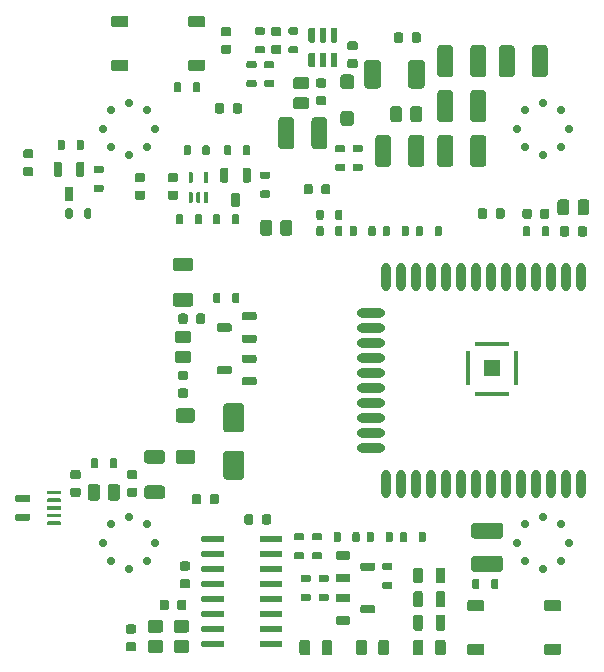
<source format=gtp>
G04 #@! TF.GenerationSoftware,KiCad,Pcbnew,(5.1.5-0-10_14)*
G04 #@! TF.CreationDate,2021-02-17T02:27:33-05:00*
G04 #@! TF.ProjectId,ADBT,41444254-2e6b-4696-9361-645f70636258,rev?*
G04 #@! TF.SameCoordinates,Original*
G04 #@! TF.FileFunction,Paste,Top*
G04 #@! TF.FilePolarity,Positive*
%FSLAX46Y46*%
G04 Gerber Fmt 4.6, Leading zero omitted, Abs format (unit mm)*
G04 Created by KiCad (PCBNEW (5.1.5-0-10_14)) date 2021-02-17 02:27:33*
%MOMM*%
%LPD*%
G04 APERTURE LIST*
%ADD10C,0.100000*%
%ADD11R,1.400000X1.400000*%
%ADD12R,2.900000X0.400000*%
%ADD13R,0.400000X2.900000*%
%ADD14O,0.800000X2.400000*%
%ADD15O,2.400000X0.800000*%
%ADD16C,0.700000*%
G04 APERTURE END LIST*
D10*
G36*
X136920581Y-76776625D02*
G01*
X136953343Y-76781485D01*
X136985471Y-76789533D01*
X137016656Y-76800691D01*
X137046596Y-76814852D01*
X137075005Y-76831879D01*
X137101608Y-76851609D01*
X137126149Y-76873851D01*
X137148391Y-76898392D01*
X137168121Y-76924995D01*
X137185148Y-76953404D01*
X137199309Y-76983344D01*
X137210467Y-77014529D01*
X137218515Y-77046657D01*
X137223375Y-77079419D01*
X137225000Y-77112500D01*
X137225000Y-79187500D01*
X137223375Y-79220581D01*
X137218515Y-79253343D01*
X137210467Y-79285471D01*
X137199309Y-79316656D01*
X137185148Y-79346596D01*
X137168121Y-79375005D01*
X137148391Y-79401608D01*
X137126149Y-79426149D01*
X137101608Y-79448391D01*
X137075005Y-79468121D01*
X137046596Y-79485148D01*
X137016656Y-79499309D01*
X136985471Y-79510467D01*
X136953343Y-79518515D01*
X136920581Y-79523375D01*
X136887500Y-79525000D01*
X136212500Y-79525000D01*
X136179419Y-79523375D01*
X136146657Y-79518515D01*
X136114529Y-79510467D01*
X136083344Y-79499309D01*
X136053404Y-79485148D01*
X136024995Y-79468121D01*
X135998392Y-79448391D01*
X135973851Y-79426149D01*
X135951609Y-79401608D01*
X135931879Y-79375005D01*
X135914852Y-79346596D01*
X135900691Y-79316656D01*
X135889533Y-79285471D01*
X135881485Y-79253343D01*
X135876625Y-79220581D01*
X135875000Y-79187500D01*
X135875000Y-77112500D01*
X135876625Y-77079419D01*
X135881485Y-77046657D01*
X135889533Y-77014529D01*
X135900691Y-76983344D01*
X135914852Y-76953404D01*
X135931879Y-76924995D01*
X135951609Y-76898392D01*
X135973851Y-76873851D01*
X135998392Y-76851609D01*
X136024995Y-76831879D01*
X136053404Y-76814852D01*
X136083344Y-76800691D01*
X136114529Y-76789533D01*
X136146657Y-76781485D01*
X136179419Y-76776625D01*
X136212500Y-76775000D01*
X136887500Y-76775000D01*
X136920581Y-76776625D01*
G37*
G36*
X139720581Y-76776625D02*
G01*
X139753343Y-76781485D01*
X139785471Y-76789533D01*
X139816656Y-76800691D01*
X139846596Y-76814852D01*
X139875005Y-76831879D01*
X139901608Y-76851609D01*
X139926149Y-76873851D01*
X139948391Y-76898392D01*
X139968121Y-76924995D01*
X139985148Y-76953404D01*
X139999309Y-76983344D01*
X140010467Y-77014529D01*
X140018515Y-77046657D01*
X140023375Y-77079419D01*
X140025000Y-77112500D01*
X140025000Y-79187500D01*
X140023375Y-79220581D01*
X140018515Y-79253343D01*
X140010467Y-79285471D01*
X139999309Y-79316656D01*
X139985148Y-79346596D01*
X139968121Y-79375005D01*
X139948391Y-79401608D01*
X139926149Y-79426149D01*
X139901608Y-79448391D01*
X139875005Y-79468121D01*
X139846596Y-79485148D01*
X139816656Y-79499309D01*
X139785471Y-79510467D01*
X139753343Y-79518515D01*
X139720581Y-79523375D01*
X139687500Y-79525000D01*
X139012500Y-79525000D01*
X138979419Y-79523375D01*
X138946657Y-79518515D01*
X138914529Y-79510467D01*
X138883344Y-79499309D01*
X138853404Y-79485148D01*
X138824995Y-79468121D01*
X138798392Y-79448391D01*
X138773851Y-79426149D01*
X138751609Y-79401608D01*
X138731879Y-79375005D01*
X138714852Y-79346596D01*
X138700691Y-79316656D01*
X138689533Y-79285471D01*
X138681485Y-79253343D01*
X138676625Y-79220581D01*
X138675000Y-79187500D01*
X138675000Y-77112500D01*
X138676625Y-77079419D01*
X138681485Y-77046657D01*
X138689533Y-77014529D01*
X138700691Y-76983344D01*
X138714852Y-76953404D01*
X138731879Y-76924995D01*
X138751609Y-76898392D01*
X138773851Y-76873851D01*
X138798392Y-76851609D01*
X138824995Y-76831879D01*
X138853404Y-76814852D01*
X138883344Y-76800691D01*
X138914529Y-76789533D01*
X138946657Y-76781485D01*
X138979419Y-76776625D01*
X139012500Y-76775000D01*
X139687500Y-76775000D01*
X139720581Y-76776625D01*
G37*
G36*
X126924504Y-83976204D02*
G01*
X126948773Y-83979804D01*
X126972571Y-83985765D01*
X126995671Y-83994030D01*
X127017849Y-84004520D01*
X127038893Y-84017133D01*
X127058598Y-84031747D01*
X127076777Y-84048223D01*
X127093253Y-84066402D01*
X127107867Y-84086107D01*
X127120480Y-84107151D01*
X127130970Y-84129329D01*
X127139235Y-84152429D01*
X127145196Y-84176227D01*
X127148796Y-84200496D01*
X127150000Y-84225000D01*
X127150000Y-85075000D01*
X127148796Y-85099504D01*
X127145196Y-85123773D01*
X127139235Y-85147571D01*
X127130970Y-85170671D01*
X127120480Y-85192849D01*
X127107867Y-85213893D01*
X127093253Y-85233598D01*
X127076777Y-85251777D01*
X127058598Y-85268253D01*
X127038893Y-85282867D01*
X127017849Y-85295480D01*
X126995671Y-85305970D01*
X126972571Y-85314235D01*
X126948773Y-85320196D01*
X126924504Y-85323796D01*
X126900000Y-85325000D01*
X126400000Y-85325000D01*
X126375496Y-85323796D01*
X126351227Y-85320196D01*
X126327429Y-85314235D01*
X126304329Y-85305970D01*
X126282151Y-85295480D01*
X126261107Y-85282867D01*
X126241402Y-85268253D01*
X126223223Y-85251777D01*
X126206747Y-85233598D01*
X126192133Y-85213893D01*
X126179520Y-85192849D01*
X126169030Y-85170671D01*
X126160765Y-85147571D01*
X126154804Y-85123773D01*
X126151204Y-85099504D01*
X126150000Y-85075000D01*
X126150000Y-84225000D01*
X126151204Y-84200496D01*
X126154804Y-84176227D01*
X126160765Y-84152429D01*
X126169030Y-84129329D01*
X126179520Y-84107151D01*
X126192133Y-84086107D01*
X126206747Y-84066402D01*
X126223223Y-84048223D01*
X126241402Y-84031747D01*
X126261107Y-84017133D01*
X126282151Y-84004520D01*
X126304329Y-83994030D01*
X126327429Y-83985765D01*
X126351227Y-83979804D01*
X126375496Y-83976204D01*
X126400000Y-83975000D01*
X126900000Y-83975000D01*
X126924504Y-83976204D01*
G37*
G36*
X128624504Y-83976204D02*
G01*
X128648773Y-83979804D01*
X128672571Y-83985765D01*
X128695671Y-83994030D01*
X128717849Y-84004520D01*
X128738893Y-84017133D01*
X128758598Y-84031747D01*
X128776777Y-84048223D01*
X128793253Y-84066402D01*
X128807867Y-84086107D01*
X128820480Y-84107151D01*
X128830970Y-84129329D01*
X128839235Y-84152429D01*
X128845196Y-84176227D01*
X128848796Y-84200496D01*
X128850000Y-84225000D01*
X128850000Y-85075000D01*
X128848796Y-85099504D01*
X128845196Y-85123773D01*
X128839235Y-85147571D01*
X128830970Y-85170671D01*
X128820480Y-85192849D01*
X128807867Y-85213893D01*
X128793253Y-85233598D01*
X128776777Y-85251777D01*
X128758598Y-85268253D01*
X128738893Y-85282867D01*
X128717849Y-85295480D01*
X128695671Y-85305970D01*
X128672571Y-85314235D01*
X128648773Y-85320196D01*
X128624504Y-85323796D01*
X128600000Y-85325000D01*
X128100000Y-85325000D01*
X128075496Y-85323796D01*
X128051227Y-85320196D01*
X128027429Y-85314235D01*
X128004329Y-85305970D01*
X127982151Y-85295480D01*
X127961107Y-85282867D01*
X127941402Y-85268253D01*
X127923223Y-85251777D01*
X127906747Y-85233598D01*
X127892133Y-85213893D01*
X127879520Y-85192849D01*
X127869030Y-85170671D01*
X127860765Y-85147571D01*
X127854804Y-85123773D01*
X127851204Y-85099504D01*
X127850000Y-85075000D01*
X127850000Y-84225000D01*
X127851204Y-84200496D01*
X127854804Y-84176227D01*
X127860765Y-84152429D01*
X127869030Y-84129329D01*
X127879520Y-84107151D01*
X127892133Y-84086107D01*
X127906747Y-84066402D01*
X127923223Y-84048223D01*
X127941402Y-84031747D01*
X127961107Y-84017133D01*
X127982151Y-84004520D01*
X128004329Y-83994030D01*
X128027429Y-83985765D01*
X128051227Y-83979804D01*
X128075496Y-83976204D01*
X128100000Y-83975000D01*
X128600000Y-83975000D01*
X128624504Y-83976204D01*
G37*
G36*
X116211368Y-81515927D02*
G01*
X116230055Y-81518699D01*
X116248380Y-81523289D01*
X116266167Y-81529653D01*
X116283244Y-81537730D01*
X116299447Y-81547442D01*
X116314621Y-81558695D01*
X116328618Y-81571382D01*
X116341305Y-81585379D01*
X116352558Y-81600553D01*
X116362270Y-81616756D01*
X116370347Y-81633833D01*
X116376711Y-81651620D01*
X116381301Y-81669945D01*
X116384073Y-81688632D01*
X116385000Y-81707500D01*
X116385000Y-82092500D01*
X116384073Y-82111368D01*
X116381301Y-82130055D01*
X116376711Y-82148380D01*
X116370347Y-82166167D01*
X116362270Y-82183244D01*
X116352558Y-82199447D01*
X116341305Y-82214621D01*
X116328618Y-82228618D01*
X116314621Y-82241305D01*
X116299447Y-82252558D01*
X116283244Y-82262270D01*
X116266167Y-82270347D01*
X116248380Y-82276711D01*
X116230055Y-82281301D01*
X116211368Y-82284073D01*
X116192500Y-82285000D01*
X115707500Y-82285000D01*
X115688632Y-82284073D01*
X115669945Y-82281301D01*
X115651620Y-82276711D01*
X115633833Y-82270347D01*
X115616756Y-82262270D01*
X115600553Y-82252558D01*
X115585379Y-82241305D01*
X115571382Y-82228618D01*
X115558695Y-82214621D01*
X115547442Y-82199447D01*
X115537730Y-82183244D01*
X115529653Y-82166167D01*
X115523289Y-82148380D01*
X115518699Y-82130055D01*
X115515927Y-82111368D01*
X115515000Y-82092500D01*
X115515000Y-81707500D01*
X115515927Y-81688632D01*
X115518699Y-81669945D01*
X115523289Y-81651620D01*
X115529653Y-81633833D01*
X115537730Y-81616756D01*
X115547442Y-81600553D01*
X115558695Y-81585379D01*
X115571382Y-81571382D01*
X115585379Y-81558695D01*
X115600553Y-81547442D01*
X115616756Y-81537730D01*
X115633833Y-81529653D01*
X115651620Y-81523289D01*
X115669945Y-81518699D01*
X115688632Y-81515927D01*
X115707500Y-81515000D01*
X116192500Y-81515000D01*
X116211368Y-81515927D01*
G37*
G36*
X116211368Y-80015927D02*
G01*
X116230055Y-80018699D01*
X116248380Y-80023289D01*
X116266167Y-80029653D01*
X116283244Y-80037730D01*
X116299447Y-80047442D01*
X116314621Y-80058695D01*
X116328618Y-80071382D01*
X116341305Y-80085379D01*
X116352558Y-80100553D01*
X116362270Y-80116756D01*
X116370347Y-80133833D01*
X116376711Y-80151620D01*
X116381301Y-80169945D01*
X116384073Y-80188632D01*
X116385000Y-80207500D01*
X116385000Y-80592500D01*
X116384073Y-80611368D01*
X116381301Y-80630055D01*
X116376711Y-80648380D01*
X116370347Y-80666167D01*
X116362270Y-80683244D01*
X116352558Y-80699447D01*
X116341305Y-80714621D01*
X116328618Y-80728618D01*
X116314621Y-80741305D01*
X116299447Y-80752558D01*
X116283244Y-80762270D01*
X116266167Y-80770347D01*
X116248380Y-80776711D01*
X116230055Y-80781301D01*
X116211368Y-80784073D01*
X116192500Y-80785000D01*
X115707500Y-80785000D01*
X115688632Y-80784073D01*
X115669945Y-80781301D01*
X115651620Y-80776711D01*
X115633833Y-80770347D01*
X115616756Y-80762270D01*
X115600553Y-80752558D01*
X115585379Y-80741305D01*
X115571382Y-80728618D01*
X115558695Y-80714621D01*
X115547442Y-80699447D01*
X115537730Y-80683244D01*
X115529653Y-80666167D01*
X115523289Y-80648380D01*
X115518699Y-80630055D01*
X115515927Y-80611368D01*
X115515000Y-80592500D01*
X115515000Y-80207500D01*
X115515927Y-80188632D01*
X115518699Y-80169945D01*
X115523289Y-80151620D01*
X115529653Y-80133833D01*
X115537730Y-80116756D01*
X115547442Y-80100553D01*
X115558695Y-80085379D01*
X115571382Y-80071382D01*
X115585379Y-80058695D01*
X115600553Y-80047442D01*
X115616756Y-80037730D01*
X115633833Y-80029653D01*
X115651620Y-80023289D01*
X115669945Y-80018699D01*
X115688632Y-80015927D01*
X115707500Y-80015000D01*
X116192500Y-80015000D01*
X116211368Y-80015927D01*
G37*
G36*
X122461368Y-107215927D02*
G01*
X122480055Y-107218699D01*
X122498380Y-107223289D01*
X122516167Y-107229653D01*
X122533244Y-107237730D01*
X122549447Y-107247442D01*
X122564621Y-107258695D01*
X122578618Y-107271382D01*
X122591305Y-107285379D01*
X122602558Y-107300553D01*
X122612270Y-107316756D01*
X122620347Y-107333833D01*
X122626711Y-107351620D01*
X122631301Y-107369945D01*
X122634073Y-107388632D01*
X122635000Y-107407500D01*
X122635000Y-107892500D01*
X122634073Y-107911368D01*
X122631301Y-107930055D01*
X122626711Y-107948380D01*
X122620347Y-107966167D01*
X122612270Y-107983244D01*
X122602558Y-107999447D01*
X122591305Y-108014621D01*
X122578618Y-108028618D01*
X122564621Y-108041305D01*
X122549447Y-108052558D01*
X122533244Y-108062270D01*
X122516167Y-108070347D01*
X122498380Y-108076711D01*
X122480055Y-108081301D01*
X122461368Y-108084073D01*
X122442500Y-108085000D01*
X122057500Y-108085000D01*
X122038632Y-108084073D01*
X122019945Y-108081301D01*
X122001620Y-108076711D01*
X121983833Y-108070347D01*
X121966756Y-108062270D01*
X121950553Y-108052558D01*
X121935379Y-108041305D01*
X121921382Y-108028618D01*
X121908695Y-108014621D01*
X121897442Y-107999447D01*
X121887730Y-107983244D01*
X121879653Y-107966167D01*
X121873289Y-107948380D01*
X121868699Y-107930055D01*
X121865927Y-107911368D01*
X121865000Y-107892500D01*
X121865000Y-107407500D01*
X121865927Y-107388632D01*
X121868699Y-107369945D01*
X121873289Y-107351620D01*
X121879653Y-107333833D01*
X121887730Y-107316756D01*
X121897442Y-107300553D01*
X121908695Y-107285379D01*
X121921382Y-107271382D01*
X121935379Y-107258695D01*
X121950553Y-107247442D01*
X121966756Y-107237730D01*
X121983833Y-107229653D01*
X122001620Y-107223289D01*
X122019945Y-107218699D01*
X122038632Y-107215927D01*
X122057500Y-107215000D01*
X122442500Y-107215000D01*
X122461368Y-107215927D01*
G37*
G36*
X120961368Y-107215927D02*
G01*
X120980055Y-107218699D01*
X120998380Y-107223289D01*
X121016167Y-107229653D01*
X121033244Y-107237730D01*
X121049447Y-107247442D01*
X121064621Y-107258695D01*
X121078618Y-107271382D01*
X121091305Y-107285379D01*
X121102558Y-107300553D01*
X121112270Y-107316756D01*
X121120347Y-107333833D01*
X121126711Y-107351620D01*
X121131301Y-107369945D01*
X121134073Y-107388632D01*
X121135000Y-107407500D01*
X121135000Y-107892500D01*
X121134073Y-107911368D01*
X121131301Y-107930055D01*
X121126711Y-107948380D01*
X121120347Y-107966167D01*
X121112270Y-107983244D01*
X121102558Y-107999447D01*
X121091305Y-108014621D01*
X121078618Y-108028618D01*
X121064621Y-108041305D01*
X121049447Y-108052558D01*
X121033244Y-108062270D01*
X121016167Y-108070347D01*
X120998380Y-108076711D01*
X120980055Y-108081301D01*
X120961368Y-108084073D01*
X120942500Y-108085000D01*
X120557500Y-108085000D01*
X120538632Y-108084073D01*
X120519945Y-108081301D01*
X120501620Y-108076711D01*
X120483833Y-108070347D01*
X120466756Y-108062270D01*
X120450553Y-108052558D01*
X120435379Y-108041305D01*
X120421382Y-108028618D01*
X120408695Y-108014621D01*
X120397442Y-107999447D01*
X120387730Y-107983244D01*
X120379653Y-107966167D01*
X120373289Y-107948380D01*
X120368699Y-107930055D01*
X120365927Y-107911368D01*
X120365000Y-107892500D01*
X120365000Y-107407500D01*
X120365927Y-107388632D01*
X120368699Y-107369945D01*
X120373289Y-107351620D01*
X120379653Y-107333833D01*
X120387730Y-107316756D01*
X120397442Y-107300553D01*
X120408695Y-107285379D01*
X120421382Y-107271382D01*
X120435379Y-107258695D01*
X120450553Y-107247442D01*
X120466756Y-107237730D01*
X120483833Y-107229653D01*
X120501620Y-107223289D01*
X120519945Y-107218699D01*
X120538632Y-107215927D01*
X120557500Y-107215000D01*
X120942500Y-107215000D01*
X120961368Y-107215927D01*
G37*
G36*
X145161368Y-83015927D02*
G01*
X145180055Y-83018699D01*
X145198380Y-83023289D01*
X145216167Y-83029653D01*
X145233244Y-83037730D01*
X145249447Y-83047442D01*
X145264621Y-83058695D01*
X145278618Y-83071382D01*
X145291305Y-83085379D01*
X145302558Y-83100553D01*
X145312270Y-83116756D01*
X145320347Y-83133833D01*
X145326711Y-83151620D01*
X145331301Y-83169945D01*
X145334073Y-83188632D01*
X145335000Y-83207500D01*
X145335000Y-83692500D01*
X145334073Y-83711368D01*
X145331301Y-83730055D01*
X145326711Y-83748380D01*
X145320347Y-83766167D01*
X145312270Y-83783244D01*
X145302558Y-83799447D01*
X145291305Y-83814621D01*
X145278618Y-83828618D01*
X145264621Y-83841305D01*
X145249447Y-83852558D01*
X145233244Y-83862270D01*
X145216167Y-83870347D01*
X145198380Y-83876711D01*
X145180055Y-83881301D01*
X145161368Y-83884073D01*
X145142500Y-83885000D01*
X144757500Y-83885000D01*
X144738632Y-83884073D01*
X144719945Y-83881301D01*
X144701620Y-83876711D01*
X144683833Y-83870347D01*
X144666756Y-83862270D01*
X144650553Y-83852558D01*
X144635379Y-83841305D01*
X144621382Y-83828618D01*
X144608695Y-83814621D01*
X144597442Y-83799447D01*
X144587730Y-83783244D01*
X144579653Y-83766167D01*
X144573289Y-83748380D01*
X144568699Y-83730055D01*
X144565927Y-83711368D01*
X144565000Y-83692500D01*
X144565000Y-83207500D01*
X144565927Y-83188632D01*
X144568699Y-83169945D01*
X144573289Y-83151620D01*
X144579653Y-83133833D01*
X144587730Y-83116756D01*
X144597442Y-83100553D01*
X144608695Y-83085379D01*
X144621382Y-83071382D01*
X144635379Y-83058695D01*
X144650553Y-83047442D01*
X144666756Y-83037730D01*
X144683833Y-83029653D01*
X144701620Y-83023289D01*
X144719945Y-83018699D01*
X144738632Y-83015927D01*
X144757500Y-83015000D01*
X145142500Y-83015000D01*
X145161368Y-83015927D01*
G37*
G36*
X146661368Y-83015927D02*
G01*
X146680055Y-83018699D01*
X146698380Y-83023289D01*
X146716167Y-83029653D01*
X146733244Y-83037730D01*
X146749447Y-83047442D01*
X146764621Y-83058695D01*
X146778618Y-83071382D01*
X146791305Y-83085379D01*
X146802558Y-83100553D01*
X146812270Y-83116756D01*
X146820347Y-83133833D01*
X146826711Y-83151620D01*
X146831301Y-83169945D01*
X146834073Y-83188632D01*
X146835000Y-83207500D01*
X146835000Y-83692500D01*
X146834073Y-83711368D01*
X146831301Y-83730055D01*
X146826711Y-83748380D01*
X146820347Y-83766167D01*
X146812270Y-83783244D01*
X146802558Y-83799447D01*
X146791305Y-83814621D01*
X146778618Y-83828618D01*
X146764621Y-83841305D01*
X146749447Y-83852558D01*
X146733244Y-83862270D01*
X146716167Y-83870347D01*
X146698380Y-83876711D01*
X146680055Y-83881301D01*
X146661368Y-83884073D01*
X146642500Y-83885000D01*
X146257500Y-83885000D01*
X146238632Y-83884073D01*
X146219945Y-83881301D01*
X146201620Y-83876711D01*
X146183833Y-83870347D01*
X146166756Y-83862270D01*
X146150553Y-83852558D01*
X146135379Y-83841305D01*
X146121382Y-83828618D01*
X146108695Y-83814621D01*
X146097442Y-83799447D01*
X146087730Y-83783244D01*
X146079653Y-83766167D01*
X146073289Y-83748380D01*
X146068699Y-83730055D01*
X146065927Y-83711368D01*
X146065000Y-83692500D01*
X146065000Y-83207500D01*
X146065927Y-83188632D01*
X146068699Y-83169945D01*
X146073289Y-83151620D01*
X146079653Y-83133833D01*
X146087730Y-83116756D01*
X146097442Y-83100553D01*
X146108695Y-83085379D01*
X146121382Y-83071382D01*
X146135379Y-83058695D01*
X146150553Y-83047442D01*
X146166756Y-83037730D01*
X146183833Y-83029653D01*
X146201620Y-83023289D01*
X146219945Y-83018699D01*
X146238632Y-83015927D01*
X146257500Y-83015000D01*
X146642500Y-83015000D01*
X146661368Y-83015927D01*
G37*
G36*
X124411368Y-74115927D02*
G01*
X124430055Y-74118699D01*
X124448380Y-74123289D01*
X124466167Y-74129653D01*
X124483244Y-74137730D01*
X124499447Y-74147442D01*
X124514621Y-74158695D01*
X124528618Y-74171382D01*
X124541305Y-74185379D01*
X124552558Y-74200553D01*
X124562270Y-74216756D01*
X124570347Y-74233833D01*
X124576711Y-74251620D01*
X124581301Y-74269945D01*
X124584073Y-74288632D01*
X124585000Y-74307500D01*
X124585000Y-74792500D01*
X124584073Y-74811368D01*
X124581301Y-74830055D01*
X124576711Y-74848380D01*
X124570347Y-74866167D01*
X124562270Y-74883244D01*
X124552558Y-74899447D01*
X124541305Y-74914621D01*
X124528618Y-74928618D01*
X124514621Y-74941305D01*
X124499447Y-74952558D01*
X124483244Y-74962270D01*
X124466167Y-74970347D01*
X124448380Y-74976711D01*
X124430055Y-74981301D01*
X124411368Y-74984073D01*
X124392500Y-74985000D01*
X124007500Y-74985000D01*
X123988632Y-74984073D01*
X123969945Y-74981301D01*
X123951620Y-74976711D01*
X123933833Y-74970347D01*
X123916756Y-74962270D01*
X123900553Y-74952558D01*
X123885379Y-74941305D01*
X123871382Y-74928618D01*
X123858695Y-74914621D01*
X123847442Y-74899447D01*
X123837730Y-74883244D01*
X123829653Y-74866167D01*
X123823289Y-74848380D01*
X123818699Y-74830055D01*
X123815927Y-74811368D01*
X123815000Y-74792500D01*
X123815000Y-74307500D01*
X123815927Y-74288632D01*
X123818699Y-74269945D01*
X123823289Y-74251620D01*
X123829653Y-74233833D01*
X123837730Y-74216756D01*
X123847442Y-74200553D01*
X123858695Y-74185379D01*
X123871382Y-74171382D01*
X123885379Y-74158695D01*
X123900553Y-74147442D01*
X123916756Y-74137730D01*
X123933833Y-74129653D01*
X123951620Y-74123289D01*
X123969945Y-74118699D01*
X123988632Y-74115927D01*
X124007500Y-74115000D01*
X124392500Y-74115000D01*
X124411368Y-74115927D01*
G37*
G36*
X122911368Y-74115927D02*
G01*
X122930055Y-74118699D01*
X122948380Y-74123289D01*
X122966167Y-74129653D01*
X122983244Y-74137730D01*
X122999447Y-74147442D01*
X123014621Y-74158695D01*
X123028618Y-74171382D01*
X123041305Y-74185379D01*
X123052558Y-74200553D01*
X123062270Y-74216756D01*
X123070347Y-74233833D01*
X123076711Y-74251620D01*
X123081301Y-74269945D01*
X123084073Y-74288632D01*
X123085000Y-74307500D01*
X123085000Y-74792500D01*
X123084073Y-74811368D01*
X123081301Y-74830055D01*
X123076711Y-74848380D01*
X123070347Y-74866167D01*
X123062270Y-74883244D01*
X123052558Y-74899447D01*
X123041305Y-74914621D01*
X123028618Y-74928618D01*
X123014621Y-74941305D01*
X122999447Y-74952558D01*
X122983244Y-74962270D01*
X122966167Y-74970347D01*
X122948380Y-74976711D01*
X122930055Y-74981301D01*
X122911368Y-74984073D01*
X122892500Y-74985000D01*
X122507500Y-74985000D01*
X122488632Y-74984073D01*
X122469945Y-74981301D01*
X122451620Y-74976711D01*
X122433833Y-74970347D01*
X122416756Y-74962270D01*
X122400553Y-74952558D01*
X122385379Y-74941305D01*
X122371382Y-74928618D01*
X122358695Y-74914621D01*
X122347442Y-74899447D01*
X122337730Y-74883244D01*
X122329653Y-74866167D01*
X122323289Y-74848380D01*
X122318699Y-74830055D01*
X122315927Y-74811368D01*
X122315000Y-74792500D01*
X122315000Y-74307500D01*
X122315927Y-74288632D01*
X122318699Y-74269945D01*
X122323289Y-74251620D01*
X122329653Y-74233833D01*
X122337730Y-74216756D01*
X122347442Y-74200553D01*
X122358695Y-74185379D01*
X122371382Y-74171382D01*
X122385379Y-74158695D01*
X122400553Y-74147442D01*
X122416756Y-74137730D01*
X122433833Y-74129653D01*
X122451620Y-74123289D01*
X122469945Y-74118699D01*
X122488632Y-74115927D01*
X122507500Y-74115000D01*
X122892500Y-74115000D01*
X122911368Y-74115927D01*
G37*
G36*
X127189703Y-70550722D02*
G01*
X127204264Y-70552882D01*
X127218543Y-70556459D01*
X127232403Y-70561418D01*
X127245710Y-70567712D01*
X127258336Y-70575280D01*
X127270159Y-70584048D01*
X127281066Y-70593934D01*
X127290952Y-70604841D01*
X127299720Y-70616664D01*
X127307288Y-70629290D01*
X127313582Y-70642597D01*
X127318541Y-70656457D01*
X127322118Y-70670736D01*
X127324278Y-70685297D01*
X127325000Y-70700000D01*
X127325000Y-71000000D01*
X127324278Y-71014703D01*
X127322118Y-71029264D01*
X127318541Y-71043543D01*
X127313582Y-71057403D01*
X127307288Y-71070710D01*
X127299720Y-71083336D01*
X127290952Y-71095159D01*
X127281066Y-71106066D01*
X127270159Y-71115952D01*
X127258336Y-71124720D01*
X127245710Y-71132288D01*
X127232403Y-71138582D01*
X127218543Y-71143541D01*
X127204264Y-71147118D01*
X127189703Y-71149278D01*
X127175000Y-71150000D01*
X126625000Y-71150000D01*
X126610297Y-71149278D01*
X126595736Y-71147118D01*
X126581457Y-71143541D01*
X126567597Y-71138582D01*
X126554290Y-71132288D01*
X126541664Y-71124720D01*
X126529841Y-71115952D01*
X126518934Y-71106066D01*
X126509048Y-71095159D01*
X126500280Y-71083336D01*
X126492712Y-71070710D01*
X126486418Y-71057403D01*
X126481459Y-71043543D01*
X126477882Y-71029264D01*
X126475722Y-71014703D01*
X126475000Y-71000000D01*
X126475000Y-70700000D01*
X126475722Y-70685297D01*
X126477882Y-70670736D01*
X126481459Y-70656457D01*
X126486418Y-70642597D01*
X126492712Y-70629290D01*
X126500280Y-70616664D01*
X126509048Y-70604841D01*
X126518934Y-70593934D01*
X126529841Y-70584048D01*
X126541664Y-70575280D01*
X126554290Y-70567712D01*
X126567597Y-70561418D01*
X126581457Y-70556459D01*
X126595736Y-70552882D01*
X126610297Y-70550722D01*
X126625000Y-70550000D01*
X127175000Y-70550000D01*
X127189703Y-70550722D01*
G37*
G36*
X127189703Y-72150722D02*
G01*
X127204264Y-72152882D01*
X127218543Y-72156459D01*
X127232403Y-72161418D01*
X127245710Y-72167712D01*
X127258336Y-72175280D01*
X127270159Y-72184048D01*
X127281066Y-72193934D01*
X127290952Y-72204841D01*
X127299720Y-72216664D01*
X127307288Y-72229290D01*
X127313582Y-72242597D01*
X127318541Y-72256457D01*
X127322118Y-72270736D01*
X127324278Y-72285297D01*
X127325000Y-72300000D01*
X127325000Y-72600000D01*
X127324278Y-72614703D01*
X127322118Y-72629264D01*
X127318541Y-72643543D01*
X127313582Y-72657403D01*
X127307288Y-72670710D01*
X127299720Y-72683336D01*
X127290952Y-72695159D01*
X127281066Y-72706066D01*
X127270159Y-72715952D01*
X127258336Y-72724720D01*
X127245710Y-72732288D01*
X127232403Y-72738582D01*
X127218543Y-72743541D01*
X127204264Y-72747118D01*
X127189703Y-72749278D01*
X127175000Y-72750000D01*
X126625000Y-72750000D01*
X126610297Y-72749278D01*
X126595736Y-72747118D01*
X126581457Y-72743541D01*
X126567597Y-72738582D01*
X126554290Y-72732288D01*
X126541664Y-72724720D01*
X126529841Y-72715952D01*
X126518934Y-72706066D01*
X126509048Y-72695159D01*
X126500280Y-72683336D01*
X126492712Y-72670710D01*
X126486418Y-72657403D01*
X126481459Y-72643543D01*
X126477882Y-72629264D01*
X126475722Y-72614703D01*
X126475000Y-72600000D01*
X126475000Y-72300000D01*
X126475722Y-72285297D01*
X126477882Y-72270736D01*
X126481459Y-72256457D01*
X126486418Y-72242597D01*
X126492712Y-72229290D01*
X126500280Y-72216664D01*
X126509048Y-72204841D01*
X126518934Y-72193934D01*
X126529841Y-72184048D01*
X126541664Y-72175280D01*
X126554290Y-72167712D01*
X126567597Y-72161418D01*
X126581457Y-72156459D01*
X126595736Y-72152882D01*
X126610297Y-72150722D01*
X126625000Y-72150000D01*
X127175000Y-72150000D01*
X127189703Y-72150722D01*
G37*
G36*
X130159224Y-119539182D02*
G01*
X130181037Y-119542418D01*
X130202427Y-119547776D01*
X130223189Y-119555204D01*
X130243123Y-119564632D01*
X130262037Y-119575969D01*
X130279748Y-119589105D01*
X130296087Y-119603913D01*
X130310895Y-119620252D01*
X130324031Y-119637963D01*
X130335368Y-119656877D01*
X130344796Y-119676811D01*
X130352224Y-119697573D01*
X130357582Y-119718963D01*
X130360818Y-119740776D01*
X130361900Y-119762800D01*
X130361900Y-120637200D01*
X130360818Y-120659224D01*
X130357582Y-120681037D01*
X130352224Y-120702427D01*
X130344796Y-120723189D01*
X130335368Y-120743123D01*
X130324031Y-120762037D01*
X130310895Y-120779748D01*
X130296087Y-120796087D01*
X130279748Y-120810895D01*
X130262037Y-120824031D01*
X130243123Y-120835368D01*
X130223189Y-120844796D01*
X130202427Y-120852224D01*
X130181037Y-120857582D01*
X130159224Y-120860818D01*
X130137200Y-120861900D01*
X129687800Y-120861900D01*
X129665776Y-120860818D01*
X129643963Y-120857582D01*
X129622573Y-120852224D01*
X129601811Y-120844796D01*
X129581877Y-120835368D01*
X129562963Y-120824031D01*
X129545252Y-120810895D01*
X129528913Y-120796087D01*
X129514105Y-120779748D01*
X129500969Y-120762037D01*
X129489632Y-120743123D01*
X129480204Y-120723189D01*
X129472776Y-120702427D01*
X129467418Y-120681037D01*
X129464182Y-120659224D01*
X129463100Y-120637200D01*
X129463100Y-119762800D01*
X129464182Y-119740776D01*
X129467418Y-119718963D01*
X129472776Y-119697573D01*
X129480204Y-119676811D01*
X129489632Y-119656877D01*
X129500969Y-119637963D01*
X129514105Y-119620252D01*
X129528913Y-119603913D01*
X129545252Y-119589105D01*
X129562963Y-119575969D01*
X129581877Y-119564632D01*
X129601811Y-119555204D01*
X129622573Y-119547776D01*
X129643963Y-119542418D01*
X129665776Y-119539182D01*
X129687800Y-119538100D01*
X130137200Y-119538100D01*
X130159224Y-119539182D01*
G37*
G36*
X132034224Y-119539182D02*
G01*
X132056037Y-119542418D01*
X132077427Y-119547776D01*
X132098189Y-119555204D01*
X132118123Y-119564632D01*
X132137037Y-119575969D01*
X132154748Y-119589105D01*
X132171087Y-119603913D01*
X132185895Y-119620252D01*
X132199031Y-119637963D01*
X132210368Y-119656877D01*
X132219796Y-119676811D01*
X132227224Y-119697573D01*
X132232582Y-119718963D01*
X132235818Y-119740776D01*
X132236900Y-119762800D01*
X132236900Y-120637200D01*
X132235818Y-120659224D01*
X132232582Y-120681037D01*
X132227224Y-120702427D01*
X132219796Y-120723189D01*
X132210368Y-120743123D01*
X132199031Y-120762037D01*
X132185895Y-120779748D01*
X132171087Y-120796087D01*
X132154748Y-120810895D01*
X132137037Y-120824031D01*
X132118123Y-120835368D01*
X132098189Y-120844796D01*
X132077427Y-120852224D01*
X132056037Y-120857582D01*
X132034224Y-120860818D01*
X132012200Y-120861900D01*
X131562800Y-120861900D01*
X131540776Y-120860818D01*
X131518963Y-120857582D01*
X131497573Y-120852224D01*
X131476811Y-120844796D01*
X131456877Y-120835368D01*
X131437963Y-120824031D01*
X131420252Y-120810895D01*
X131403913Y-120796087D01*
X131389105Y-120779748D01*
X131375969Y-120762037D01*
X131364632Y-120743123D01*
X131355204Y-120723189D01*
X131347776Y-120702427D01*
X131342418Y-120681037D01*
X131339182Y-120659224D01*
X131338100Y-120637200D01*
X131338100Y-119762800D01*
X131339182Y-119740776D01*
X131342418Y-119718963D01*
X131347776Y-119697573D01*
X131355204Y-119676811D01*
X131364632Y-119656877D01*
X131375969Y-119637963D01*
X131389105Y-119620252D01*
X131403913Y-119603913D01*
X131420252Y-119589105D01*
X131437963Y-119575969D01*
X131456877Y-119564632D01*
X131476811Y-119555204D01*
X131497573Y-119547776D01*
X131518963Y-119542418D01*
X131540776Y-119539182D01*
X131562800Y-119538100D01*
X132012200Y-119538100D01*
X132034224Y-119539182D01*
G37*
G36*
X134959224Y-119539182D02*
G01*
X134981037Y-119542418D01*
X135002427Y-119547776D01*
X135023189Y-119555204D01*
X135043123Y-119564632D01*
X135062037Y-119575969D01*
X135079748Y-119589105D01*
X135096087Y-119603913D01*
X135110895Y-119620252D01*
X135124031Y-119637963D01*
X135135368Y-119656877D01*
X135144796Y-119676811D01*
X135152224Y-119697573D01*
X135157582Y-119718963D01*
X135160818Y-119740776D01*
X135161900Y-119762800D01*
X135161900Y-120637200D01*
X135160818Y-120659224D01*
X135157582Y-120681037D01*
X135152224Y-120702427D01*
X135144796Y-120723189D01*
X135135368Y-120743123D01*
X135124031Y-120762037D01*
X135110895Y-120779748D01*
X135096087Y-120796087D01*
X135079748Y-120810895D01*
X135062037Y-120824031D01*
X135043123Y-120835368D01*
X135023189Y-120844796D01*
X135002427Y-120852224D01*
X134981037Y-120857582D01*
X134959224Y-120860818D01*
X134937200Y-120861900D01*
X134487800Y-120861900D01*
X134465776Y-120860818D01*
X134443963Y-120857582D01*
X134422573Y-120852224D01*
X134401811Y-120844796D01*
X134381877Y-120835368D01*
X134362963Y-120824031D01*
X134345252Y-120810895D01*
X134328913Y-120796087D01*
X134314105Y-120779748D01*
X134300969Y-120762037D01*
X134289632Y-120743123D01*
X134280204Y-120723189D01*
X134272776Y-120702427D01*
X134267418Y-120681037D01*
X134264182Y-120659224D01*
X134263100Y-120637200D01*
X134263100Y-119762800D01*
X134264182Y-119740776D01*
X134267418Y-119718963D01*
X134272776Y-119697573D01*
X134280204Y-119676811D01*
X134289632Y-119656877D01*
X134300969Y-119637963D01*
X134314105Y-119620252D01*
X134328913Y-119603913D01*
X134345252Y-119589105D01*
X134362963Y-119575969D01*
X134381877Y-119564632D01*
X134401811Y-119555204D01*
X134422573Y-119547776D01*
X134443963Y-119542418D01*
X134465776Y-119539182D01*
X134487800Y-119538100D01*
X134937200Y-119538100D01*
X134959224Y-119539182D01*
G37*
G36*
X136834224Y-119539182D02*
G01*
X136856037Y-119542418D01*
X136877427Y-119547776D01*
X136898189Y-119555204D01*
X136918123Y-119564632D01*
X136937037Y-119575969D01*
X136954748Y-119589105D01*
X136971087Y-119603913D01*
X136985895Y-119620252D01*
X136999031Y-119637963D01*
X137010368Y-119656877D01*
X137019796Y-119676811D01*
X137027224Y-119697573D01*
X137032582Y-119718963D01*
X137035818Y-119740776D01*
X137036900Y-119762800D01*
X137036900Y-120637200D01*
X137035818Y-120659224D01*
X137032582Y-120681037D01*
X137027224Y-120702427D01*
X137019796Y-120723189D01*
X137010368Y-120743123D01*
X136999031Y-120762037D01*
X136985895Y-120779748D01*
X136971087Y-120796087D01*
X136954748Y-120810895D01*
X136937037Y-120824031D01*
X136918123Y-120835368D01*
X136898189Y-120844796D01*
X136877427Y-120852224D01*
X136856037Y-120857582D01*
X136834224Y-120860818D01*
X136812200Y-120861900D01*
X136362800Y-120861900D01*
X136340776Y-120860818D01*
X136318963Y-120857582D01*
X136297573Y-120852224D01*
X136276811Y-120844796D01*
X136256877Y-120835368D01*
X136237963Y-120824031D01*
X136220252Y-120810895D01*
X136203913Y-120796087D01*
X136189105Y-120779748D01*
X136175969Y-120762037D01*
X136164632Y-120743123D01*
X136155204Y-120723189D01*
X136147776Y-120702427D01*
X136142418Y-120681037D01*
X136139182Y-120659224D01*
X136138100Y-120637200D01*
X136138100Y-119762800D01*
X136139182Y-119740776D01*
X136142418Y-119718963D01*
X136147776Y-119697573D01*
X136155204Y-119676811D01*
X136164632Y-119656877D01*
X136175969Y-119637963D01*
X136189105Y-119620252D01*
X136203913Y-119603913D01*
X136220252Y-119589105D01*
X136237963Y-119575969D01*
X136256877Y-119564632D01*
X136276811Y-119555204D01*
X136297573Y-119547776D01*
X136318963Y-119542418D01*
X136340776Y-119539182D01*
X136362800Y-119538100D01*
X136812200Y-119538100D01*
X136834224Y-119539182D01*
G37*
G36*
X141634224Y-119539182D02*
G01*
X141656037Y-119542418D01*
X141677427Y-119547776D01*
X141698189Y-119555204D01*
X141718123Y-119564632D01*
X141737037Y-119575969D01*
X141754748Y-119589105D01*
X141771087Y-119603913D01*
X141785895Y-119620252D01*
X141799031Y-119637963D01*
X141810368Y-119656877D01*
X141819796Y-119676811D01*
X141827224Y-119697573D01*
X141832582Y-119718963D01*
X141835818Y-119740776D01*
X141836900Y-119762800D01*
X141836900Y-120637200D01*
X141835818Y-120659224D01*
X141832582Y-120681037D01*
X141827224Y-120702427D01*
X141819796Y-120723189D01*
X141810368Y-120743123D01*
X141799031Y-120762037D01*
X141785895Y-120779748D01*
X141771087Y-120796087D01*
X141754748Y-120810895D01*
X141737037Y-120824031D01*
X141718123Y-120835368D01*
X141698189Y-120844796D01*
X141677427Y-120852224D01*
X141656037Y-120857582D01*
X141634224Y-120860818D01*
X141612200Y-120861900D01*
X141162800Y-120861900D01*
X141140776Y-120860818D01*
X141118963Y-120857582D01*
X141097573Y-120852224D01*
X141076811Y-120844796D01*
X141056877Y-120835368D01*
X141037963Y-120824031D01*
X141020252Y-120810895D01*
X141003913Y-120796087D01*
X140989105Y-120779748D01*
X140975969Y-120762037D01*
X140964632Y-120743123D01*
X140955204Y-120723189D01*
X140947776Y-120702427D01*
X140942418Y-120681037D01*
X140939182Y-120659224D01*
X140938100Y-120637200D01*
X140938100Y-119762800D01*
X140939182Y-119740776D01*
X140942418Y-119718963D01*
X140947776Y-119697573D01*
X140955204Y-119676811D01*
X140964632Y-119656877D01*
X140975969Y-119637963D01*
X140989105Y-119620252D01*
X141003913Y-119603913D01*
X141020252Y-119589105D01*
X141037963Y-119575969D01*
X141056877Y-119564632D01*
X141076811Y-119555204D01*
X141097573Y-119547776D01*
X141118963Y-119542418D01*
X141140776Y-119539182D01*
X141162800Y-119538100D01*
X141612200Y-119538100D01*
X141634224Y-119539182D01*
G37*
G36*
X139759224Y-119539182D02*
G01*
X139781037Y-119542418D01*
X139802427Y-119547776D01*
X139823189Y-119555204D01*
X139843123Y-119564632D01*
X139862037Y-119575969D01*
X139879748Y-119589105D01*
X139896087Y-119603913D01*
X139910895Y-119620252D01*
X139924031Y-119637963D01*
X139935368Y-119656877D01*
X139944796Y-119676811D01*
X139952224Y-119697573D01*
X139957582Y-119718963D01*
X139960818Y-119740776D01*
X139961900Y-119762800D01*
X139961900Y-120637200D01*
X139960818Y-120659224D01*
X139957582Y-120681037D01*
X139952224Y-120702427D01*
X139944796Y-120723189D01*
X139935368Y-120743123D01*
X139924031Y-120762037D01*
X139910895Y-120779748D01*
X139896087Y-120796087D01*
X139879748Y-120810895D01*
X139862037Y-120824031D01*
X139843123Y-120835368D01*
X139823189Y-120844796D01*
X139802427Y-120852224D01*
X139781037Y-120857582D01*
X139759224Y-120860818D01*
X139737200Y-120861900D01*
X139287800Y-120861900D01*
X139265776Y-120860818D01*
X139243963Y-120857582D01*
X139222573Y-120852224D01*
X139201811Y-120844796D01*
X139181877Y-120835368D01*
X139162963Y-120824031D01*
X139145252Y-120810895D01*
X139128913Y-120796087D01*
X139114105Y-120779748D01*
X139100969Y-120762037D01*
X139089632Y-120743123D01*
X139080204Y-120723189D01*
X139072776Y-120702427D01*
X139067418Y-120681037D01*
X139064182Y-120659224D01*
X139063100Y-120637200D01*
X139063100Y-119762800D01*
X139064182Y-119740776D01*
X139067418Y-119718963D01*
X139072776Y-119697573D01*
X139080204Y-119676811D01*
X139089632Y-119656877D01*
X139100969Y-119637963D01*
X139114105Y-119620252D01*
X139128913Y-119603913D01*
X139145252Y-119589105D01*
X139162963Y-119575969D01*
X139181877Y-119564632D01*
X139201811Y-119555204D01*
X139222573Y-119547776D01*
X139243963Y-119542418D01*
X139265776Y-119539182D01*
X139287800Y-119538100D01*
X139737200Y-119538100D01*
X139759224Y-119539182D01*
G37*
G36*
X106550977Y-108900662D02*
G01*
X106564325Y-108902642D01*
X106577414Y-108905921D01*
X106590119Y-108910467D01*
X106602317Y-108916236D01*
X106613891Y-108923173D01*
X106624729Y-108931211D01*
X106634727Y-108940273D01*
X106643789Y-108950271D01*
X106651827Y-108961109D01*
X106658764Y-108972683D01*
X106664533Y-108984881D01*
X106669079Y-108997586D01*
X106672358Y-109010675D01*
X106674338Y-109024023D01*
X106675000Y-109037500D01*
X106675000Y-109312500D01*
X106674338Y-109325977D01*
X106672358Y-109339325D01*
X106669079Y-109352414D01*
X106664533Y-109365119D01*
X106658764Y-109377317D01*
X106651827Y-109388891D01*
X106643789Y-109399729D01*
X106634727Y-109409727D01*
X106624729Y-109418789D01*
X106613891Y-109426827D01*
X106602317Y-109433764D01*
X106590119Y-109439533D01*
X106577414Y-109444079D01*
X106564325Y-109447358D01*
X106550977Y-109449338D01*
X106537500Y-109450000D01*
X105512500Y-109450000D01*
X105499023Y-109449338D01*
X105485675Y-109447358D01*
X105472586Y-109444079D01*
X105459881Y-109439533D01*
X105447683Y-109433764D01*
X105436109Y-109426827D01*
X105425271Y-109418789D01*
X105415273Y-109409727D01*
X105406211Y-109399729D01*
X105398173Y-109388891D01*
X105391236Y-109377317D01*
X105385467Y-109365119D01*
X105380921Y-109352414D01*
X105377642Y-109339325D01*
X105375662Y-109325977D01*
X105375000Y-109312500D01*
X105375000Y-109037500D01*
X105375662Y-109024023D01*
X105377642Y-109010675D01*
X105380921Y-108997586D01*
X105385467Y-108984881D01*
X105391236Y-108972683D01*
X105398173Y-108961109D01*
X105406211Y-108950271D01*
X105415273Y-108940273D01*
X105425271Y-108931211D01*
X105436109Y-108923173D01*
X105447683Y-108916236D01*
X105459881Y-108910467D01*
X105472586Y-108905921D01*
X105485675Y-108902642D01*
X105499023Y-108900662D01*
X105512500Y-108900000D01*
X106537500Y-108900000D01*
X106550977Y-108900662D01*
G37*
G36*
X109195881Y-107575289D02*
G01*
X109201705Y-107576153D01*
X109207417Y-107577584D01*
X109212961Y-107579567D01*
X109218284Y-107582085D01*
X109223334Y-107585112D01*
X109228064Y-107588619D01*
X109232426Y-107592574D01*
X109236381Y-107596936D01*
X109239888Y-107601666D01*
X109242915Y-107606716D01*
X109245433Y-107612039D01*
X109247416Y-107617583D01*
X109248847Y-107623295D01*
X109249711Y-107629119D01*
X109250000Y-107635000D01*
X109250000Y-107815000D01*
X109249711Y-107820881D01*
X109248847Y-107826705D01*
X109247416Y-107832417D01*
X109245433Y-107837961D01*
X109242915Y-107843284D01*
X109239888Y-107848334D01*
X109236381Y-107853064D01*
X109232426Y-107857426D01*
X109228064Y-107861381D01*
X109223334Y-107864888D01*
X109218284Y-107867915D01*
X109212961Y-107870433D01*
X109207417Y-107872416D01*
X109201705Y-107873847D01*
X109195881Y-107874711D01*
X109190000Y-107875000D01*
X108160000Y-107875000D01*
X108154119Y-107874711D01*
X108148295Y-107873847D01*
X108142583Y-107872416D01*
X108137039Y-107870433D01*
X108131716Y-107867915D01*
X108126666Y-107864888D01*
X108121936Y-107861381D01*
X108117574Y-107857426D01*
X108113619Y-107853064D01*
X108110112Y-107848334D01*
X108107085Y-107843284D01*
X108104567Y-107837961D01*
X108102584Y-107832417D01*
X108101153Y-107826705D01*
X108100289Y-107820881D01*
X108100000Y-107815000D01*
X108100000Y-107635000D01*
X108100289Y-107629119D01*
X108101153Y-107623295D01*
X108102584Y-107617583D01*
X108104567Y-107612039D01*
X108107085Y-107606716D01*
X108110112Y-107601666D01*
X108113619Y-107596936D01*
X108117574Y-107592574D01*
X108121936Y-107588619D01*
X108126666Y-107585112D01*
X108131716Y-107582085D01*
X108137039Y-107579567D01*
X108142583Y-107577584D01*
X108148295Y-107576153D01*
X108154119Y-107575289D01*
X108160000Y-107575000D01*
X109190000Y-107575000D01*
X109195881Y-107575289D01*
G37*
G36*
X109195881Y-106925289D02*
G01*
X109201705Y-106926153D01*
X109207417Y-106927584D01*
X109212961Y-106929567D01*
X109218284Y-106932085D01*
X109223334Y-106935112D01*
X109228064Y-106938619D01*
X109232426Y-106942574D01*
X109236381Y-106946936D01*
X109239888Y-106951666D01*
X109242915Y-106956716D01*
X109245433Y-106962039D01*
X109247416Y-106967583D01*
X109248847Y-106973295D01*
X109249711Y-106979119D01*
X109250000Y-106985000D01*
X109250000Y-107165000D01*
X109249711Y-107170881D01*
X109248847Y-107176705D01*
X109247416Y-107182417D01*
X109245433Y-107187961D01*
X109242915Y-107193284D01*
X109239888Y-107198334D01*
X109236381Y-107203064D01*
X109232426Y-107207426D01*
X109228064Y-107211381D01*
X109223334Y-107214888D01*
X109218284Y-107217915D01*
X109212961Y-107220433D01*
X109207417Y-107222416D01*
X109201705Y-107223847D01*
X109195881Y-107224711D01*
X109190000Y-107225000D01*
X108160000Y-107225000D01*
X108154119Y-107224711D01*
X108148295Y-107223847D01*
X108142583Y-107222416D01*
X108137039Y-107220433D01*
X108131716Y-107217915D01*
X108126666Y-107214888D01*
X108121936Y-107211381D01*
X108117574Y-107207426D01*
X108113619Y-107203064D01*
X108110112Y-107198334D01*
X108107085Y-107193284D01*
X108104567Y-107187961D01*
X108102584Y-107182417D01*
X108101153Y-107176705D01*
X108100289Y-107170881D01*
X108100000Y-107165000D01*
X108100000Y-106985000D01*
X108100289Y-106979119D01*
X108101153Y-106973295D01*
X108102584Y-106967583D01*
X108104567Y-106962039D01*
X108107085Y-106956716D01*
X108110112Y-106951666D01*
X108113619Y-106946936D01*
X108117574Y-106942574D01*
X108121936Y-106938619D01*
X108126666Y-106935112D01*
X108131716Y-106932085D01*
X108137039Y-106929567D01*
X108142583Y-106927584D01*
X108148295Y-106926153D01*
X108154119Y-106925289D01*
X108160000Y-106925000D01*
X109190000Y-106925000D01*
X109195881Y-106925289D01*
G37*
G36*
X109195881Y-109525289D02*
G01*
X109201705Y-109526153D01*
X109207417Y-109527584D01*
X109212961Y-109529567D01*
X109218284Y-109532085D01*
X109223334Y-109535112D01*
X109228064Y-109538619D01*
X109232426Y-109542574D01*
X109236381Y-109546936D01*
X109239888Y-109551666D01*
X109242915Y-109556716D01*
X109245433Y-109562039D01*
X109247416Y-109567583D01*
X109248847Y-109573295D01*
X109249711Y-109579119D01*
X109250000Y-109585000D01*
X109250000Y-109765000D01*
X109249711Y-109770881D01*
X109248847Y-109776705D01*
X109247416Y-109782417D01*
X109245433Y-109787961D01*
X109242915Y-109793284D01*
X109239888Y-109798334D01*
X109236381Y-109803064D01*
X109232426Y-109807426D01*
X109228064Y-109811381D01*
X109223334Y-109814888D01*
X109218284Y-109817915D01*
X109212961Y-109820433D01*
X109207417Y-109822416D01*
X109201705Y-109823847D01*
X109195881Y-109824711D01*
X109190000Y-109825000D01*
X108160000Y-109825000D01*
X108154119Y-109824711D01*
X108148295Y-109823847D01*
X108142583Y-109822416D01*
X108137039Y-109820433D01*
X108131716Y-109817915D01*
X108126666Y-109814888D01*
X108121936Y-109811381D01*
X108117574Y-109807426D01*
X108113619Y-109803064D01*
X108110112Y-109798334D01*
X108107085Y-109793284D01*
X108104567Y-109787961D01*
X108102584Y-109782417D01*
X108101153Y-109776705D01*
X108100289Y-109770881D01*
X108100000Y-109765000D01*
X108100000Y-109585000D01*
X108100289Y-109579119D01*
X108101153Y-109573295D01*
X108102584Y-109567583D01*
X108104567Y-109562039D01*
X108107085Y-109556716D01*
X108110112Y-109551666D01*
X108113619Y-109546936D01*
X108117574Y-109542574D01*
X108121936Y-109538619D01*
X108126666Y-109535112D01*
X108131716Y-109532085D01*
X108137039Y-109529567D01*
X108142583Y-109527584D01*
X108148295Y-109526153D01*
X108154119Y-109525289D01*
X108160000Y-109525000D01*
X109190000Y-109525000D01*
X109195881Y-109525289D01*
G37*
G36*
X109195881Y-108875289D02*
G01*
X109201705Y-108876153D01*
X109207417Y-108877584D01*
X109212961Y-108879567D01*
X109218284Y-108882085D01*
X109223334Y-108885112D01*
X109228064Y-108888619D01*
X109232426Y-108892574D01*
X109236381Y-108896936D01*
X109239888Y-108901666D01*
X109242915Y-108906716D01*
X109245433Y-108912039D01*
X109247416Y-108917583D01*
X109248847Y-108923295D01*
X109249711Y-108929119D01*
X109250000Y-108935000D01*
X109250000Y-109115000D01*
X109249711Y-109120881D01*
X109248847Y-109126705D01*
X109247416Y-109132417D01*
X109245433Y-109137961D01*
X109242915Y-109143284D01*
X109239888Y-109148334D01*
X109236381Y-109153064D01*
X109232426Y-109157426D01*
X109228064Y-109161381D01*
X109223334Y-109164888D01*
X109218284Y-109167915D01*
X109212961Y-109170433D01*
X109207417Y-109172416D01*
X109201705Y-109173847D01*
X109195881Y-109174711D01*
X109190000Y-109175000D01*
X108160000Y-109175000D01*
X108154119Y-109174711D01*
X108148295Y-109173847D01*
X108142583Y-109172416D01*
X108137039Y-109170433D01*
X108131716Y-109167915D01*
X108126666Y-109164888D01*
X108121936Y-109161381D01*
X108117574Y-109157426D01*
X108113619Y-109153064D01*
X108110112Y-109148334D01*
X108107085Y-109143284D01*
X108104567Y-109137961D01*
X108102584Y-109132417D01*
X108101153Y-109126705D01*
X108100289Y-109120881D01*
X108100000Y-109115000D01*
X108100000Y-108935000D01*
X108100289Y-108929119D01*
X108101153Y-108923295D01*
X108102584Y-108917583D01*
X108104567Y-108912039D01*
X108107085Y-108906716D01*
X108110112Y-108901666D01*
X108113619Y-108896936D01*
X108117574Y-108892574D01*
X108121936Y-108888619D01*
X108126666Y-108885112D01*
X108131716Y-108882085D01*
X108137039Y-108879567D01*
X108142583Y-108877584D01*
X108148295Y-108876153D01*
X108154119Y-108875289D01*
X108160000Y-108875000D01*
X109190000Y-108875000D01*
X109195881Y-108875289D01*
G37*
G36*
X109195881Y-108225289D02*
G01*
X109201705Y-108226153D01*
X109207417Y-108227584D01*
X109212961Y-108229567D01*
X109218284Y-108232085D01*
X109223334Y-108235112D01*
X109228064Y-108238619D01*
X109232426Y-108242574D01*
X109236381Y-108246936D01*
X109239888Y-108251666D01*
X109242915Y-108256716D01*
X109245433Y-108262039D01*
X109247416Y-108267583D01*
X109248847Y-108273295D01*
X109249711Y-108279119D01*
X109250000Y-108285000D01*
X109250000Y-108465000D01*
X109249711Y-108470881D01*
X109248847Y-108476705D01*
X109247416Y-108482417D01*
X109245433Y-108487961D01*
X109242915Y-108493284D01*
X109239888Y-108498334D01*
X109236381Y-108503064D01*
X109232426Y-108507426D01*
X109228064Y-108511381D01*
X109223334Y-108514888D01*
X109218284Y-108517915D01*
X109212961Y-108520433D01*
X109207417Y-108522416D01*
X109201705Y-108523847D01*
X109195881Y-108524711D01*
X109190000Y-108525000D01*
X108160000Y-108525000D01*
X108154119Y-108524711D01*
X108148295Y-108523847D01*
X108142583Y-108522416D01*
X108137039Y-108520433D01*
X108131716Y-108517915D01*
X108126666Y-108514888D01*
X108121936Y-108511381D01*
X108117574Y-108507426D01*
X108113619Y-108503064D01*
X108110112Y-108498334D01*
X108107085Y-108493284D01*
X108104567Y-108487961D01*
X108102584Y-108482417D01*
X108101153Y-108476705D01*
X108100289Y-108470881D01*
X108100000Y-108465000D01*
X108100000Y-108285000D01*
X108100289Y-108279119D01*
X108101153Y-108273295D01*
X108102584Y-108267583D01*
X108104567Y-108262039D01*
X108107085Y-108256716D01*
X108110112Y-108251666D01*
X108113619Y-108246936D01*
X108117574Y-108242574D01*
X108121936Y-108238619D01*
X108126666Y-108235112D01*
X108131716Y-108232085D01*
X108137039Y-108229567D01*
X108142583Y-108227584D01*
X108148295Y-108226153D01*
X108154119Y-108225289D01*
X108160000Y-108225000D01*
X109190000Y-108225000D01*
X109195881Y-108225289D01*
G37*
G36*
X106550977Y-107300662D02*
G01*
X106564325Y-107302642D01*
X106577414Y-107305921D01*
X106590119Y-107310467D01*
X106602317Y-107316236D01*
X106613891Y-107323173D01*
X106624729Y-107331211D01*
X106634727Y-107340273D01*
X106643789Y-107350271D01*
X106651827Y-107361109D01*
X106658764Y-107372683D01*
X106664533Y-107384881D01*
X106669079Y-107397586D01*
X106672358Y-107410675D01*
X106674338Y-107424023D01*
X106675000Y-107437500D01*
X106675000Y-107712500D01*
X106674338Y-107725977D01*
X106672358Y-107739325D01*
X106669079Y-107752414D01*
X106664533Y-107765119D01*
X106658764Y-107777317D01*
X106651827Y-107788891D01*
X106643789Y-107799729D01*
X106634727Y-107809727D01*
X106624729Y-107818789D01*
X106613891Y-107826827D01*
X106602317Y-107833764D01*
X106590119Y-107839533D01*
X106577414Y-107844079D01*
X106564325Y-107847358D01*
X106550977Y-107849338D01*
X106537500Y-107850000D01*
X105512500Y-107850000D01*
X105499023Y-107849338D01*
X105485675Y-107847358D01*
X105472586Y-107844079D01*
X105459881Y-107839533D01*
X105447683Y-107833764D01*
X105436109Y-107826827D01*
X105425271Y-107818789D01*
X105415273Y-107809727D01*
X105406211Y-107799729D01*
X105398173Y-107788891D01*
X105391236Y-107777317D01*
X105385467Y-107765119D01*
X105380921Y-107752414D01*
X105377642Y-107739325D01*
X105375662Y-107725977D01*
X105375000Y-107712500D01*
X105375000Y-107437500D01*
X105375662Y-107424023D01*
X105377642Y-107410675D01*
X105380921Y-107397586D01*
X105385467Y-107384881D01*
X105391236Y-107372683D01*
X105398173Y-107361109D01*
X105406211Y-107350271D01*
X105415273Y-107340273D01*
X105425271Y-107331211D01*
X105436109Y-107323173D01*
X105447683Y-107316236D01*
X105459881Y-107310467D01*
X105472586Y-107305921D01*
X105485675Y-107302642D01*
X105499023Y-107300662D01*
X105512500Y-107300000D01*
X106537500Y-107300000D01*
X106550977Y-107300662D01*
G37*
G36*
X151453623Y-119875915D02*
G01*
X151472067Y-119878651D01*
X151490154Y-119883181D01*
X151507710Y-119889463D01*
X151524565Y-119897435D01*
X151540558Y-119907021D01*
X151555535Y-119918128D01*
X151569350Y-119930650D01*
X151581872Y-119944465D01*
X151592979Y-119959442D01*
X151602565Y-119975435D01*
X151610537Y-119992290D01*
X151616819Y-120009846D01*
X151621349Y-120027933D01*
X151624085Y-120046377D01*
X151625000Y-120065000D01*
X151625000Y-120635000D01*
X151624085Y-120653623D01*
X151621349Y-120672067D01*
X151616819Y-120690154D01*
X151610537Y-120707710D01*
X151602565Y-120724565D01*
X151592979Y-120740558D01*
X151581872Y-120755535D01*
X151569350Y-120769350D01*
X151555535Y-120781872D01*
X151540558Y-120792979D01*
X151524565Y-120802565D01*
X151507710Y-120810537D01*
X151490154Y-120816819D01*
X151472067Y-120821349D01*
X151453623Y-120824085D01*
X151435000Y-120825000D01*
X150365000Y-120825000D01*
X150346377Y-120824085D01*
X150327933Y-120821349D01*
X150309846Y-120816819D01*
X150292290Y-120810537D01*
X150275435Y-120802565D01*
X150259442Y-120792979D01*
X150244465Y-120781872D01*
X150230650Y-120769350D01*
X150218128Y-120755535D01*
X150207021Y-120740558D01*
X150197435Y-120724565D01*
X150189463Y-120707710D01*
X150183181Y-120690154D01*
X150178651Y-120672067D01*
X150175915Y-120653623D01*
X150175000Y-120635000D01*
X150175000Y-120065000D01*
X150175915Y-120046377D01*
X150178651Y-120027933D01*
X150183181Y-120009846D01*
X150189463Y-119992290D01*
X150197435Y-119975435D01*
X150207021Y-119959442D01*
X150218128Y-119944465D01*
X150230650Y-119930650D01*
X150244465Y-119918128D01*
X150259442Y-119907021D01*
X150275435Y-119897435D01*
X150292290Y-119889463D01*
X150309846Y-119883181D01*
X150327933Y-119878651D01*
X150346377Y-119875915D01*
X150365000Y-119875000D01*
X151435000Y-119875000D01*
X151453623Y-119875915D01*
G37*
G36*
X151453623Y-116175915D02*
G01*
X151472067Y-116178651D01*
X151490154Y-116183181D01*
X151507710Y-116189463D01*
X151524565Y-116197435D01*
X151540558Y-116207021D01*
X151555535Y-116218128D01*
X151569350Y-116230650D01*
X151581872Y-116244465D01*
X151592979Y-116259442D01*
X151602565Y-116275435D01*
X151610537Y-116292290D01*
X151616819Y-116309846D01*
X151621349Y-116327933D01*
X151624085Y-116346377D01*
X151625000Y-116365000D01*
X151625000Y-116935000D01*
X151624085Y-116953623D01*
X151621349Y-116972067D01*
X151616819Y-116990154D01*
X151610537Y-117007710D01*
X151602565Y-117024565D01*
X151592979Y-117040558D01*
X151581872Y-117055535D01*
X151569350Y-117069350D01*
X151555535Y-117081872D01*
X151540558Y-117092979D01*
X151524565Y-117102565D01*
X151507710Y-117110537D01*
X151490154Y-117116819D01*
X151472067Y-117121349D01*
X151453623Y-117124085D01*
X151435000Y-117125000D01*
X150365000Y-117125000D01*
X150346377Y-117124085D01*
X150327933Y-117121349D01*
X150309846Y-117116819D01*
X150292290Y-117110537D01*
X150275435Y-117102565D01*
X150259442Y-117092979D01*
X150244465Y-117081872D01*
X150230650Y-117069350D01*
X150218128Y-117055535D01*
X150207021Y-117040558D01*
X150197435Y-117024565D01*
X150189463Y-117007710D01*
X150183181Y-116990154D01*
X150178651Y-116972067D01*
X150175915Y-116953623D01*
X150175000Y-116935000D01*
X150175000Y-116365000D01*
X150175915Y-116346377D01*
X150178651Y-116327933D01*
X150183181Y-116309846D01*
X150189463Y-116292290D01*
X150197435Y-116275435D01*
X150207021Y-116259442D01*
X150218128Y-116244465D01*
X150230650Y-116230650D01*
X150244465Y-116218128D01*
X150259442Y-116207021D01*
X150275435Y-116197435D01*
X150292290Y-116189463D01*
X150309846Y-116183181D01*
X150327933Y-116178651D01*
X150346377Y-116175915D01*
X150365000Y-116175000D01*
X151435000Y-116175000D01*
X151453623Y-116175915D01*
G37*
G36*
X144953623Y-116175915D02*
G01*
X144972067Y-116178651D01*
X144990154Y-116183181D01*
X145007710Y-116189463D01*
X145024565Y-116197435D01*
X145040558Y-116207021D01*
X145055535Y-116218128D01*
X145069350Y-116230650D01*
X145081872Y-116244465D01*
X145092979Y-116259442D01*
X145102565Y-116275435D01*
X145110537Y-116292290D01*
X145116819Y-116309846D01*
X145121349Y-116327933D01*
X145124085Y-116346377D01*
X145125000Y-116365000D01*
X145125000Y-116935000D01*
X145124085Y-116953623D01*
X145121349Y-116972067D01*
X145116819Y-116990154D01*
X145110537Y-117007710D01*
X145102565Y-117024565D01*
X145092979Y-117040558D01*
X145081872Y-117055535D01*
X145069350Y-117069350D01*
X145055535Y-117081872D01*
X145040558Y-117092979D01*
X145024565Y-117102565D01*
X145007710Y-117110537D01*
X144990154Y-117116819D01*
X144972067Y-117121349D01*
X144953623Y-117124085D01*
X144935000Y-117125000D01*
X143865000Y-117125000D01*
X143846377Y-117124085D01*
X143827933Y-117121349D01*
X143809846Y-117116819D01*
X143792290Y-117110537D01*
X143775435Y-117102565D01*
X143759442Y-117092979D01*
X143744465Y-117081872D01*
X143730650Y-117069350D01*
X143718128Y-117055535D01*
X143707021Y-117040558D01*
X143697435Y-117024565D01*
X143689463Y-117007710D01*
X143683181Y-116990154D01*
X143678651Y-116972067D01*
X143675915Y-116953623D01*
X143675000Y-116935000D01*
X143675000Y-116365000D01*
X143675915Y-116346377D01*
X143678651Y-116327933D01*
X143683181Y-116309846D01*
X143689463Y-116292290D01*
X143697435Y-116275435D01*
X143707021Y-116259442D01*
X143718128Y-116244465D01*
X143730650Y-116230650D01*
X143744465Y-116218128D01*
X143759442Y-116207021D01*
X143775435Y-116197435D01*
X143792290Y-116189463D01*
X143809846Y-116183181D01*
X143827933Y-116178651D01*
X143846377Y-116175915D01*
X143865000Y-116175000D01*
X144935000Y-116175000D01*
X144953623Y-116175915D01*
G37*
G36*
X144953623Y-119875915D02*
G01*
X144972067Y-119878651D01*
X144990154Y-119883181D01*
X145007710Y-119889463D01*
X145024565Y-119897435D01*
X145040558Y-119907021D01*
X145055535Y-119918128D01*
X145069350Y-119930650D01*
X145081872Y-119944465D01*
X145092979Y-119959442D01*
X145102565Y-119975435D01*
X145110537Y-119992290D01*
X145116819Y-120009846D01*
X145121349Y-120027933D01*
X145124085Y-120046377D01*
X145125000Y-120065000D01*
X145125000Y-120635000D01*
X145124085Y-120653623D01*
X145121349Y-120672067D01*
X145116819Y-120690154D01*
X145110537Y-120707710D01*
X145102565Y-120724565D01*
X145092979Y-120740558D01*
X145081872Y-120755535D01*
X145069350Y-120769350D01*
X145055535Y-120781872D01*
X145040558Y-120792979D01*
X145024565Y-120802565D01*
X145007710Y-120810537D01*
X144990154Y-120816819D01*
X144972067Y-120821349D01*
X144953623Y-120824085D01*
X144935000Y-120825000D01*
X143865000Y-120825000D01*
X143846377Y-120824085D01*
X143827933Y-120821349D01*
X143809846Y-120816819D01*
X143792290Y-120810537D01*
X143775435Y-120802565D01*
X143759442Y-120792979D01*
X143744465Y-120781872D01*
X143730650Y-120769350D01*
X143718128Y-120755535D01*
X143707021Y-120740558D01*
X143697435Y-120724565D01*
X143689463Y-120707710D01*
X143683181Y-120690154D01*
X143678651Y-120672067D01*
X143675915Y-120653623D01*
X143675000Y-120635000D01*
X143675000Y-120065000D01*
X143675915Y-120046377D01*
X143678651Y-120027933D01*
X143683181Y-120009846D01*
X143689463Y-119992290D01*
X143697435Y-119975435D01*
X143707021Y-119959442D01*
X143718128Y-119944465D01*
X143730650Y-119930650D01*
X143744465Y-119918128D01*
X143759442Y-119907021D01*
X143775435Y-119897435D01*
X143792290Y-119889463D01*
X143809846Y-119883181D01*
X143827933Y-119878651D01*
X143846377Y-119875915D01*
X143865000Y-119875000D01*
X144935000Y-119875000D01*
X144953623Y-119875915D01*
G37*
G36*
X114803623Y-66725915D02*
G01*
X114822067Y-66728651D01*
X114840154Y-66733181D01*
X114857710Y-66739463D01*
X114874565Y-66747435D01*
X114890558Y-66757021D01*
X114905535Y-66768128D01*
X114919350Y-66780650D01*
X114931872Y-66794465D01*
X114942979Y-66809442D01*
X114952565Y-66825435D01*
X114960537Y-66842290D01*
X114966819Y-66859846D01*
X114971349Y-66877933D01*
X114974085Y-66896377D01*
X114975000Y-66915000D01*
X114975000Y-67485000D01*
X114974085Y-67503623D01*
X114971349Y-67522067D01*
X114966819Y-67540154D01*
X114960537Y-67557710D01*
X114952565Y-67574565D01*
X114942979Y-67590558D01*
X114931872Y-67605535D01*
X114919350Y-67619350D01*
X114905535Y-67631872D01*
X114890558Y-67642979D01*
X114874565Y-67652565D01*
X114857710Y-67660537D01*
X114840154Y-67666819D01*
X114822067Y-67671349D01*
X114803623Y-67674085D01*
X114785000Y-67675000D01*
X113715000Y-67675000D01*
X113696377Y-67674085D01*
X113677933Y-67671349D01*
X113659846Y-67666819D01*
X113642290Y-67660537D01*
X113625435Y-67652565D01*
X113609442Y-67642979D01*
X113594465Y-67631872D01*
X113580650Y-67619350D01*
X113568128Y-67605535D01*
X113557021Y-67590558D01*
X113547435Y-67574565D01*
X113539463Y-67557710D01*
X113533181Y-67540154D01*
X113528651Y-67522067D01*
X113525915Y-67503623D01*
X113525000Y-67485000D01*
X113525000Y-66915000D01*
X113525915Y-66896377D01*
X113528651Y-66877933D01*
X113533181Y-66859846D01*
X113539463Y-66842290D01*
X113547435Y-66825435D01*
X113557021Y-66809442D01*
X113568128Y-66794465D01*
X113580650Y-66780650D01*
X113594465Y-66768128D01*
X113609442Y-66757021D01*
X113625435Y-66747435D01*
X113642290Y-66739463D01*
X113659846Y-66733181D01*
X113677933Y-66728651D01*
X113696377Y-66725915D01*
X113715000Y-66725000D01*
X114785000Y-66725000D01*
X114803623Y-66725915D01*
G37*
G36*
X114803623Y-70425915D02*
G01*
X114822067Y-70428651D01*
X114840154Y-70433181D01*
X114857710Y-70439463D01*
X114874565Y-70447435D01*
X114890558Y-70457021D01*
X114905535Y-70468128D01*
X114919350Y-70480650D01*
X114931872Y-70494465D01*
X114942979Y-70509442D01*
X114952565Y-70525435D01*
X114960537Y-70542290D01*
X114966819Y-70559846D01*
X114971349Y-70577933D01*
X114974085Y-70596377D01*
X114975000Y-70615000D01*
X114975000Y-71185000D01*
X114974085Y-71203623D01*
X114971349Y-71222067D01*
X114966819Y-71240154D01*
X114960537Y-71257710D01*
X114952565Y-71274565D01*
X114942979Y-71290558D01*
X114931872Y-71305535D01*
X114919350Y-71319350D01*
X114905535Y-71331872D01*
X114890558Y-71342979D01*
X114874565Y-71352565D01*
X114857710Y-71360537D01*
X114840154Y-71366819D01*
X114822067Y-71371349D01*
X114803623Y-71374085D01*
X114785000Y-71375000D01*
X113715000Y-71375000D01*
X113696377Y-71374085D01*
X113677933Y-71371349D01*
X113659846Y-71366819D01*
X113642290Y-71360537D01*
X113625435Y-71352565D01*
X113609442Y-71342979D01*
X113594465Y-71331872D01*
X113580650Y-71319350D01*
X113568128Y-71305535D01*
X113557021Y-71290558D01*
X113547435Y-71274565D01*
X113539463Y-71257710D01*
X113533181Y-71240154D01*
X113528651Y-71222067D01*
X113525915Y-71203623D01*
X113525000Y-71185000D01*
X113525000Y-70615000D01*
X113525915Y-70596377D01*
X113528651Y-70577933D01*
X113533181Y-70559846D01*
X113539463Y-70542290D01*
X113547435Y-70525435D01*
X113557021Y-70509442D01*
X113568128Y-70494465D01*
X113580650Y-70480650D01*
X113594465Y-70468128D01*
X113609442Y-70457021D01*
X113625435Y-70447435D01*
X113642290Y-70439463D01*
X113659846Y-70433181D01*
X113677933Y-70428651D01*
X113696377Y-70425915D01*
X113715000Y-70425000D01*
X114785000Y-70425000D01*
X114803623Y-70425915D01*
G37*
G36*
X121303623Y-70425915D02*
G01*
X121322067Y-70428651D01*
X121340154Y-70433181D01*
X121357710Y-70439463D01*
X121374565Y-70447435D01*
X121390558Y-70457021D01*
X121405535Y-70468128D01*
X121419350Y-70480650D01*
X121431872Y-70494465D01*
X121442979Y-70509442D01*
X121452565Y-70525435D01*
X121460537Y-70542290D01*
X121466819Y-70559846D01*
X121471349Y-70577933D01*
X121474085Y-70596377D01*
X121475000Y-70615000D01*
X121475000Y-71185000D01*
X121474085Y-71203623D01*
X121471349Y-71222067D01*
X121466819Y-71240154D01*
X121460537Y-71257710D01*
X121452565Y-71274565D01*
X121442979Y-71290558D01*
X121431872Y-71305535D01*
X121419350Y-71319350D01*
X121405535Y-71331872D01*
X121390558Y-71342979D01*
X121374565Y-71352565D01*
X121357710Y-71360537D01*
X121340154Y-71366819D01*
X121322067Y-71371349D01*
X121303623Y-71374085D01*
X121285000Y-71375000D01*
X120215000Y-71375000D01*
X120196377Y-71374085D01*
X120177933Y-71371349D01*
X120159846Y-71366819D01*
X120142290Y-71360537D01*
X120125435Y-71352565D01*
X120109442Y-71342979D01*
X120094465Y-71331872D01*
X120080650Y-71319350D01*
X120068128Y-71305535D01*
X120057021Y-71290558D01*
X120047435Y-71274565D01*
X120039463Y-71257710D01*
X120033181Y-71240154D01*
X120028651Y-71222067D01*
X120025915Y-71203623D01*
X120025000Y-71185000D01*
X120025000Y-70615000D01*
X120025915Y-70596377D01*
X120028651Y-70577933D01*
X120033181Y-70559846D01*
X120039463Y-70542290D01*
X120047435Y-70525435D01*
X120057021Y-70509442D01*
X120068128Y-70494465D01*
X120080650Y-70480650D01*
X120094465Y-70468128D01*
X120109442Y-70457021D01*
X120125435Y-70447435D01*
X120142290Y-70439463D01*
X120159846Y-70433181D01*
X120177933Y-70428651D01*
X120196377Y-70425915D01*
X120215000Y-70425000D01*
X121285000Y-70425000D01*
X121303623Y-70425915D01*
G37*
G36*
X121303623Y-66725915D02*
G01*
X121322067Y-66728651D01*
X121340154Y-66733181D01*
X121357710Y-66739463D01*
X121374565Y-66747435D01*
X121390558Y-66757021D01*
X121405535Y-66768128D01*
X121419350Y-66780650D01*
X121431872Y-66794465D01*
X121442979Y-66809442D01*
X121452565Y-66825435D01*
X121460537Y-66842290D01*
X121466819Y-66859846D01*
X121471349Y-66877933D01*
X121474085Y-66896377D01*
X121475000Y-66915000D01*
X121475000Y-67485000D01*
X121474085Y-67503623D01*
X121471349Y-67522067D01*
X121466819Y-67540154D01*
X121460537Y-67557710D01*
X121452565Y-67574565D01*
X121442979Y-67590558D01*
X121431872Y-67605535D01*
X121419350Y-67619350D01*
X121405535Y-67631872D01*
X121390558Y-67642979D01*
X121374565Y-67652565D01*
X121357710Y-67660537D01*
X121340154Y-67666819D01*
X121322067Y-67671349D01*
X121303623Y-67674085D01*
X121285000Y-67675000D01*
X120215000Y-67675000D01*
X120196377Y-67674085D01*
X120177933Y-67671349D01*
X120159846Y-67666819D01*
X120142290Y-67660537D01*
X120125435Y-67652565D01*
X120109442Y-67642979D01*
X120094465Y-67631872D01*
X120080650Y-67619350D01*
X120068128Y-67605535D01*
X120057021Y-67590558D01*
X120047435Y-67574565D01*
X120039463Y-67557710D01*
X120033181Y-67540154D01*
X120028651Y-67522067D01*
X120025915Y-67503623D01*
X120025000Y-67485000D01*
X120025000Y-66915000D01*
X120025915Y-66896377D01*
X120028651Y-66877933D01*
X120033181Y-66859846D01*
X120039463Y-66842290D01*
X120047435Y-66825435D01*
X120057021Y-66809442D01*
X120068128Y-66794465D01*
X120080650Y-66780650D01*
X120094465Y-66768128D01*
X120109442Y-66757021D01*
X120125435Y-66747435D01*
X120142290Y-66739463D01*
X120159846Y-66733181D01*
X120177933Y-66728651D01*
X120196377Y-66725915D01*
X120215000Y-66725000D01*
X121285000Y-66725000D01*
X121303623Y-66725915D01*
G37*
D11*
X145759000Y-96561400D03*
D12*
X145759000Y-98720400D03*
D13*
X143727000Y-96561400D03*
D12*
X145759000Y-94529400D03*
D13*
X147791000Y-96561400D03*
D14*
X153289000Y-88811400D03*
X152019000Y-88811400D03*
X150749000Y-88811400D03*
X149479000Y-88811400D03*
X148209000Y-88811400D03*
X146939000Y-88811400D03*
X145669000Y-88811400D03*
X144399000Y-88811400D03*
X143129000Y-88811400D03*
X141859000Y-88811400D03*
X140589000Y-88811400D03*
X139319000Y-88811400D03*
X138049000Y-88811400D03*
X136779000Y-88811400D03*
X136779000Y-106311400D03*
X138049000Y-106311400D03*
X139319000Y-106311400D03*
X140589000Y-106311400D03*
X141859000Y-106311400D03*
X143129000Y-106311400D03*
X144399000Y-106311400D03*
X145669000Y-106311400D03*
X146939000Y-106311400D03*
X148209000Y-106311400D03*
X149479000Y-106311400D03*
X150749000Y-106311400D03*
X152019000Y-106311400D03*
X153289000Y-106311400D03*
D15*
X135499000Y-96926400D03*
X135499000Y-95656400D03*
X135499000Y-94386400D03*
X135499000Y-93116400D03*
X135499000Y-91846400D03*
X135499000Y-98196400D03*
X135499000Y-99466400D03*
X135499000Y-100736400D03*
X135499000Y-102006400D03*
X135499000Y-103276400D03*
D10*
G36*
X146164703Y-114375722D02*
G01*
X146179264Y-114377882D01*
X146193543Y-114381459D01*
X146207403Y-114386418D01*
X146220710Y-114392712D01*
X146233336Y-114400280D01*
X146245159Y-114409048D01*
X146256066Y-114418934D01*
X146265952Y-114429841D01*
X146274720Y-114441664D01*
X146282288Y-114454290D01*
X146288582Y-114467597D01*
X146293541Y-114481457D01*
X146297118Y-114495736D01*
X146299278Y-114510297D01*
X146300000Y-114525000D01*
X146300000Y-115075000D01*
X146299278Y-115089703D01*
X146297118Y-115104264D01*
X146293541Y-115118543D01*
X146288582Y-115132403D01*
X146282288Y-115145710D01*
X146274720Y-115158336D01*
X146265952Y-115170159D01*
X146256066Y-115181066D01*
X146245159Y-115190952D01*
X146233336Y-115199720D01*
X146220710Y-115207288D01*
X146207403Y-115213582D01*
X146193543Y-115218541D01*
X146179264Y-115222118D01*
X146164703Y-115224278D01*
X146150000Y-115225000D01*
X145850000Y-115225000D01*
X145835297Y-115224278D01*
X145820736Y-115222118D01*
X145806457Y-115218541D01*
X145792597Y-115213582D01*
X145779290Y-115207288D01*
X145766664Y-115199720D01*
X145754841Y-115190952D01*
X145743934Y-115181066D01*
X145734048Y-115170159D01*
X145725280Y-115158336D01*
X145717712Y-115145710D01*
X145711418Y-115132403D01*
X145706459Y-115118543D01*
X145702882Y-115104264D01*
X145700722Y-115089703D01*
X145700000Y-115075000D01*
X145700000Y-114525000D01*
X145700722Y-114510297D01*
X145702882Y-114495736D01*
X145706459Y-114481457D01*
X145711418Y-114467597D01*
X145717712Y-114454290D01*
X145725280Y-114441664D01*
X145734048Y-114429841D01*
X145743934Y-114418934D01*
X145754841Y-114409048D01*
X145766664Y-114400280D01*
X145779290Y-114392712D01*
X145792597Y-114386418D01*
X145806457Y-114381459D01*
X145820736Y-114377882D01*
X145835297Y-114375722D01*
X145850000Y-114375000D01*
X146150000Y-114375000D01*
X146164703Y-114375722D01*
G37*
G36*
X144564703Y-114375722D02*
G01*
X144579264Y-114377882D01*
X144593543Y-114381459D01*
X144607403Y-114386418D01*
X144620710Y-114392712D01*
X144633336Y-114400280D01*
X144645159Y-114409048D01*
X144656066Y-114418934D01*
X144665952Y-114429841D01*
X144674720Y-114441664D01*
X144682288Y-114454290D01*
X144688582Y-114467597D01*
X144693541Y-114481457D01*
X144697118Y-114495736D01*
X144699278Y-114510297D01*
X144700000Y-114525000D01*
X144700000Y-115075000D01*
X144699278Y-115089703D01*
X144697118Y-115104264D01*
X144693541Y-115118543D01*
X144688582Y-115132403D01*
X144682288Y-115145710D01*
X144674720Y-115158336D01*
X144665952Y-115170159D01*
X144656066Y-115181066D01*
X144645159Y-115190952D01*
X144633336Y-115199720D01*
X144620710Y-115207288D01*
X144607403Y-115213582D01*
X144593543Y-115218541D01*
X144579264Y-115222118D01*
X144564703Y-115224278D01*
X144550000Y-115225000D01*
X144250000Y-115225000D01*
X144235297Y-115224278D01*
X144220736Y-115222118D01*
X144206457Y-115218541D01*
X144192597Y-115213582D01*
X144179290Y-115207288D01*
X144166664Y-115199720D01*
X144154841Y-115190952D01*
X144143934Y-115181066D01*
X144134048Y-115170159D01*
X144125280Y-115158336D01*
X144117712Y-115145710D01*
X144111418Y-115132403D01*
X144106459Y-115118543D01*
X144102882Y-115104264D01*
X144100722Y-115089703D01*
X144100000Y-115075000D01*
X144100000Y-114525000D01*
X144100722Y-114510297D01*
X144102882Y-114495736D01*
X144106459Y-114481457D01*
X144111418Y-114467597D01*
X144117712Y-114454290D01*
X144125280Y-114441664D01*
X144134048Y-114429841D01*
X144143934Y-114418934D01*
X144154841Y-114409048D01*
X144166664Y-114400280D01*
X144179290Y-114392712D01*
X144192597Y-114386418D01*
X144206457Y-114381459D01*
X144220736Y-114377882D01*
X144235297Y-114375722D01*
X144250000Y-114375000D01*
X144550000Y-114375000D01*
X144564703Y-114375722D01*
G37*
G36*
X139748031Y-70426746D02*
G01*
X139783220Y-70431965D01*
X139817728Y-70440609D01*
X139851223Y-70452594D01*
X139883381Y-70467804D01*
X139913894Y-70486092D01*
X139942468Y-70507284D01*
X139968826Y-70531174D01*
X139992716Y-70557532D01*
X140013908Y-70586106D01*
X140032196Y-70616619D01*
X140047406Y-70648777D01*
X140059391Y-70682272D01*
X140068035Y-70716780D01*
X140073254Y-70751969D01*
X140075000Y-70787500D01*
X140075000Y-72512500D01*
X140073254Y-72548031D01*
X140068035Y-72583220D01*
X140059391Y-72617728D01*
X140047406Y-72651223D01*
X140032196Y-72683381D01*
X140013908Y-72713894D01*
X139992716Y-72742468D01*
X139968826Y-72768826D01*
X139942468Y-72792716D01*
X139913894Y-72813908D01*
X139883381Y-72832196D01*
X139851223Y-72847406D01*
X139817728Y-72859391D01*
X139783220Y-72868035D01*
X139748031Y-72873254D01*
X139712500Y-72875000D01*
X138987500Y-72875000D01*
X138951969Y-72873254D01*
X138916780Y-72868035D01*
X138882272Y-72859391D01*
X138848777Y-72847406D01*
X138816619Y-72832196D01*
X138786106Y-72813908D01*
X138757532Y-72792716D01*
X138731174Y-72768826D01*
X138707284Y-72742468D01*
X138686092Y-72713894D01*
X138667804Y-72683381D01*
X138652594Y-72651223D01*
X138640609Y-72617728D01*
X138631965Y-72583220D01*
X138626746Y-72548031D01*
X138625000Y-72512500D01*
X138625000Y-70787500D01*
X138626746Y-70751969D01*
X138631965Y-70716780D01*
X138640609Y-70682272D01*
X138652594Y-70648777D01*
X138667804Y-70616619D01*
X138686092Y-70586106D01*
X138707284Y-70557532D01*
X138731174Y-70531174D01*
X138757532Y-70507284D01*
X138786106Y-70486092D01*
X138816619Y-70467804D01*
X138848777Y-70452594D01*
X138882272Y-70440609D01*
X138916780Y-70431965D01*
X138951969Y-70426746D01*
X138987500Y-70425000D01*
X139712500Y-70425000D01*
X139748031Y-70426746D01*
G37*
G36*
X136048031Y-70426746D02*
G01*
X136083220Y-70431965D01*
X136117728Y-70440609D01*
X136151223Y-70452594D01*
X136183381Y-70467804D01*
X136213894Y-70486092D01*
X136242468Y-70507284D01*
X136268826Y-70531174D01*
X136292716Y-70557532D01*
X136313908Y-70586106D01*
X136332196Y-70616619D01*
X136347406Y-70648777D01*
X136359391Y-70682272D01*
X136368035Y-70716780D01*
X136373254Y-70751969D01*
X136375000Y-70787500D01*
X136375000Y-72512500D01*
X136373254Y-72548031D01*
X136368035Y-72583220D01*
X136359391Y-72617728D01*
X136347406Y-72651223D01*
X136332196Y-72683381D01*
X136313908Y-72713894D01*
X136292716Y-72742468D01*
X136268826Y-72768826D01*
X136242468Y-72792716D01*
X136213894Y-72813908D01*
X136183381Y-72832196D01*
X136151223Y-72847406D01*
X136117728Y-72859391D01*
X136083220Y-72868035D01*
X136048031Y-72873254D01*
X136012500Y-72875000D01*
X135287500Y-72875000D01*
X135251969Y-72873254D01*
X135216780Y-72868035D01*
X135182272Y-72859391D01*
X135148777Y-72847406D01*
X135116619Y-72832196D01*
X135086106Y-72813908D01*
X135057532Y-72792716D01*
X135031174Y-72768826D01*
X135007284Y-72742468D01*
X134986092Y-72713894D01*
X134967804Y-72683381D01*
X134952594Y-72651223D01*
X134940609Y-72617728D01*
X134931965Y-72583220D01*
X134926746Y-72548031D01*
X134925000Y-72512500D01*
X134925000Y-70787500D01*
X134926746Y-70751969D01*
X134931965Y-70716780D01*
X134940609Y-70682272D01*
X134952594Y-70648777D01*
X134967804Y-70616619D01*
X134986092Y-70586106D01*
X135007284Y-70557532D01*
X135031174Y-70531174D01*
X135057532Y-70507284D01*
X135086106Y-70486092D01*
X135116619Y-70467804D01*
X135148777Y-70452594D01*
X135182272Y-70440609D01*
X135216780Y-70431965D01*
X135251969Y-70426746D01*
X135287500Y-70425000D01*
X136012500Y-70425000D01*
X136048031Y-70426746D01*
G37*
G36*
X144970581Y-76776625D02*
G01*
X145003343Y-76781485D01*
X145035471Y-76789533D01*
X145066656Y-76800691D01*
X145096596Y-76814852D01*
X145125005Y-76831879D01*
X145151608Y-76851609D01*
X145176149Y-76873851D01*
X145198391Y-76898392D01*
X145218121Y-76924995D01*
X145235148Y-76953404D01*
X145249309Y-76983344D01*
X145260467Y-77014529D01*
X145268515Y-77046657D01*
X145273375Y-77079419D01*
X145275000Y-77112500D01*
X145275000Y-79187500D01*
X145273375Y-79220581D01*
X145268515Y-79253343D01*
X145260467Y-79285471D01*
X145249309Y-79316656D01*
X145235148Y-79346596D01*
X145218121Y-79375005D01*
X145198391Y-79401608D01*
X145176149Y-79426149D01*
X145151608Y-79448391D01*
X145125005Y-79468121D01*
X145096596Y-79485148D01*
X145066656Y-79499309D01*
X145035471Y-79510467D01*
X145003343Y-79518515D01*
X144970581Y-79523375D01*
X144937500Y-79525000D01*
X144262500Y-79525000D01*
X144229419Y-79523375D01*
X144196657Y-79518515D01*
X144164529Y-79510467D01*
X144133344Y-79499309D01*
X144103404Y-79485148D01*
X144074995Y-79468121D01*
X144048392Y-79448391D01*
X144023851Y-79426149D01*
X144001609Y-79401608D01*
X143981879Y-79375005D01*
X143964852Y-79346596D01*
X143950691Y-79316656D01*
X143939533Y-79285471D01*
X143931485Y-79253343D01*
X143926625Y-79220581D01*
X143925000Y-79187500D01*
X143925000Y-77112500D01*
X143926625Y-77079419D01*
X143931485Y-77046657D01*
X143939533Y-77014529D01*
X143950691Y-76983344D01*
X143964852Y-76953404D01*
X143981879Y-76924995D01*
X144001609Y-76898392D01*
X144023851Y-76873851D01*
X144048392Y-76851609D01*
X144074995Y-76831879D01*
X144103404Y-76814852D01*
X144133344Y-76800691D01*
X144164529Y-76789533D01*
X144196657Y-76781485D01*
X144229419Y-76776625D01*
X144262500Y-76775000D01*
X144937500Y-76775000D01*
X144970581Y-76776625D01*
G37*
G36*
X142170581Y-76776625D02*
G01*
X142203343Y-76781485D01*
X142235471Y-76789533D01*
X142266656Y-76800691D01*
X142296596Y-76814852D01*
X142325005Y-76831879D01*
X142351608Y-76851609D01*
X142376149Y-76873851D01*
X142398391Y-76898392D01*
X142418121Y-76924995D01*
X142435148Y-76953404D01*
X142449309Y-76983344D01*
X142460467Y-77014529D01*
X142468515Y-77046657D01*
X142473375Y-77079419D01*
X142475000Y-77112500D01*
X142475000Y-79187500D01*
X142473375Y-79220581D01*
X142468515Y-79253343D01*
X142460467Y-79285471D01*
X142449309Y-79316656D01*
X142435148Y-79346596D01*
X142418121Y-79375005D01*
X142398391Y-79401608D01*
X142376149Y-79426149D01*
X142351608Y-79448391D01*
X142325005Y-79468121D01*
X142296596Y-79485148D01*
X142266656Y-79499309D01*
X142235471Y-79510467D01*
X142203343Y-79518515D01*
X142170581Y-79523375D01*
X142137500Y-79525000D01*
X141462500Y-79525000D01*
X141429419Y-79523375D01*
X141396657Y-79518515D01*
X141364529Y-79510467D01*
X141333344Y-79499309D01*
X141303404Y-79485148D01*
X141274995Y-79468121D01*
X141248392Y-79448391D01*
X141223851Y-79426149D01*
X141201609Y-79401608D01*
X141181879Y-79375005D01*
X141164852Y-79346596D01*
X141150691Y-79316656D01*
X141139533Y-79285471D01*
X141131485Y-79253343D01*
X141126625Y-79220581D01*
X141125000Y-79187500D01*
X141125000Y-77112500D01*
X141126625Y-77079419D01*
X141131485Y-77046657D01*
X141139533Y-77014529D01*
X141150691Y-76983344D01*
X141164852Y-76953404D01*
X141181879Y-76924995D01*
X141201609Y-76898392D01*
X141223851Y-76873851D01*
X141248392Y-76851609D01*
X141274995Y-76831879D01*
X141303404Y-76814852D01*
X141333344Y-76800691D01*
X141364529Y-76789533D01*
X141396657Y-76781485D01*
X141429419Y-76776625D01*
X141462500Y-76775000D01*
X142137500Y-76775000D01*
X142170581Y-76776625D01*
G37*
G36*
X147370581Y-69176625D02*
G01*
X147403343Y-69181485D01*
X147435471Y-69189533D01*
X147466656Y-69200691D01*
X147496596Y-69214852D01*
X147525005Y-69231879D01*
X147551608Y-69251609D01*
X147576149Y-69273851D01*
X147598391Y-69298392D01*
X147618121Y-69324995D01*
X147635148Y-69353404D01*
X147649309Y-69383344D01*
X147660467Y-69414529D01*
X147668515Y-69446657D01*
X147673375Y-69479419D01*
X147675000Y-69512500D01*
X147675000Y-71587500D01*
X147673375Y-71620581D01*
X147668515Y-71653343D01*
X147660467Y-71685471D01*
X147649309Y-71716656D01*
X147635148Y-71746596D01*
X147618121Y-71775005D01*
X147598391Y-71801608D01*
X147576149Y-71826149D01*
X147551608Y-71848391D01*
X147525005Y-71868121D01*
X147496596Y-71885148D01*
X147466656Y-71899309D01*
X147435471Y-71910467D01*
X147403343Y-71918515D01*
X147370581Y-71923375D01*
X147337500Y-71925000D01*
X146662500Y-71925000D01*
X146629419Y-71923375D01*
X146596657Y-71918515D01*
X146564529Y-71910467D01*
X146533344Y-71899309D01*
X146503404Y-71885148D01*
X146474995Y-71868121D01*
X146448392Y-71848391D01*
X146423851Y-71826149D01*
X146401609Y-71801608D01*
X146381879Y-71775005D01*
X146364852Y-71746596D01*
X146350691Y-71716656D01*
X146339533Y-71685471D01*
X146331485Y-71653343D01*
X146326625Y-71620581D01*
X146325000Y-71587500D01*
X146325000Y-69512500D01*
X146326625Y-69479419D01*
X146331485Y-69446657D01*
X146339533Y-69414529D01*
X146350691Y-69383344D01*
X146364852Y-69353404D01*
X146381879Y-69324995D01*
X146401609Y-69298392D01*
X146423851Y-69273851D01*
X146448392Y-69251609D01*
X146474995Y-69231879D01*
X146503404Y-69214852D01*
X146533344Y-69200691D01*
X146564529Y-69189533D01*
X146596657Y-69181485D01*
X146629419Y-69176625D01*
X146662500Y-69175000D01*
X147337500Y-69175000D01*
X147370581Y-69176625D01*
G37*
G36*
X150170581Y-69176625D02*
G01*
X150203343Y-69181485D01*
X150235471Y-69189533D01*
X150266656Y-69200691D01*
X150296596Y-69214852D01*
X150325005Y-69231879D01*
X150351608Y-69251609D01*
X150376149Y-69273851D01*
X150398391Y-69298392D01*
X150418121Y-69324995D01*
X150435148Y-69353404D01*
X150449309Y-69383344D01*
X150460467Y-69414529D01*
X150468515Y-69446657D01*
X150473375Y-69479419D01*
X150475000Y-69512500D01*
X150475000Y-71587500D01*
X150473375Y-71620581D01*
X150468515Y-71653343D01*
X150460467Y-71685471D01*
X150449309Y-71716656D01*
X150435148Y-71746596D01*
X150418121Y-71775005D01*
X150398391Y-71801608D01*
X150376149Y-71826149D01*
X150351608Y-71848391D01*
X150325005Y-71868121D01*
X150296596Y-71885148D01*
X150266656Y-71899309D01*
X150235471Y-71910467D01*
X150203343Y-71918515D01*
X150170581Y-71923375D01*
X150137500Y-71925000D01*
X149462500Y-71925000D01*
X149429419Y-71923375D01*
X149396657Y-71918515D01*
X149364529Y-71910467D01*
X149333344Y-71899309D01*
X149303404Y-71885148D01*
X149274995Y-71868121D01*
X149248392Y-71848391D01*
X149223851Y-71826149D01*
X149201609Y-71801608D01*
X149181879Y-71775005D01*
X149164852Y-71746596D01*
X149150691Y-71716656D01*
X149139533Y-71685471D01*
X149131485Y-71653343D01*
X149126625Y-71620581D01*
X149125000Y-71587500D01*
X149125000Y-69512500D01*
X149126625Y-69479419D01*
X149131485Y-69446657D01*
X149139533Y-69414529D01*
X149150691Y-69383344D01*
X149164852Y-69353404D01*
X149181879Y-69324995D01*
X149201609Y-69298392D01*
X149223851Y-69273851D01*
X149248392Y-69251609D01*
X149274995Y-69231879D01*
X149303404Y-69214852D01*
X149333344Y-69200691D01*
X149364529Y-69189533D01*
X149396657Y-69181485D01*
X149429419Y-69176625D01*
X149462500Y-69175000D01*
X150137500Y-69175000D01*
X150170581Y-69176625D01*
G37*
G36*
X120063229Y-95076264D02*
G01*
X120088711Y-95080044D01*
X120113700Y-95086303D01*
X120137954Y-95094982D01*
X120161242Y-95105996D01*
X120183337Y-95119239D01*
X120204028Y-95134585D01*
X120223116Y-95151884D01*
X120240415Y-95170972D01*
X120255761Y-95191663D01*
X120269004Y-95213758D01*
X120280018Y-95237046D01*
X120288697Y-95261300D01*
X120294956Y-95286289D01*
X120298736Y-95311771D01*
X120300000Y-95337500D01*
X120300000Y-95862500D01*
X120298736Y-95888229D01*
X120294956Y-95913711D01*
X120288697Y-95938700D01*
X120280018Y-95962954D01*
X120269004Y-95986242D01*
X120255761Y-96008337D01*
X120240415Y-96029028D01*
X120223116Y-96048116D01*
X120204028Y-96065415D01*
X120183337Y-96080761D01*
X120161242Y-96094004D01*
X120137954Y-96105018D01*
X120113700Y-96113697D01*
X120088711Y-96119956D01*
X120063229Y-96123736D01*
X120037500Y-96125000D01*
X119162500Y-96125000D01*
X119136771Y-96123736D01*
X119111289Y-96119956D01*
X119086300Y-96113697D01*
X119062046Y-96105018D01*
X119038758Y-96094004D01*
X119016663Y-96080761D01*
X118995972Y-96065415D01*
X118976884Y-96048116D01*
X118959585Y-96029028D01*
X118944239Y-96008337D01*
X118930996Y-95986242D01*
X118919982Y-95962954D01*
X118911303Y-95938700D01*
X118905044Y-95913711D01*
X118901264Y-95888229D01*
X118900000Y-95862500D01*
X118900000Y-95337500D01*
X118901264Y-95311771D01*
X118905044Y-95286289D01*
X118911303Y-95261300D01*
X118919982Y-95237046D01*
X118930996Y-95213758D01*
X118944239Y-95191663D01*
X118959585Y-95170972D01*
X118976884Y-95151884D01*
X118995972Y-95134585D01*
X119016663Y-95119239D01*
X119038758Y-95105996D01*
X119062046Y-95094982D01*
X119086300Y-95086303D01*
X119111289Y-95080044D01*
X119136771Y-95076264D01*
X119162500Y-95075000D01*
X120037500Y-95075000D01*
X120063229Y-95076264D01*
G37*
G36*
X120063229Y-93376264D02*
G01*
X120088711Y-93380044D01*
X120113700Y-93386303D01*
X120137954Y-93394982D01*
X120161242Y-93405996D01*
X120183337Y-93419239D01*
X120204028Y-93434585D01*
X120223116Y-93451884D01*
X120240415Y-93470972D01*
X120255761Y-93491663D01*
X120269004Y-93513758D01*
X120280018Y-93537046D01*
X120288697Y-93561300D01*
X120294956Y-93586289D01*
X120298736Y-93611771D01*
X120300000Y-93637500D01*
X120300000Y-94162500D01*
X120298736Y-94188229D01*
X120294956Y-94213711D01*
X120288697Y-94238700D01*
X120280018Y-94262954D01*
X120269004Y-94286242D01*
X120255761Y-94308337D01*
X120240415Y-94329028D01*
X120223116Y-94348116D01*
X120204028Y-94365415D01*
X120183337Y-94380761D01*
X120161242Y-94394004D01*
X120137954Y-94405018D01*
X120113700Y-94413697D01*
X120088711Y-94419956D01*
X120063229Y-94423736D01*
X120037500Y-94425000D01*
X119162500Y-94425000D01*
X119136771Y-94423736D01*
X119111289Y-94419956D01*
X119086300Y-94413697D01*
X119062046Y-94405018D01*
X119038758Y-94394004D01*
X119016663Y-94380761D01*
X118995972Y-94365415D01*
X118976884Y-94348116D01*
X118959585Y-94329028D01*
X118944239Y-94308337D01*
X118930996Y-94286242D01*
X118919982Y-94262954D01*
X118911303Y-94238700D01*
X118905044Y-94213711D01*
X118901264Y-94188229D01*
X118900000Y-94162500D01*
X118900000Y-93637500D01*
X118901264Y-93611771D01*
X118905044Y-93586289D01*
X118911303Y-93561300D01*
X118919982Y-93537046D01*
X118930996Y-93513758D01*
X118944239Y-93491663D01*
X118959585Y-93470972D01*
X118976884Y-93451884D01*
X118995972Y-93434585D01*
X119016663Y-93419239D01*
X119038758Y-93405996D01*
X119062046Y-93394982D01*
X119086300Y-93386303D01*
X119111289Y-93380044D01*
X119136771Y-93376264D01*
X119162500Y-93375000D01*
X120037500Y-93375000D01*
X120063229Y-93376264D01*
G37*
G36*
X120215680Y-87176384D02*
G01*
X120243588Y-87180524D01*
X120270957Y-87187380D01*
X120297521Y-87196885D01*
X120323027Y-87208948D01*
X120347226Y-87223452D01*
X120369888Y-87240259D01*
X120390793Y-87259207D01*
X120409741Y-87280112D01*
X120426548Y-87302774D01*
X120441052Y-87326973D01*
X120453115Y-87352479D01*
X120462620Y-87379043D01*
X120469476Y-87406412D01*
X120473616Y-87434320D01*
X120475000Y-87462500D01*
X120475000Y-88037500D01*
X120473616Y-88065680D01*
X120469476Y-88093588D01*
X120462620Y-88120957D01*
X120453115Y-88147521D01*
X120441052Y-88173027D01*
X120426548Y-88197226D01*
X120409741Y-88219888D01*
X120390793Y-88240793D01*
X120369888Y-88259741D01*
X120347226Y-88276548D01*
X120323027Y-88291052D01*
X120297521Y-88303115D01*
X120270957Y-88312620D01*
X120243588Y-88319476D01*
X120215680Y-88323616D01*
X120187500Y-88325000D01*
X119012500Y-88325000D01*
X118984320Y-88323616D01*
X118956412Y-88319476D01*
X118929043Y-88312620D01*
X118902479Y-88303115D01*
X118876973Y-88291052D01*
X118852774Y-88276548D01*
X118830112Y-88259741D01*
X118809207Y-88240793D01*
X118790259Y-88219888D01*
X118773452Y-88197226D01*
X118758948Y-88173027D01*
X118746885Y-88147521D01*
X118737380Y-88120957D01*
X118730524Y-88093588D01*
X118726384Y-88065680D01*
X118725000Y-88037500D01*
X118725000Y-87462500D01*
X118726384Y-87434320D01*
X118730524Y-87406412D01*
X118737380Y-87379043D01*
X118746885Y-87352479D01*
X118758948Y-87326973D01*
X118773452Y-87302774D01*
X118790259Y-87280112D01*
X118809207Y-87259207D01*
X118830112Y-87240259D01*
X118852774Y-87223452D01*
X118876973Y-87208948D01*
X118902479Y-87196885D01*
X118929043Y-87187380D01*
X118956412Y-87180524D01*
X118984320Y-87176384D01*
X119012500Y-87175000D01*
X120187500Y-87175000D01*
X120215680Y-87176384D01*
G37*
G36*
X120215680Y-90176384D02*
G01*
X120243588Y-90180524D01*
X120270957Y-90187380D01*
X120297521Y-90196885D01*
X120323027Y-90208948D01*
X120347226Y-90223452D01*
X120369888Y-90240259D01*
X120390793Y-90259207D01*
X120409741Y-90280112D01*
X120426548Y-90302774D01*
X120441052Y-90326973D01*
X120453115Y-90352479D01*
X120462620Y-90379043D01*
X120469476Y-90406412D01*
X120473616Y-90434320D01*
X120475000Y-90462500D01*
X120475000Y-91037500D01*
X120473616Y-91065680D01*
X120469476Y-91093588D01*
X120462620Y-91120957D01*
X120453115Y-91147521D01*
X120441052Y-91173027D01*
X120426548Y-91197226D01*
X120409741Y-91219888D01*
X120390793Y-91240793D01*
X120369888Y-91259741D01*
X120347226Y-91276548D01*
X120323027Y-91291052D01*
X120297521Y-91303115D01*
X120270957Y-91312620D01*
X120243588Y-91319476D01*
X120215680Y-91323616D01*
X120187500Y-91325000D01*
X119012500Y-91325000D01*
X118984320Y-91323616D01*
X118956412Y-91319476D01*
X118929043Y-91312620D01*
X118902479Y-91303115D01*
X118876973Y-91291052D01*
X118852774Y-91276548D01*
X118830112Y-91259741D01*
X118809207Y-91240793D01*
X118790259Y-91219888D01*
X118773452Y-91197226D01*
X118758948Y-91173027D01*
X118746885Y-91147521D01*
X118737380Y-91120957D01*
X118730524Y-91093588D01*
X118726384Y-91065680D01*
X118725000Y-91037500D01*
X118725000Y-90462500D01*
X118726384Y-90434320D01*
X118730524Y-90406412D01*
X118737380Y-90379043D01*
X118746885Y-90352479D01*
X118758948Y-90326973D01*
X118773452Y-90302774D01*
X118790259Y-90280112D01*
X118809207Y-90259207D01*
X118830112Y-90240259D01*
X118852774Y-90223452D01*
X118876973Y-90208948D01*
X118902479Y-90196885D01*
X118929043Y-90187380D01*
X118956412Y-90180524D01*
X118984320Y-90176384D01*
X119012500Y-90175000D01*
X120187500Y-90175000D01*
X120215680Y-90176384D01*
G37*
G36*
X119861368Y-96765927D02*
G01*
X119880055Y-96768699D01*
X119898380Y-96773289D01*
X119916167Y-96779653D01*
X119933244Y-96787730D01*
X119949447Y-96797442D01*
X119964621Y-96808695D01*
X119978618Y-96821382D01*
X119991305Y-96835379D01*
X120002558Y-96850553D01*
X120012270Y-96866756D01*
X120020347Y-96883833D01*
X120026711Y-96901620D01*
X120031301Y-96919945D01*
X120034073Y-96938632D01*
X120035000Y-96957500D01*
X120035000Y-97342500D01*
X120034073Y-97361368D01*
X120031301Y-97380055D01*
X120026711Y-97398380D01*
X120020347Y-97416167D01*
X120012270Y-97433244D01*
X120002558Y-97449447D01*
X119991305Y-97464621D01*
X119978618Y-97478618D01*
X119964621Y-97491305D01*
X119949447Y-97502558D01*
X119933244Y-97512270D01*
X119916167Y-97520347D01*
X119898380Y-97526711D01*
X119880055Y-97531301D01*
X119861368Y-97534073D01*
X119842500Y-97535000D01*
X119357500Y-97535000D01*
X119338632Y-97534073D01*
X119319945Y-97531301D01*
X119301620Y-97526711D01*
X119283833Y-97520347D01*
X119266756Y-97512270D01*
X119250553Y-97502558D01*
X119235379Y-97491305D01*
X119221382Y-97478618D01*
X119208695Y-97464621D01*
X119197442Y-97449447D01*
X119187730Y-97433244D01*
X119179653Y-97416167D01*
X119173289Y-97398380D01*
X119168699Y-97380055D01*
X119165927Y-97361368D01*
X119165000Y-97342500D01*
X119165000Y-96957500D01*
X119165927Y-96938632D01*
X119168699Y-96919945D01*
X119173289Y-96901620D01*
X119179653Y-96883833D01*
X119187730Y-96866756D01*
X119197442Y-96850553D01*
X119208695Y-96835379D01*
X119221382Y-96821382D01*
X119235379Y-96808695D01*
X119250553Y-96797442D01*
X119266756Y-96787730D01*
X119283833Y-96779653D01*
X119301620Y-96773289D01*
X119319945Y-96768699D01*
X119338632Y-96765927D01*
X119357500Y-96765000D01*
X119842500Y-96765000D01*
X119861368Y-96765927D01*
G37*
G36*
X119861368Y-98265927D02*
G01*
X119880055Y-98268699D01*
X119898380Y-98273289D01*
X119916167Y-98279653D01*
X119933244Y-98287730D01*
X119949447Y-98297442D01*
X119964621Y-98308695D01*
X119978618Y-98321382D01*
X119991305Y-98335379D01*
X120002558Y-98350553D01*
X120012270Y-98366756D01*
X120020347Y-98383833D01*
X120026711Y-98401620D01*
X120031301Y-98419945D01*
X120034073Y-98438632D01*
X120035000Y-98457500D01*
X120035000Y-98842500D01*
X120034073Y-98861368D01*
X120031301Y-98880055D01*
X120026711Y-98898380D01*
X120020347Y-98916167D01*
X120012270Y-98933244D01*
X120002558Y-98949447D01*
X119991305Y-98964621D01*
X119978618Y-98978618D01*
X119964621Y-98991305D01*
X119949447Y-99002558D01*
X119933244Y-99012270D01*
X119916167Y-99020347D01*
X119898380Y-99026711D01*
X119880055Y-99031301D01*
X119861368Y-99034073D01*
X119842500Y-99035000D01*
X119357500Y-99035000D01*
X119338632Y-99034073D01*
X119319945Y-99031301D01*
X119301620Y-99026711D01*
X119283833Y-99020347D01*
X119266756Y-99012270D01*
X119250553Y-99002558D01*
X119235379Y-98991305D01*
X119221382Y-98978618D01*
X119208695Y-98964621D01*
X119197442Y-98949447D01*
X119187730Y-98933244D01*
X119179653Y-98916167D01*
X119173289Y-98898380D01*
X119168699Y-98880055D01*
X119165927Y-98861368D01*
X119165000Y-98842500D01*
X119165000Y-98457500D01*
X119165927Y-98438632D01*
X119168699Y-98419945D01*
X119173289Y-98401620D01*
X119179653Y-98383833D01*
X119187730Y-98366756D01*
X119197442Y-98350553D01*
X119208695Y-98335379D01*
X119221382Y-98321382D01*
X119235379Y-98308695D01*
X119250553Y-98297442D01*
X119266756Y-98287730D01*
X119283833Y-98279653D01*
X119301620Y-98273289D01*
X119319945Y-98268699D01*
X119338632Y-98265927D01*
X119357500Y-98265000D01*
X119842500Y-98265000D01*
X119861368Y-98265927D01*
G37*
G36*
X121311368Y-91915927D02*
G01*
X121330055Y-91918699D01*
X121348380Y-91923289D01*
X121366167Y-91929653D01*
X121383244Y-91937730D01*
X121399447Y-91947442D01*
X121414621Y-91958695D01*
X121428618Y-91971382D01*
X121441305Y-91985379D01*
X121452558Y-92000553D01*
X121462270Y-92016756D01*
X121470347Y-92033833D01*
X121476711Y-92051620D01*
X121481301Y-92069945D01*
X121484073Y-92088632D01*
X121485000Y-92107500D01*
X121485000Y-92592500D01*
X121484073Y-92611368D01*
X121481301Y-92630055D01*
X121476711Y-92648380D01*
X121470347Y-92666167D01*
X121462270Y-92683244D01*
X121452558Y-92699447D01*
X121441305Y-92714621D01*
X121428618Y-92728618D01*
X121414621Y-92741305D01*
X121399447Y-92752558D01*
X121383244Y-92762270D01*
X121366167Y-92770347D01*
X121348380Y-92776711D01*
X121330055Y-92781301D01*
X121311368Y-92784073D01*
X121292500Y-92785000D01*
X120907500Y-92785000D01*
X120888632Y-92784073D01*
X120869945Y-92781301D01*
X120851620Y-92776711D01*
X120833833Y-92770347D01*
X120816756Y-92762270D01*
X120800553Y-92752558D01*
X120785379Y-92741305D01*
X120771382Y-92728618D01*
X120758695Y-92714621D01*
X120747442Y-92699447D01*
X120737730Y-92683244D01*
X120729653Y-92666167D01*
X120723289Y-92648380D01*
X120718699Y-92630055D01*
X120715927Y-92611368D01*
X120715000Y-92592500D01*
X120715000Y-92107500D01*
X120715927Y-92088632D01*
X120718699Y-92069945D01*
X120723289Y-92051620D01*
X120729653Y-92033833D01*
X120737730Y-92016756D01*
X120747442Y-92000553D01*
X120758695Y-91985379D01*
X120771382Y-91971382D01*
X120785379Y-91958695D01*
X120800553Y-91947442D01*
X120816756Y-91937730D01*
X120833833Y-91929653D01*
X120851620Y-91923289D01*
X120869945Y-91918699D01*
X120888632Y-91915927D01*
X120907500Y-91915000D01*
X121292500Y-91915000D01*
X121311368Y-91915927D01*
G37*
G36*
X119811368Y-91915927D02*
G01*
X119830055Y-91918699D01*
X119848380Y-91923289D01*
X119866167Y-91929653D01*
X119883244Y-91937730D01*
X119899447Y-91947442D01*
X119914621Y-91958695D01*
X119928618Y-91971382D01*
X119941305Y-91985379D01*
X119952558Y-92000553D01*
X119962270Y-92016756D01*
X119970347Y-92033833D01*
X119976711Y-92051620D01*
X119981301Y-92069945D01*
X119984073Y-92088632D01*
X119985000Y-92107500D01*
X119985000Y-92592500D01*
X119984073Y-92611368D01*
X119981301Y-92630055D01*
X119976711Y-92648380D01*
X119970347Y-92666167D01*
X119962270Y-92683244D01*
X119952558Y-92699447D01*
X119941305Y-92714621D01*
X119928618Y-92728618D01*
X119914621Y-92741305D01*
X119899447Y-92752558D01*
X119883244Y-92762270D01*
X119866167Y-92770347D01*
X119848380Y-92776711D01*
X119830055Y-92781301D01*
X119811368Y-92784073D01*
X119792500Y-92785000D01*
X119407500Y-92785000D01*
X119388632Y-92784073D01*
X119369945Y-92781301D01*
X119351620Y-92776711D01*
X119333833Y-92770347D01*
X119316756Y-92762270D01*
X119300553Y-92752558D01*
X119285379Y-92741305D01*
X119271382Y-92728618D01*
X119258695Y-92714621D01*
X119247442Y-92699447D01*
X119237730Y-92683244D01*
X119229653Y-92666167D01*
X119223289Y-92648380D01*
X119218699Y-92630055D01*
X119215927Y-92611368D01*
X119215000Y-92592500D01*
X119215000Y-92107500D01*
X119215927Y-92088632D01*
X119218699Y-92069945D01*
X119223289Y-92051620D01*
X119229653Y-92033833D01*
X119237730Y-92016756D01*
X119247442Y-92000553D01*
X119258695Y-91985379D01*
X119271382Y-91971382D01*
X119285379Y-91958695D01*
X119300553Y-91947442D01*
X119316756Y-91937730D01*
X119333833Y-91929653D01*
X119351620Y-91923289D01*
X119369945Y-91918699D01*
X119388632Y-91915927D01*
X119407500Y-91915000D01*
X119792500Y-91915000D01*
X119811368Y-91915927D01*
G37*
D16*
X115023900Y-109115500D03*
X117223900Y-111315500D03*
X115023900Y-113515500D03*
X112823900Y-111315500D03*
X113473900Y-109765500D03*
X116573900Y-109765500D03*
X116573900Y-112865500D03*
X113473900Y-112865500D03*
X150075900Y-109115500D03*
X152275900Y-111315500D03*
X150075900Y-113515500D03*
X147875900Y-111315500D03*
X148525900Y-109765500D03*
X151625900Y-109765500D03*
X151625900Y-112865500D03*
X148525900Y-112865500D03*
X115023900Y-74063500D03*
X117223900Y-76263500D03*
X115023900Y-78463500D03*
X112823900Y-76263500D03*
X113473900Y-74713500D03*
X116573900Y-74713500D03*
X116573900Y-77813500D03*
X113473900Y-77813500D03*
X150075900Y-74063500D03*
X152275900Y-76263500D03*
X150075900Y-78463500D03*
X147875900Y-76263500D03*
X148525900Y-74713500D03*
X151625900Y-74713500D03*
X151625900Y-77813500D03*
X148525900Y-77813500D03*
D10*
G36*
X130049504Y-71901204D02*
G01*
X130073773Y-71904804D01*
X130097571Y-71910765D01*
X130120671Y-71919030D01*
X130142849Y-71929520D01*
X130163893Y-71942133D01*
X130183598Y-71956747D01*
X130201777Y-71973223D01*
X130218253Y-71991402D01*
X130232867Y-72011107D01*
X130245480Y-72032151D01*
X130255970Y-72054329D01*
X130264235Y-72077429D01*
X130270196Y-72101227D01*
X130273796Y-72125496D01*
X130275000Y-72150000D01*
X130275000Y-72650000D01*
X130273796Y-72674504D01*
X130270196Y-72698773D01*
X130264235Y-72722571D01*
X130255970Y-72745671D01*
X130245480Y-72767849D01*
X130232867Y-72788893D01*
X130218253Y-72808598D01*
X130201777Y-72826777D01*
X130183598Y-72843253D01*
X130163893Y-72857867D01*
X130142849Y-72870480D01*
X130120671Y-72880970D01*
X130097571Y-72889235D01*
X130073773Y-72895196D01*
X130049504Y-72898796D01*
X130025000Y-72900000D01*
X129175000Y-72900000D01*
X129150496Y-72898796D01*
X129126227Y-72895196D01*
X129102429Y-72889235D01*
X129079329Y-72880970D01*
X129057151Y-72870480D01*
X129036107Y-72857867D01*
X129016402Y-72843253D01*
X128998223Y-72826777D01*
X128981747Y-72808598D01*
X128967133Y-72788893D01*
X128954520Y-72767849D01*
X128944030Y-72745671D01*
X128935765Y-72722571D01*
X128929804Y-72698773D01*
X128926204Y-72674504D01*
X128925000Y-72650000D01*
X128925000Y-72150000D01*
X128926204Y-72125496D01*
X128929804Y-72101227D01*
X128935765Y-72077429D01*
X128944030Y-72054329D01*
X128954520Y-72032151D01*
X128967133Y-72011107D01*
X128981747Y-71991402D01*
X128998223Y-71973223D01*
X129016402Y-71956747D01*
X129036107Y-71942133D01*
X129057151Y-71929520D01*
X129079329Y-71919030D01*
X129102429Y-71910765D01*
X129126227Y-71904804D01*
X129150496Y-71901204D01*
X129175000Y-71900000D01*
X130025000Y-71900000D01*
X130049504Y-71901204D01*
G37*
G36*
X130049504Y-73601204D02*
G01*
X130073773Y-73604804D01*
X130097571Y-73610765D01*
X130120671Y-73619030D01*
X130142849Y-73629520D01*
X130163893Y-73642133D01*
X130183598Y-73656747D01*
X130201777Y-73673223D01*
X130218253Y-73691402D01*
X130232867Y-73711107D01*
X130245480Y-73732151D01*
X130255970Y-73754329D01*
X130264235Y-73777429D01*
X130270196Y-73801227D01*
X130273796Y-73825496D01*
X130275000Y-73850000D01*
X130275000Y-74350000D01*
X130273796Y-74374504D01*
X130270196Y-74398773D01*
X130264235Y-74422571D01*
X130255970Y-74445671D01*
X130245480Y-74467849D01*
X130232867Y-74488893D01*
X130218253Y-74508598D01*
X130201777Y-74526777D01*
X130183598Y-74543253D01*
X130163893Y-74557867D01*
X130142849Y-74570480D01*
X130120671Y-74580970D01*
X130097571Y-74589235D01*
X130073773Y-74595196D01*
X130049504Y-74598796D01*
X130025000Y-74600000D01*
X129175000Y-74600000D01*
X129150496Y-74598796D01*
X129126227Y-74595196D01*
X129102429Y-74589235D01*
X129079329Y-74580970D01*
X129057151Y-74570480D01*
X129036107Y-74557867D01*
X129016402Y-74543253D01*
X128998223Y-74526777D01*
X128981747Y-74508598D01*
X128967133Y-74488893D01*
X128954520Y-74467849D01*
X128944030Y-74445671D01*
X128935765Y-74422571D01*
X128929804Y-74398773D01*
X128926204Y-74374504D01*
X128925000Y-74350000D01*
X128925000Y-73850000D01*
X128926204Y-73825496D01*
X128929804Y-73801227D01*
X128935765Y-73777429D01*
X128944030Y-73754329D01*
X128954520Y-73732151D01*
X128967133Y-73711107D01*
X128981747Y-73691402D01*
X128998223Y-73673223D01*
X129016402Y-73656747D01*
X129036107Y-73642133D01*
X129057151Y-73629520D01*
X129079329Y-73619030D01*
X129102429Y-73610765D01*
X129126227Y-73604804D01*
X129150496Y-73601204D01*
X129175000Y-73600000D01*
X130025000Y-73600000D01*
X130049504Y-73601204D01*
G37*
G36*
X131561368Y-73515927D02*
G01*
X131580055Y-73518699D01*
X131598380Y-73523289D01*
X131616167Y-73529653D01*
X131633244Y-73537730D01*
X131649447Y-73547442D01*
X131664621Y-73558695D01*
X131678618Y-73571382D01*
X131691305Y-73585379D01*
X131702558Y-73600553D01*
X131712270Y-73616756D01*
X131720347Y-73633833D01*
X131726711Y-73651620D01*
X131731301Y-73669945D01*
X131734073Y-73688632D01*
X131735000Y-73707500D01*
X131735000Y-74092500D01*
X131734073Y-74111368D01*
X131731301Y-74130055D01*
X131726711Y-74148380D01*
X131720347Y-74166167D01*
X131712270Y-74183244D01*
X131702558Y-74199447D01*
X131691305Y-74214621D01*
X131678618Y-74228618D01*
X131664621Y-74241305D01*
X131649447Y-74252558D01*
X131633244Y-74262270D01*
X131616167Y-74270347D01*
X131598380Y-74276711D01*
X131580055Y-74281301D01*
X131561368Y-74284073D01*
X131542500Y-74285000D01*
X131057500Y-74285000D01*
X131038632Y-74284073D01*
X131019945Y-74281301D01*
X131001620Y-74276711D01*
X130983833Y-74270347D01*
X130966756Y-74262270D01*
X130950553Y-74252558D01*
X130935379Y-74241305D01*
X130921382Y-74228618D01*
X130908695Y-74214621D01*
X130897442Y-74199447D01*
X130887730Y-74183244D01*
X130879653Y-74166167D01*
X130873289Y-74148380D01*
X130868699Y-74130055D01*
X130865927Y-74111368D01*
X130865000Y-74092500D01*
X130865000Y-73707500D01*
X130865927Y-73688632D01*
X130868699Y-73669945D01*
X130873289Y-73651620D01*
X130879653Y-73633833D01*
X130887730Y-73616756D01*
X130897442Y-73600553D01*
X130908695Y-73585379D01*
X130921382Y-73571382D01*
X130935379Y-73558695D01*
X130950553Y-73547442D01*
X130966756Y-73537730D01*
X130983833Y-73529653D01*
X131001620Y-73523289D01*
X131019945Y-73518699D01*
X131038632Y-73515927D01*
X131057500Y-73515000D01*
X131542500Y-73515000D01*
X131561368Y-73515927D01*
G37*
G36*
X131561368Y-72015927D02*
G01*
X131580055Y-72018699D01*
X131598380Y-72023289D01*
X131616167Y-72029653D01*
X131633244Y-72037730D01*
X131649447Y-72047442D01*
X131664621Y-72058695D01*
X131678618Y-72071382D01*
X131691305Y-72085379D01*
X131702558Y-72100553D01*
X131712270Y-72116756D01*
X131720347Y-72133833D01*
X131726711Y-72151620D01*
X131731301Y-72169945D01*
X131734073Y-72188632D01*
X131735000Y-72207500D01*
X131735000Y-72592500D01*
X131734073Y-72611368D01*
X131731301Y-72630055D01*
X131726711Y-72648380D01*
X131720347Y-72666167D01*
X131712270Y-72683244D01*
X131702558Y-72699447D01*
X131691305Y-72714621D01*
X131678618Y-72728618D01*
X131664621Y-72741305D01*
X131649447Y-72752558D01*
X131633244Y-72762270D01*
X131616167Y-72770347D01*
X131598380Y-72776711D01*
X131580055Y-72781301D01*
X131561368Y-72784073D01*
X131542500Y-72785000D01*
X131057500Y-72785000D01*
X131038632Y-72784073D01*
X131019945Y-72781301D01*
X131001620Y-72776711D01*
X130983833Y-72770347D01*
X130966756Y-72762270D01*
X130950553Y-72752558D01*
X130935379Y-72741305D01*
X130921382Y-72728618D01*
X130908695Y-72714621D01*
X130897442Y-72699447D01*
X130887730Y-72683244D01*
X130879653Y-72666167D01*
X130873289Y-72648380D01*
X130868699Y-72630055D01*
X130865927Y-72611368D01*
X130865000Y-72592500D01*
X130865000Y-72207500D01*
X130865927Y-72188632D01*
X130868699Y-72169945D01*
X130873289Y-72151620D01*
X130879653Y-72133833D01*
X130887730Y-72116756D01*
X130897442Y-72100553D01*
X130908695Y-72085379D01*
X130921382Y-72071382D01*
X130935379Y-72058695D01*
X130950553Y-72047442D01*
X130966756Y-72037730D01*
X130983833Y-72029653D01*
X131001620Y-72023289D01*
X131019945Y-72018699D01*
X131038632Y-72015927D01*
X131057500Y-72015000D01*
X131542500Y-72015000D01*
X131561368Y-72015927D01*
G37*
G36*
X139624504Y-74376204D02*
G01*
X139648773Y-74379804D01*
X139672571Y-74385765D01*
X139695671Y-74394030D01*
X139717849Y-74404520D01*
X139738893Y-74417133D01*
X139758598Y-74431747D01*
X139776777Y-74448223D01*
X139793253Y-74466402D01*
X139807867Y-74486107D01*
X139820480Y-74507151D01*
X139830970Y-74529329D01*
X139839235Y-74552429D01*
X139845196Y-74576227D01*
X139848796Y-74600496D01*
X139850000Y-74625000D01*
X139850000Y-75475000D01*
X139848796Y-75499504D01*
X139845196Y-75523773D01*
X139839235Y-75547571D01*
X139830970Y-75570671D01*
X139820480Y-75592849D01*
X139807867Y-75613893D01*
X139793253Y-75633598D01*
X139776777Y-75651777D01*
X139758598Y-75668253D01*
X139738893Y-75682867D01*
X139717849Y-75695480D01*
X139695671Y-75705970D01*
X139672571Y-75714235D01*
X139648773Y-75720196D01*
X139624504Y-75723796D01*
X139600000Y-75725000D01*
X139100000Y-75725000D01*
X139075496Y-75723796D01*
X139051227Y-75720196D01*
X139027429Y-75714235D01*
X139004329Y-75705970D01*
X138982151Y-75695480D01*
X138961107Y-75682867D01*
X138941402Y-75668253D01*
X138923223Y-75651777D01*
X138906747Y-75633598D01*
X138892133Y-75613893D01*
X138879520Y-75592849D01*
X138869030Y-75570671D01*
X138860765Y-75547571D01*
X138854804Y-75523773D01*
X138851204Y-75499504D01*
X138850000Y-75475000D01*
X138850000Y-74625000D01*
X138851204Y-74600496D01*
X138854804Y-74576227D01*
X138860765Y-74552429D01*
X138869030Y-74529329D01*
X138879520Y-74507151D01*
X138892133Y-74486107D01*
X138906747Y-74466402D01*
X138923223Y-74448223D01*
X138941402Y-74431747D01*
X138961107Y-74417133D01*
X138982151Y-74404520D01*
X139004329Y-74394030D01*
X139027429Y-74385765D01*
X139051227Y-74379804D01*
X139075496Y-74376204D01*
X139100000Y-74375000D01*
X139600000Y-74375000D01*
X139624504Y-74376204D01*
G37*
G36*
X137924504Y-74376204D02*
G01*
X137948773Y-74379804D01*
X137972571Y-74385765D01*
X137995671Y-74394030D01*
X138017849Y-74404520D01*
X138038893Y-74417133D01*
X138058598Y-74431747D01*
X138076777Y-74448223D01*
X138093253Y-74466402D01*
X138107867Y-74486107D01*
X138120480Y-74507151D01*
X138130970Y-74529329D01*
X138139235Y-74552429D01*
X138145196Y-74576227D01*
X138148796Y-74600496D01*
X138150000Y-74625000D01*
X138150000Y-75475000D01*
X138148796Y-75499504D01*
X138145196Y-75523773D01*
X138139235Y-75547571D01*
X138130970Y-75570671D01*
X138120480Y-75592849D01*
X138107867Y-75613893D01*
X138093253Y-75633598D01*
X138076777Y-75651777D01*
X138058598Y-75668253D01*
X138038893Y-75682867D01*
X138017849Y-75695480D01*
X137995671Y-75705970D01*
X137972571Y-75714235D01*
X137948773Y-75720196D01*
X137924504Y-75723796D01*
X137900000Y-75725000D01*
X137400000Y-75725000D01*
X137375496Y-75723796D01*
X137351227Y-75720196D01*
X137327429Y-75714235D01*
X137304329Y-75705970D01*
X137282151Y-75695480D01*
X137261107Y-75682867D01*
X137241402Y-75668253D01*
X137223223Y-75651777D01*
X137206747Y-75633598D01*
X137192133Y-75613893D01*
X137179520Y-75592849D01*
X137169030Y-75570671D01*
X137160765Y-75547571D01*
X137154804Y-75523773D01*
X137151204Y-75499504D01*
X137150000Y-75475000D01*
X137150000Y-74625000D01*
X137151204Y-74600496D01*
X137154804Y-74576227D01*
X137160765Y-74552429D01*
X137169030Y-74529329D01*
X137179520Y-74507151D01*
X137192133Y-74486107D01*
X137206747Y-74466402D01*
X137223223Y-74448223D01*
X137241402Y-74431747D01*
X137261107Y-74417133D01*
X137282151Y-74404520D01*
X137304329Y-74394030D01*
X137327429Y-74385765D01*
X137351227Y-74379804D01*
X137375496Y-74376204D01*
X137400000Y-74375000D01*
X137900000Y-74375000D01*
X137924504Y-74376204D01*
G37*
G36*
X153778504Y-82257204D02*
G01*
X153802773Y-82260804D01*
X153826571Y-82266765D01*
X153849671Y-82275030D01*
X153871849Y-82285520D01*
X153892893Y-82298133D01*
X153912598Y-82312747D01*
X153930777Y-82329223D01*
X153947253Y-82347402D01*
X153961867Y-82367107D01*
X153974480Y-82388151D01*
X153984970Y-82410329D01*
X153993235Y-82433429D01*
X153999196Y-82457227D01*
X154002796Y-82481496D01*
X154004000Y-82506000D01*
X154004000Y-83356000D01*
X154002796Y-83380504D01*
X153999196Y-83404773D01*
X153993235Y-83428571D01*
X153984970Y-83451671D01*
X153974480Y-83473849D01*
X153961867Y-83494893D01*
X153947253Y-83514598D01*
X153930777Y-83532777D01*
X153912598Y-83549253D01*
X153892893Y-83563867D01*
X153871849Y-83576480D01*
X153849671Y-83586970D01*
X153826571Y-83595235D01*
X153802773Y-83601196D01*
X153778504Y-83604796D01*
X153754000Y-83606000D01*
X153254000Y-83606000D01*
X153229496Y-83604796D01*
X153205227Y-83601196D01*
X153181429Y-83595235D01*
X153158329Y-83586970D01*
X153136151Y-83576480D01*
X153115107Y-83563867D01*
X153095402Y-83549253D01*
X153077223Y-83532777D01*
X153060747Y-83514598D01*
X153046133Y-83494893D01*
X153033520Y-83473849D01*
X153023030Y-83451671D01*
X153014765Y-83428571D01*
X153008804Y-83404773D01*
X153005204Y-83380504D01*
X153004000Y-83356000D01*
X153004000Y-82506000D01*
X153005204Y-82481496D01*
X153008804Y-82457227D01*
X153014765Y-82433429D01*
X153023030Y-82410329D01*
X153033520Y-82388151D01*
X153046133Y-82367107D01*
X153060747Y-82347402D01*
X153077223Y-82329223D01*
X153095402Y-82312747D01*
X153115107Y-82298133D01*
X153136151Y-82285520D01*
X153158329Y-82275030D01*
X153181429Y-82266765D01*
X153205227Y-82260804D01*
X153229496Y-82257204D01*
X153254000Y-82256000D01*
X153754000Y-82256000D01*
X153778504Y-82257204D01*
G37*
G36*
X152078504Y-82257204D02*
G01*
X152102773Y-82260804D01*
X152126571Y-82266765D01*
X152149671Y-82275030D01*
X152171849Y-82285520D01*
X152192893Y-82298133D01*
X152212598Y-82312747D01*
X152230777Y-82329223D01*
X152247253Y-82347402D01*
X152261867Y-82367107D01*
X152274480Y-82388151D01*
X152284970Y-82410329D01*
X152293235Y-82433429D01*
X152299196Y-82457227D01*
X152302796Y-82481496D01*
X152304000Y-82506000D01*
X152304000Y-83356000D01*
X152302796Y-83380504D01*
X152299196Y-83404773D01*
X152293235Y-83428571D01*
X152284970Y-83451671D01*
X152274480Y-83473849D01*
X152261867Y-83494893D01*
X152247253Y-83514598D01*
X152230777Y-83532777D01*
X152212598Y-83549253D01*
X152192893Y-83563867D01*
X152171849Y-83576480D01*
X152149671Y-83586970D01*
X152126571Y-83595235D01*
X152102773Y-83601196D01*
X152078504Y-83604796D01*
X152054000Y-83606000D01*
X151554000Y-83606000D01*
X151529496Y-83604796D01*
X151505227Y-83601196D01*
X151481429Y-83595235D01*
X151458329Y-83586970D01*
X151436151Y-83576480D01*
X151415107Y-83563867D01*
X151395402Y-83549253D01*
X151377223Y-83532777D01*
X151360747Y-83514598D01*
X151346133Y-83494893D01*
X151333520Y-83473849D01*
X151323030Y-83451671D01*
X151314765Y-83428571D01*
X151308804Y-83404773D01*
X151305204Y-83380504D01*
X151304000Y-83356000D01*
X151304000Y-82506000D01*
X151305204Y-82481496D01*
X151308804Y-82457227D01*
X151314765Y-82433429D01*
X151323030Y-82410329D01*
X151333520Y-82388151D01*
X151346133Y-82367107D01*
X151360747Y-82347402D01*
X151377223Y-82329223D01*
X151395402Y-82312747D01*
X151415107Y-82298133D01*
X151436151Y-82285520D01*
X151458329Y-82275030D01*
X151481429Y-82266765D01*
X151505227Y-82260804D01*
X151529496Y-82257204D01*
X151554000Y-82256000D01*
X152054000Y-82256000D01*
X152078504Y-82257204D01*
G37*
G36*
X134211368Y-70365927D02*
G01*
X134230055Y-70368699D01*
X134248380Y-70373289D01*
X134266167Y-70379653D01*
X134283244Y-70387730D01*
X134299447Y-70397442D01*
X134314621Y-70408695D01*
X134328618Y-70421382D01*
X134341305Y-70435379D01*
X134352558Y-70450553D01*
X134362270Y-70466756D01*
X134370347Y-70483833D01*
X134376711Y-70501620D01*
X134381301Y-70519945D01*
X134384073Y-70538632D01*
X134385000Y-70557500D01*
X134385000Y-70942500D01*
X134384073Y-70961368D01*
X134381301Y-70980055D01*
X134376711Y-70998380D01*
X134370347Y-71016167D01*
X134362270Y-71033244D01*
X134352558Y-71049447D01*
X134341305Y-71064621D01*
X134328618Y-71078618D01*
X134314621Y-71091305D01*
X134299447Y-71102558D01*
X134283244Y-71112270D01*
X134266167Y-71120347D01*
X134248380Y-71126711D01*
X134230055Y-71131301D01*
X134211368Y-71134073D01*
X134192500Y-71135000D01*
X133707500Y-71135000D01*
X133688632Y-71134073D01*
X133669945Y-71131301D01*
X133651620Y-71126711D01*
X133633833Y-71120347D01*
X133616756Y-71112270D01*
X133600553Y-71102558D01*
X133585379Y-71091305D01*
X133571382Y-71078618D01*
X133558695Y-71064621D01*
X133547442Y-71049447D01*
X133537730Y-71033244D01*
X133529653Y-71016167D01*
X133523289Y-70998380D01*
X133518699Y-70980055D01*
X133515927Y-70961368D01*
X133515000Y-70942500D01*
X133515000Y-70557500D01*
X133515927Y-70538632D01*
X133518699Y-70519945D01*
X133523289Y-70501620D01*
X133529653Y-70483833D01*
X133537730Y-70466756D01*
X133547442Y-70450553D01*
X133558695Y-70435379D01*
X133571382Y-70421382D01*
X133585379Y-70408695D01*
X133600553Y-70397442D01*
X133616756Y-70387730D01*
X133633833Y-70379653D01*
X133651620Y-70373289D01*
X133669945Y-70368699D01*
X133688632Y-70365927D01*
X133707500Y-70365000D01*
X134192500Y-70365000D01*
X134211368Y-70365927D01*
G37*
G36*
X134211368Y-68865927D02*
G01*
X134230055Y-68868699D01*
X134248380Y-68873289D01*
X134266167Y-68879653D01*
X134283244Y-68887730D01*
X134299447Y-68897442D01*
X134314621Y-68908695D01*
X134328618Y-68921382D01*
X134341305Y-68935379D01*
X134352558Y-68950553D01*
X134362270Y-68966756D01*
X134370347Y-68983833D01*
X134376711Y-69001620D01*
X134381301Y-69019945D01*
X134384073Y-69038632D01*
X134385000Y-69057500D01*
X134385000Y-69442500D01*
X134384073Y-69461368D01*
X134381301Y-69480055D01*
X134376711Y-69498380D01*
X134370347Y-69516167D01*
X134362270Y-69533244D01*
X134352558Y-69549447D01*
X134341305Y-69564621D01*
X134328618Y-69578618D01*
X134314621Y-69591305D01*
X134299447Y-69602558D01*
X134283244Y-69612270D01*
X134266167Y-69620347D01*
X134248380Y-69626711D01*
X134230055Y-69631301D01*
X134211368Y-69634073D01*
X134192500Y-69635000D01*
X133707500Y-69635000D01*
X133688632Y-69634073D01*
X133669945Y-69631301D01*
X133651620Y-69626711D01*
X133633833Y-69620347D01*
X133616756Y-69612270D01*
X133600553Y-69602558D01*
X133585379Y-69591305D01*
X133571382Y-69578618D01*
X133558695Y-69564621D01*
X133547442Y-69549447D01*
X133537730Y-69533244D01*
X133529653Y-69516167D01*
X133523289Y-69498380D01*
X133518699Y-69480055D01*
X133515927Y-69461368D01*
X133515000Y-69442500D01*
X133515000Y-69057500D01*
X133515927Y-69038632D01*
X133518699Y-69019945D01*
X133523289Y-69001620D01*
X133529653Y-68983833D01*
X133537730Y-68966756D01*
X133547442Y-68950553D01*
X133558695Y-68935379D01*
X133571382Y-68921382D01*
X133585379Y-68908695D01*
X133600553Y-68897442D01*
X133616756Y-68887730D01*
X133633833Y-68879653D01*
X133651620Y-68873289D01*
X133669945Y-68868699D01*
X133688632Y-68865927D01*
X133707500Y-68865000D01*
X134192500Y-68865000D01*
X134211368Y-68865927D01*
G37*
G36*
X127761368Y-67665927D02*
G01*
X127780055Y-67668699D01*
X127798380Y-67673289D01*
X127816167Y-67679653D01*
X127833244Y-67687730D01*
X127849447Y-67697442D01*
X127864621Y-67708695D01*
X127878618Y-67721382D01*
X127891305Y-67735379D01*
X127902558Y-67750553D01*
X127912270Y-67766756D01*
X127920347Y-67783833D01*
X127926711Y-67801620D01*
X127931301Y-67819945D01*
X127934073Y-67838632D01*
X127935000Y-67857500D01*
X127935000Y-68242500D01*
X127934073Y-68261368D01*
X127931301Y-68280055D01*
X127926711Y-68298380D01*
X127920347Y-68316167D01*
X127912270Y-68333244D01*
X127902558Y-68349447D01*
X127891305Y-68364621D01*
X127878618Y-68378618D01*
X127864621Y-68391305D01*
X127849447Y-68402558D01*
X127833244Y-68412270D01*
X127816167Y-68420347D01*
X127798380Y-68426711D01*
X127780055Y-68431301D01*
X127761368Y-68434073D01*
X127742500Y-68435000D01*
X127257500Y-68435000D01*
X127238632Y-68434073D01*
X127219945Y-68431301D01*
X127201620Y-68426711D01*
X127183833Y-68420347D01*
X127166756Y-68412270D01*
X127150553Y-68402558D01*
X127135379Y-68391305D01*
X127121382Y-68378618D01*
X127108695Y-68364621D01*
X127097442Y-68349447D01*
X127087730Y-68333244D01*
X127079653Y-68316167D01*
X127073289Y-68298380D01*
X127068699Y-68280055D01*
X127065927Y-68261368D01*
X127065000Y-68242500D01*
X127065000Y-67857500D01*
X127065927Y-67838632D01*
X127068699Y-67819945D01*
X127073289Y-67801620D01*
X127079653Y-67783833D01*
X127087730Y-67766756D01*
X127097442Y-67750553D01*
X127108695Y-67735379D01*
X127121382Y-67721382D01*
X127135379Y-67708695D01*
X127150553Y-67697442D01*
X127166756Y-67687730D01*
X127183833Y-67679653D01*
X127201620Y-67673289D01*
X127219945Y-67668699D01*
X127238632Y-67665927D01*
X127257500Y-67665000D01*
X127742500Y-67665000D01*
X127761368Y-67665927D01*
G37*
G36*
X127761368Y-69165927D02*
G01*
X127780055Y-69168699D01*
X127798380Y-69173289D01*
X127816167Y-69179653D01*
X127833244Y-69187730D01*
X127849447Y-69197442D01*
X127864621Y-69208695D01*
X127878618Y-69221382D01*
X127891305Y-69235379D01*
X127902558Y-69250553D01*
X127912270Y-69266756D01*
X127920347Y-69283833D01*
X127926711Y-69301620D01*
X127931301Y-69319945D01*
X127934073Y-69338632D01*
X127935000Y-69357500D01*
X127935000Y-69742500D01*
X127934073Y-69761368D01*
X127931301Y-69780055D01*
X127926711Y-69798380D01*
X127920347Y-69816167D01*
X127912270Y-69833244D01*
X127902558Y-69849447D01*
X127891305Y-69864621D01*
X127878618Y-69878618D01*
X127864621Y-69891305D01*
X127849447Y-69902558D01*
X127833244Y-69912270D01*
X127816167Y-69920347D01*
X127798380Y-69926711D01*
X127780055Y-69931301D01*
X127761368Y-69934073D01*
X127742500Y-69935000D01*
X127257500Y-69935000D01*
X127238632Y-69934073D01*
X127219945Y-69931301D01*
X127201620Y-69926711D01*
X127183833Y-69920347D01*
X127166756Y-69912270D01*
X127150553Y-69902558D01*
X127135379Y-69891305D01*
X127121382Y-69878618D01*
X127108695Y-69864621D01*
X127097442Y-69849447D01*
X127087730Y-69833244D01*
X127079653Y-69816167D01*
X127073289Y-69798380D01*
X127068699Y-69780055D01*
X127065927Y-69761368D01*
X127065000Y-69742500D01*
X127065000Y-69357500D01*
X127065927Y-69338632D01*
X127068699Y-69319945D01*
X127073289Y-69301620D01*
X127079653Y-69283833D01*
X127087730Y-69266756D01*
X127097442Y-69250553D01*
X127108695Y-69235379D01*
X127121382Y-69221382D01*
X127135379Y-69208695D01*
X127150553Y-69197442D01*
X127166756Y-69187730D01*
X127183833Y-69179653D01*
X127201620Y-69173289D01*
X127219945Y-69168699D01*
X127238632Y-69165927D01*
X127257500Y-69165000D01*
X127742500Y-69165000D01*
X127761368Y-69165927D01*
G37*
G36*
X110761368Y-106665927D02*
G01*
X110780055Y-106668699D01*
X110798380Y-106673289D01*
X110816167Y-106679653D01*
X110833244Y-106687730D01*
X110849447Y-106697442D01*
X110864621Y-106708695D01*
X110878618Y-106721382D01*
X110891305Y-106735379D01*
X110902558Y-106750553D01*
X110912270Y-106766756D01*
X110920347Y-106783833D01*
X110926711Y-106801620D01*
X110931301Y-106819945D01*
X110934073Y-106838632D01*
X110935000Y-106857500D01*
X110935000Y-107242500D01*
X110934073Y-107261368D01*
X110931301Y-107280055D01*
X110926711Y-107298380D01*
X110920347Y-107316167D01*
X110912270Y-107333244D01*
X110902558Y-107349447D01*
X110891305Y-107364621D01*
X110878618Y-107378618D01*
X110864621Y-107391305D01*
X110849447Y-107402558D01*
X110833244Y-107412270D01*
X110816167Y-107420347D01*
X110798380Y-107426711D01*
X110780055Y-107431301D01*
X110761368Y-107434073D01*
X110742500Y-107435000D01*
X110257500Y-107435000D01*
X110238632Y-107434073D01*
X110219945Y-107431301D01*
X110201620Y-107426711D01*
X110183833Y-107420347D01*
X110166756Y-107412270D01*
X110150553Y-107402558D01*
X110135379Y-107391305D01*
X110121382Y-107378618D01*
X110108695Y-107364621D01*
X110097442Y-107349447D01*
X110087730Y-107333244D01*
X110079653Y-107316167D01*
X110073289Y-107298380D01*
X110068699Y-107280055D01*
X110065927Y-107261368D01*
X110065000Y-107242500D01*
X110065000Y-106857500D01*
X110065927Y-106838632D01*
X110068699Y-106819945D01*
X110073289Y-106801620D01*
X110079653Y-106783833D01*
X110087730Y-106766756D01*
X110097442Y-106750553D01*
X110108695Y-106735379D01*
X110121382Y-106721382D01*
X110135379Y-106708695D01*
X110150553Y-106697442D01*
X110166756Y-106687730D01*
X110183833Y-106679653D01*
X110201620Y-106673289D01*
X110219945Y-106668699D01*
X110238632Y-106665927D01*
X110257500Y-106665000D01*
X110742500Y-106665000D01*
X110761368Y-106665927D01*
G37*
G36*
X110761368Y-105165927D02*
G01*
X110780055Y-105168699D01*
X110798380Y-105173289D01*
X110816167Y-105179653D01*
X110833244Y-105187730D01*
X110849447Y-105197442D01*
X110864621Y-105208695D01*
X110878618Y-105221382D01*
X110891305Y-105235379D01*
X110902558Y-105250553D01*
X110912270Y-105266756D01*
X110920347Y-105283833D01*
X110926711Y-105301620D01*
X110931301Y-105319945D01*
X110934073Y-105338632D01*
X110935000Y-105357500D01*
X110935000Y-105742500D01*
X110934073Y-105761368D01*
X110931301Y-105780055D01*
X110926711Y-105798380D01*
X110920347Y-105816167D01*
X110912270Y-105833244D01*
X110902558Y-105849447D01*
X110891305Y-105864621D01*
X110878618Y-105878618D01*
X110864621Y-105891305D01*
X110849447Y-105902558D01*
X110833244Y-105912270D01*
X110816167Y-105920347D01*
X110798380Y-105926711D01*
X110780055Y-105931301D01*
X110761368Y-105934073D01*
X110742500Y-105935000D01*
X110257500Y-105935000D01*
X110238632Y-105934073D01*
X110219945Y-105931301D01*
X110201620Y-105926711D01*
X110183833Y-105920347D01*
X110166756Y-105912270D01*
X110150553Y-105902558D01*
X110135379Y-105891305D01*
X110121382Y-105878618D01*
X110108695Y-105864621D01*
X110097442Y-105849447D01*
X110087730Y-105833244D01*
X110079653Y-105816167D01*
X110073289Y-105798380D01*
X110068699Y-105780055D01*
X110065927Y-105761368D01*
X110065000Y-105742500D01*
X110065000Y-105357500D01*
X110065927Y-105338632D01*
X110068699Y-105319945D01*
X110073289Y-105301620D01*
X110079653Y-105283833D01*
X110087730Y-105266756D01*
X110097442Y-105250553D01*
X110108695Y-105235379D01*
X110121382Y-105221382D01*
X110135379Y-105208695D01*
X110150553Y-105197442D01*
X110166756Y-105187730D01*
X110183833Y-105179653D01*
X110201620Y-105173289D01*
X110219945Y-105168699D01*
X110238632Y-105165927D01*
X110257500Y-105165000D01*
X110742500Y-105165000D01*
X110761368Y-105165927D01*
G37*
G36*
X115561368Y-105165927D02*
G01*
X115580055Y-105168699D01*
X115598380Y-105173289D01*
X115616167Y-105179653D01*
X115633244Y-105187730D01*
X115649447Y-105197442D01*
X115664621Y-105208695D01*
X115678618Y-105221382D01*
X115691305Y-105235379D01*
X115702558Y-105250553D01*
X115712270Y-105266756D01*
X115720347Y-105283833D01*
X115726711Y-105301620D01*
X115731301Y-105319945D01*
X115734073Y-105338632D01*
X115735000Y-105357500D01*
X115735000Y-105742500D01*
X115734073Y-105761368D01*
X115731301Y-105780055D01*
X115726711Y-105798380D01*
X115720347Y-105816167D01*
X115712270Y-105833244D01*
X115702558Y-105849447D01*
X115691305Y-105864621D01*
X115678618Y-105878618D01*
X115664621Y-105891305D01*
X115649447Y-105902558D01*
X115633244Y-105912270D01*
X115616167Y-105920347D01*
X115598380Y-105926711D01*
X115580055Y-105931301D01*
X115561368Y-105934073D01*
X115542500Y-105935000D01*
X115057500Y-105935000D01*
X115038632Y-105934073D01*
X115019945Y-105931301D01*
X115001620Y-105926711D01*
X114983833Y-105920347D01*
X114966756Y-105912270D01*
X114950553Y-105902558D01*
X114935379Y-105891305D01*
X114921382Y-105878618D01*
X114908695Y-105864621D01*
X114897442Y-105849447D01*
X114887730Y-105833244D01*
X114879653Y-105816167D01*
X114873289Y-105798380D01*
X114868699Y-105780055D01*
X114865927Y-105761368D01*
X114865000Y-105742500D01*
X114865000Y-105357500D01*
X114865927Y-105338632D01*
X114868699Y-105319945D01*
X114873289Y-105301620D01*
X114879653Y-105283833D01*
X114887730Y-105266756D01*
X114897442Y-105250553D01*
X114908695Y-105235379D01*
X114921382Y-105221382D01*
X114935379Y-105208695D01*
X114950553Y-105197442D01*
X114966756Y-105187730D01*
X114983833Y-105179653D01*
X115001620Y-105173289D01*
X115019945Y-105168699D01*
X115038632Y-105165927D01*
X115057500Y-105165000D01*
X115542500Y-105165000D01*
X115561368Y-105165927D01*
G37*
G36*
X115561368Y-106665927D02*
G01*
X115580055Y-106668699D01*
X115598380Y-106673289D01*
X115616167Y-106679653D01*
X115633244Y-106687730D01*
X115649447Y-106697442D01*
X115664621Y-106708695D01*
X115678618Y-106721382D01*
X115691305Y-106735379D01*
X115702558Y-106750553D01*
X115712270Y-106766756D01*
X115720347Y-106783833D01*
X115726711Y-106801620D01*
X115731301Y-106819945D01*
X115734073Y-106838632D01*
X115735000Y-106857500D01*
X115735000Y-107242500D01*
X115734073Y-107261368D01*
X115731301Y-107280055D01*
X115726711Y-107298380D01*
X115720347Y-107316167D01*
X115712270Y-107333244D01*
X115702558Y-107349447D01*
X115691305Y-107364621D01*
X115678618Y-107378618D01*
X115664621Y-107391305D01*
X115649447Y-107402558D01*
X115633244Y-107412270D01*
X115616167Y-107420347D01*
X115598380Y-107426711D01*
X115580055Y-107431301D01*
X115561368Y-107434073D01*
X115542500Y-107435000D01*
X115057500Y-107435000D01*
X115038632Y-107434073D01*
X115019945Y-107431301D01*
X115001620Y-107426711D01*
X114983833Y-107420347D01*
X114966756Y-107412270D01*
X114950553Y-107402558D01*
X114935379Y-107391305D01*
X114921382Y-107378618D01*
X114908695Y-107364621D01*
X114897442Y-107349447D01*
X114887730Y-107333244D01*
X114879653Y-107316167D01*
X114873289Y-107298380D01*
X114868699Y-107280055D01*
X114865927Y-107261368D01*
X114865000Y-107242500D01*
X114865000Y-106857500D01*
X114865927Y-106838632D01*
X114868699Y-106819945D01*
X114873289Y-106801620D01*
X114879653Y-106783833D01*
X114887730Y-106766756D01*
X114897442Y-106750553D01*
X114908695Y-106735379D01*
X114921382Y-106721382D01*
X114935379Y-106708695D01*
X114950553Y-106697442D01*
X114966756Y-106687730D01*
X114983833Y-106679653D01*
X115001620Y-106673289D01*
X115019945Y-106668699D01*
X115038632Y-106665927D01*
X115057500Y-106665000D01*
X115542500Y-106665000D01*
X115561368Y-106665927D01*
G37*
G36*
X148940368Y-83031927D02*
G01*
X148959055Y-83034699D01*
X148977380Y-83039289D01*
X148995167Y-83045653D01*
X149012244Y-83053730D01*
X149028447Y-83063442D01*
X149043621Y-83074695D01*
X149057618Y-83087382D01*
X149070305Y-83101379D01*
X149081558Y-83116553D01*
X149091270Y-83132756D01*
X149099347Y-83149833D01*
X149105711Y-83167620D01*
X149110301Y-83185945D01*
X149113073Y-83204632D01*
X149114000Y-83223500D01*
X149114000Y-83708500D01*
X149113073Y-83727368D01*
X149110301Y-83746055D01*
X149105711Y-83764380D01*
X149099347Y-83782167D01*
X149091270Y-83799244D01*
X149081558Y-83815447D01*
X149070305Y-83830621D01*
X149057618Y-83844618D01*
X149043621Y-83857305D01*
X149028447Y-83868558D01*
X149012244Y-83878270D01*
X148995167Y-83886347D01*
X148977380Y-83892711D01*
X148959055Y-83897301D01*
X148940368Y-83900073D01*
X148921500Y-83901000D01*
X148536500Y-83901000D01*
X148517632Y-83900073D01*
X148498945Y-83897301D01*
X148480620Y-83892711D01*
X148462833Y-83886347D01*
X148445756Y-83878270D01*
X148429553Y-83868558D01*
X148414379Y-83857305D01*
X148400382Y-83844618D01*
X148387695Y-83830621D01*
X148376442Y-83815447D01*
X148366730Y-83799244D01*
X148358653Y-83782167D01*
X148352289Y-83764380D01*
X148347699Y-83746055D01*
X148344927Y-83727368D01*
X148344000Y-83708500D01*
X148344000Y-83223500D01*
X148344927Y-83204632D01*
X148347699Y-83185945D01*
X148352289Y-83167620D01*
X148358653Y-83149833D01*
X148366730Y-83132756D01*
X148376442Y-83116553D01*
X148387695Y-83101379D01*
X148400382Y-83087382D01*
X148414379Y-83074695D01*
X148429553Y-83063442D01*
X148445756Y-83053730D01*
X148462833Y-83045653D01*
X148480620Y-83039289D01*
X148498945Y-83034699D01*
X148517632Y-83031927D01*
X148536500Y-83031000D01*
X148921500Y-83031000D01*
X148940368Y-83031927D01*
G37*
G36*
X150440368Y-83031927D02*
G01*
X150459055Y-83034699D01*
X150477380Y-83039289D01*
X150495167Y-83045653D01*
X150512244Y-83053730D01*
X150528447Y-83063442D01*
X150543621Y-83074695D01*
X150557618Y-83087382D01*
X150570305Y-83101379D01*
X150581558Y-83116553D01*
X150591270Y-83132756D01*
X150599347Y-83149833D01*
X150605711Y-83167620D01*
X150610301Y-83185945D01*
X150613073Y-83204632D01*
X150614000Y-83223500D01*
X150614000Y-83708500D01*
X150613073Y-83727368D01*
X150610301Y-83746055D01*
X150605711Y-83764380D01*
X150599347Y-83782167D01*
X150591270Y-83799244D01*
X150581558Y-83815447D01*
X150570305Y-83830621D01*
X150557618Y-83844618D01*
X150543621Y-83857305D01*
X150528447Y-83868558D01*
X150512244Y-83878270D01*
X150495167Y-83886347D01*
X150477380Y-83892711D01*
X150459055Y-83897301D01*
X150440368Y-83900073D01*
X150421500Y-83901000D01*
X150036500Y-83901000D01*
X150017632Y-83900073D01*
X149998945Y-83897301D01*
X149980620Y-83892711D01*
X149962833Y-83886347D01*
X149945756Y-83878270D01*
X149929553Y-83868558D01*
X149914379Y-83857305D01*
X149900382Y-83844618D01*
X149887695Y-83830621D01*
X149876442Y-83815447D01*
X149866730Y-83799244D01*
X149858653Y-83782167D01*
X149852289Y-83764380D01*
X149847699Y-83746055D01*
X149844927Y-83727368D01*
X149844000Y-83708500D01*
X149844000Y-83223500D01*
X149844927Y-83204632D01*
X149847699Y-83185945D01*
X149852289Y-83167620D01*
X149858653Y-83149833D01*
X149866730Y-83132756D01*
X149876442Y-83116553D01*
X149887695Y-83101379D01*
X149900382Y-83087382D01*
X149914379Y-83074695D01*
X149929553Y-83063442D01*
X149945756Y-83053730D01*
X149962833Y-83045653D01*
X149980620Y-83039289D01*
X149998945Y-83034699D01*
X150017632Y-83031927D01*
X150036500Y-83031000D01*
X150421500Y-83031000D01*
X150440368Y-83031927D01*
G37*
G36*
X115450368Y-118245927D02*
G01*
X115469055Y-118248699D01*
X115487380Y-118253289D01*
X115505167Y-118259653D01*
X115522244Y-118267730D01*
X115538447Y-118277442D01*
X115553621Y-118288695D01*
X115567618Y-118301382D01*
X115580305Y-118315379D01*
X115591558Y-118330553D01*
X115601270Y-118346756D01*
X115609347Y-118363833D01*
X115615711Y-118381620D01*
X115620301Y-118399945D01*
X115623073Y-118418632D01*
X115624000Y-118437500D01*
X115624000Y-118822500D01*
X115623073Y-118841368D01*
X115620301Y-118860055D01*
X115615711Y-118878380D01*
X115609347Y-118896167D01*
X115601270Y-118913244D01*
X115591558Y-118929447D01*
X115580305Y-118944621D01*
X115567618Y-118958618D01*
X115553621Y-118971305D01*
X115538447Y-118982558D01*
X115522244Y-118992270D01*
X115505167Y-119000347D01*
X115487380Y-119006711D01*
X115469055Y-119011301D01*
X115450368Y-119014073D01*
X115431500Y-119015000D01*
X114946500Y-119015000D01*
X114927632Y-119014073D01*
X114908945Y-119011301D01*
X114890620Y-119006711D01*
X114872833Y-119000347D01*
X114855756Y-118992270D01*
X114839553Y-118982558D01*
X114824379Y-118971305D01*
X114810382Y-118958618D01*
X114797695Y-118944621D01*
X114786442Y-118929447D01*
X114776730Y-118913244D01*
X114768653Y-118896167D01*
X114762289Y-118878380D01*
X114757699Y-118860055D01*
X114754927Y-118841368D01*
X114754000Y-118822500D01*
X114754000Y-118437500D01*
X114754927Y-118418632D01*
X114757699Y-118399945D01*
X114762289Y-118381620D01*
X114768653Y-118363833D01*
X114776730Y-118346756D01*
X114786442Y-118330553D01*
X114797695Y-118315379D01*
X114810382Y-118301382D01*
X114824379Y-118288695D01*
X114839553Y-118277442D01*
X114855756Y-118267730D01*
X114872833Y-118259653D01*
X114890620Y-118253289D01*
X114908945Y-118248699D01*
X114927632Y-118245927D01*
X114946500Y-118245000D01*
X115431500Y-118245000D01*
X115450368Y-118245927D01*
G37*
G36*
X115450368Y-119745927D02*
G01*
X115469055Y-119748699D01*
X115487380Y-119753289D01*
X115505167Y-119759653D01*
X115522244Y-119767730D01*
X115538447Y-119777442D01*
X115553621Y-119788695D01*
X115567618Y-119801382D01*
X115580305Y-119815379D01*
X115591558Y-119830553D01*
X115601270Y-119846756D01*
X115609347Y-119863833D01*
X115615711Y-119881620D01*
X115620301Y-119899945D01*
X115623073Y-119918632D01*
X115624000Y-119937500D01*
X115624000Y-120322500D01*
X115623073Y-120341368D01*
X115620301Y-120360055D01*
X115615711Y-120378380D01*
X115609347Y-120396167D01*
X115601270Y-120413244D01*
X115591558Y-120429447D01*
X115580305Y-120444621D01*
X115567618Y-120458618D01*
X115553621Y-120471305D01*
X115538447Y-120482558D01*
X115522244Y-120492270D01*
X115505167Y-120500347D01*
X115487380Y-120506711D01*
X115469055Y-120511301D01*
X115450368Y-120514073D01*
X115431500Y-120515000D01*
X114946500Y-120515000D01*
X114927632Y-120514073D01*
X114908945Y-120511301D01*
X114890620Y-120506711D01*
X114872833Y-120500347D01*
X114855756Y-120492270D01*
X114839553Y-120482558D01*
X114824379Y-120471305D01*
X114810382Y-120458618D01*
X114797695Y-120444621D01*
X114786442Y-120429447D01*
X114776730Y-120413244D01*
X114768653Y-120396167D01*
X114762289Y-120378380D01*
X114757699Y-120360055D01*
X114754927Y-120341368D01*
X114754000Y-120322500D01*
X114754000Y-119937500D01*
X114754927Y-119918632D01*
X114757699Y-119899945D01*
X114762289Y-119881620D01*
X114768653Y-119863833D01*
X114776730Y-119846756D01*
X114786442Y-119830553D01*
X114797695Y-119815379D01*
X114810382Y-119801382D01*
X114824379Y-119788695D01*
X114839553Y-119777442D01*
X114855756Y-119767730D01*
X114872833Y-119759653D01*
X114890620Y-119753289D01*
X114908945Y-119748699D01*
X114927632Y-119745927D01*
X114946500Y-119745000D01*
X115431500Y-119745000D01*
X115450368Y-119745927D01*
G37*
G36*
X119718368Y-116151927D02*
G01*
X119737055Y-116154699D01*
X119755380Y-116159289D01*
X119773167Y-116165653D01*
X119790244Y-116173730D01*
X119806447Y-116183442D01*
X119821621Y-116194695D01*
X119835618Y-116207382D01*
X119848305Y-116221379D01*
X119859558Y-116236553D01*
X119869270Y-116252756D01*
X119877347Y-116269833D01*
X119883711Y-116287620D01*
X119888301Y-116305945D01*
X119891073Y-116324632D01*
X119892000Y-116343500D01*
X119892000Y-116828500D01*
X119891073Y-116847368D01*
X119888301Y-116866055D01*
X119883711Y-116884380D01*
X119877347Y-116902167D01*
X119869270Y-116919244D01*
X119859558Y-116935447D01*
X119848305Y-116950621D01*
X119835618Y-116964618D01*
X119821621Y-116977305D01*
X119806447Y-116988558D01*
X119790244Y-116998270D01*
X119773167Y-117006347D01*
X119755380Y-117012711D01*
X119737055Y-117017301D01*
X119718368Y-117020073D01*
X119699500Y-117021000D01*
X119314500Y-117021000D01*
X119295632Y-117020073D01*
X119276945Y-117017301D01*
X119258620Y-117012711D01*
X119240833Y-117006347D01*
X119223756Y-116998270D01*
X119207553Y-116988558D01*
X119192379Y-116977305D01*
X119178382Y-116964618D01*
X119165695Y-116950621D01*
X119154442Y-116935447D01*
X119144730Y-116919244D01*
X119136653Y-116902167D01*
X119130289Y-116884380D01*
X119125699Y-116866055D01*
X119122927Y-116847368D01*
X119122000Y-116828500D01*
X119122000Y-116343500D01*
X119122927Y-116324632D01*
X119125699Y-116305945D01*
X119130289Y-116287620D01*
X119136653Y-116269833D01*
X119144730Y-116252756D01*
X119154442Y-116236553D01*
X119165695Y-116221379D01*
X119178382Y-116207382D01*
X119192379Y-116194695D01*
X119207553Y-116183442D01*
X119223756Y-116173730D01*
X119240833Y-116165653D01*
X119258620Y-116159289D01*
X119276945Y-116154699D01*
X119295632Y-116151927D01*
X119314500Y-116151000D01*
X119699500Y-116151000D01*
X119718368Y-116151927D01*
G37*
G36*
X118218368Y-116151927D02*
G01*
X118237055Y-116154699D01*
X118255380Y-116159289D01*
X118273167Y-116165653D01*
X118290244Y-116173730D01*
X118306447Y-116183442D01*
X118321621Y-116194695D01*
X118335618Y-116207382D01*
X118348305Y-116221379D01*
X118359558Y-116236553D01*
X118369270Y-116252756D01*
X118377347Y-116269833D01*
X118383711Y-116287620D01*
X118388301Y-116305945D01*
X118391073Y-116324632D01*
X118392000Y-116343500D01*
X118392000Y-116828500D01*
X118391073Y-116847368D01*
X118388301Y-116866055D01*
X118383711Y-116884380D01*
X118377347Y-116902167D01*
X118369270Y-116919244D01*
X118359558Y-116935447D01*
X118348305Y-116950621D01*
X118335618Y-116964618D01*
X118321621Y-116977305D01*
X118306447Y-116988558D01*
X118290244Y-116998270D01*
X118273167Y-117006347D01*
X118255380Y-117012711D01*
X118237055Y-117017301D01*
X118218368Y-117020073D01*
X118199500Y-117021000D01*
X117814500Y-117021000D01*
X117795632Y-117020073D01*
X117776945Y-117017301D01*
X117758620Y-117012711D01*
X117740833Y-117006347D01*
X117723756Y-116998270D01*
X117707553Y-116988558D01*
X117692379Y-116977305D01*
X117678382Y-116964618D01*
X117665695Y-116950621D01*
X117654442Y-116935447D01*
X117644730Y-116919244D01*
X117636653Y-116902167D01*
X117630289Y-116884380D01*
X117625699Y-116866055D01*
X117622927Y-116847368D01*
X117622000Y-116828500D01*
X117622000Y-116343500D01*
X117622927Y-116324632D01*
X117625699Y-116305945D01*
X117630289Y-116287620D01*
X117636653Y-116269833D01*
X117644730Y-116252756D01*
X117654442Y-116236553D01*
X117665695Y-116221379D01*
X117678382Y-116207382D01*
X117692379Y-116194695D01*
X117707553Y-116183442D01*
X117723756Y-116173730D01*
X117740833Y-116165653D01*
X117758620Y-116159289D01*
X117776945Y-116154699D01*
X117795632Y-116151927D01*
X117814500Y-116151000D01*
X118199500Y-116151000D01*
X118218368Y-116151927D01*
G37*
G36*
X126893868Y-108912927D02*
G01*
X126912555Y-108915699D01*
X126930880Y-108920289D01*
X126948667Y-108926653D01*
X126965744Y-108934730D01*
X126981947Y-108944442D01*
X126997121Y-108955695D01*
X127011118Y-108968382D01*
X127023805Y-108982379D01*
X127035058Y-108997553D01*
X127044770Y-109013756D01*
X127052847Y-109030833D01*
X127059211Y-109048620D01*
X127063801Y-109066945D01*
X127066573Y-109085632D01*
X127067500Y-109104500D01*
X127067500Y-109589500D01*
X127066573Y-109608368D01*
X127063801Y-109627055D01*
X127059211Y-109645380D01*
X127052847Y-109663167D01*
X127044770Y-109680244D01*
X127035058Y-109696447D01*
X127023805Y-109711621D01*
X127011118Y-109725618D01*
X126997121Y-109738305D01*
X126981947Y-109749558D01*
X126965744Y-109759270D01*
X126948667Y-109767347D01*
X126930880Y-109773711D01*
X126912555Y-109778301D01*
X126893868Y-109781073D01*
X126875000Y-109782000D01*
X126490000Y-109782000D01*
X126471132Y-109781073D01*
X126452445Y-109778301D01*
X126434120Y-109773711D01*
X126416333Y-109767347D01*
X126399256Y-109759270D01*
X126383053Y-109749558D01*
X126367879Y-109738305D01*
X126353882Y-109725618D01*
X126341195Y-109711621D01*
X126329942Y-109696447D01*
X126320230Y-109680244D01*
X126312153Y-109663167D01*
X126305789Y-109645380D01*
X126301199Y-109627055D01*
X126298427Y-109608368D01*
X126297500Y-109589500D01*
X126297500Y-109104500D01*
X126298427Y-109085632D01*
X126301199Y-109066945D01*
X126305789Y-109048620D01*
X126312153Y-109030833D01*
X126320230Y-109013756D01*
X126329942Y-108997553D01*
X126341195Y-108982379D01*
X126353882Y-108968382D01*
X126367879Y-108955695D01*
X126383053Y-108944442D01*
X126399256Y-108934730D01*
X126416333Y-108926653D01*
X126434120Y-108920289D01*
X126452445Y-108915699D01*
X126471132Y-108912927D01*
X126490000Y-108912000D01*
X126875000Y-108912000D01*
X126893868Y-108912927D01*
G37*
G36*
X125393868Y-108912927D02*
G01*
X125412555Y-108915699D01*
X125430880Y-108920289D01*
X125448667Y-108926653D01*
X125465744Y-108934730D01*
X125481947Y-108944442D01*
X125497121Y-108955695D01*
X125511118Y-108968382D01*
X125523805Y-108982379D01*
X125535058Y-108997553D01*
X125544770Y-109013756D01*
X125552847Y-109030833D01*
X125559211Y-109048620D01*
X125563801Y-109066945D01*
X125566573Y-109085632D01*
X125567500Y-109104500D01*
X125567500Y-109589500D01*
X125566573Y-109608368D01*
X125563801Y-109627055D01*
X125559211Y-109645380D01*
X125552847Y-109663167D01*
X125544770Y-109680244D01*
X125535058Y-109696447D01*
X125523805Y-109711621D01*
X125511118Y-109725618D01*
X125497121Y-109738305D01*
X125481947Y-109749558D01*
X125465744Y-109759270D01*
X125448667Y-109767347D01*
X125430880Y-109773711D01*
X125412555Y-109778301D01*
X125393868Y-109781073D01*
X125375000Y-109782000D01*
X124990000Y-109782000D01*
X124971132Y-109781073D01*
X124952445Y-109778301D01*
X124934120Y-109773711D01*
X124916333Y-109767347D01*
X124899256Y-109759270D01*
X124883053Y-109749558D01*
X124867879Y-109738305D01*
X124853882Y-109725618D01*
X124841195Y-109711621D01*
X124829942Y-109696447D01*
X124820230Y-109680244D01*
X124812153Y-109663167D01*
X124805789Y-109645380D01*
X124801199Y-109627055D01*
X124798427Y-109608368D01*
X124797500Y-109589500D01*
X124797500Y-109104500D01*
X124798427Y-109085632D01*
X124801199Y-109066945D01*
X124805789Y-109048620D01*
X124812153Y-109030833D01*
X124820230Y-109013756D01*
X124829942Y-108997553D01*
X124841195Y-108982379D01*
X124853882Y-108968382D01*
X124867879Y-108955695D01*
X124883053Y-108944442D01*
X124899256Y-108934730D01*
X124916333Y-108926653D01*
X124934120Y-108920289D01*
X124952445Y-108915699D01*
X124971132Y-108912927D01*
X124990000Y-108912000D01*
X125375000Y-108912000D01*
X125393868Y-108912927D01*
G37*
G36*
X120022368Y-112911927D02*
G01*
X120041055Y-112914699D01*
X120059380Y-112919289D01*
X120077167Y-112925653D01*
X120094244Y-112933730D01*
X120110447Y-112943442D01*
X120125621Y-112954695D01*
X120139618Y-112967382D01*
X120152305Y-112981379D01*
X120163558Y-112996553D01*
X120173270Y-113012756D01*
X120181347Y-113029833D01*
X120187711Y-113047620D01*
X120192301Y-113065945D01*
X120195073Y-113084632D01*
X120196000Y-113103500D01*
X120196000Y-113488500D01*
X120195073Y-113507368D01*
X120192301Y-113526055D01*
X120187711Y-113544380D01*
X120181347Y-113562167D01*
X120173270Y-113579244D01*
X120163558Y-113595447D01*
X120152305Y-113610621D01*
X120139618Y-113624618D01*
X120125621Y-113637305D01*
X120110447Y-113648558D01*
X120094244Y-113658270D01*
X120077167Y-113666347D01*
X120059380Y-113672711D01*
X120041055Y-113677301D01*
X120022368Y-113680073D01*
X120003500Y-113681000D01*
X119518500Y-113681000D01*
X119499632Y-113680073D01*
X119480945Y-113677301D01*
X119462620Y-113672711D01*
X119444833Y-113666347D01*
X119427756Y-113658270D01*
X119411553Y-113648558D01*
X119396379Y-113637305D01*
X119382382Y-113624618D01*
X119369695Y-113610621D01*
X119358442Y-113595447D01*
X119348730Y-113579244D01*
X119340653Y-113562167D01*
X119334289Y-113544380D01*
X119329699Y-113526055D01*
X119326927Y-113507368D01*
X119326000Y-113488500D01*
X119326000Y-113103500D01*
X119326927Y-113084632D01*
X119329699Y-113065945D01*
X119334289Y-113047620D01*
X119340653Y-113029833D01*
X119348730Y-113012756D01*
X119358442Y-112996553D01*
X119369695Y-112981379D01*
X119382382Y-112967382D01*
X119396379Y-112954695D01*
X119411553Y-112943442D01*
X119427756Y-112933730D01*
X119444833Y-112925653D01*
X119462620Y-112919289D01*
X119480945Y-112914699D01*
X119499632Y-112911927D01*
X119518500Y-112911000D01*
X120003500Y-112911000D01*
X120022368Y-112911927D01*
G37*
G36*
X120022368Y-114411927D02*
G01*
X120041055Y-114414699D01*
X120059380Y-114419289D01*
X120077167Y-114425653D01*
X120094244Y-114433730D01*
X120110447Y-114443442D01*
X120125621Y-114454695D01*
X120139618Y-114467382D01*
X120152305Y-114481379D01*
X120163558Y-114496553D01*
X120173270Y-114512756D01*
X120181347Y-114529833D01*
X120187711Y-114547620D01*
X120192301Y-114565945D01*
X120195073Y-114584632D01*
X120196000Y-114603500D01*
X120196000Y-114988500D01*
X120195073Y-115007368D01*
X120192301Y-115026055D01*
X120187711Y-115044380D01*
X120181347Y-115062167D01*
X120173270Y-115079244D01*
X120163558Y-115095447D01*
X120152305Y-115110621D01*
X120139618Y-115124618D01*
X120125621Y-115137305D01*
X120110447Y-115148558D01*
X120094244Y-115158270D01*
X120077167Y-115166347D01*
X120059380Y-115172711D01*
X120041055Y-115177301D01*
X120022368Y-115180073D01*
X120003500Y-115181000D01*
X119518500Y-115181000D01*
X119499632Y-115180073D01*
X119480945Y-115177301D01*
X119462620Y-115172711D01*
X119444833Y-115166347D01*
X119427756Y-115158270D01*
X119411553Y-115148558D01*
X119396379Y-115137305D01*
X119382382Y-115124618D01*
X119369695Y-115110621D01*
X119358442Y-115095447D01*
X119348730Y-115079244D01*
X119340653Y-115062167D01*
X119334289Y-115044380D01*
X119329699Y-115026055D01*
X119326927Y-115007368D01*
X119326000Y-114988500D01*
X119326000Y-114603500D01*
X119326927Y-114584632D01*
X119329699Y-114565945D01*
X119334289Y-114547620D01*
X119340653Y-114529833D01*
X119348730Y-114512756D01*
X119358442Y-114496553D01*
X119369695Y-114481379D01*
X119382382Y-114467382D01*
X119396379Y-114454695D01*
X119411553Y-114443442D01*
X119427756Y-114433730D01*
X119444833Y-114425653D01*
X119462620Y-114419289D01*
X119480945Y-114414699D01*
X119499632Y-114411927D01*
X119518500Y-114411000D01*
X120003500Y-114411000D01*
X120022368Y-114411927D01*
G37*
G36*
X152115368Y-84528927D02*
G01*
X152134055Y-84531699D01*
X152152380Y-84536289D01*
X152170167Y-84542653D01*
X152187244Y-84550730D01*
X152203447Y-84560442D01*
X152218621Y-84571695D01*
X152232618Y-84584382D01*
X152245305Y-84598379D01*
X152256558Y-84613553D01*
X152266270Y-84629756D01*
X152274347Y-84646833D01*
X152280711Y-84664620D01*
X152285301Y-84682945D01*
X152288073Y-84701632D01*
X152289000Y-84720500D01*
X152289000Y-85205500D01*
X152288073Y-85224368D01*
X152285301Y-85243055D01*
X152280711Y-85261380D01*
X152274347Y-85279167D01*
X152266270Y-85296244D01*
X152256558Y-85312447D01*
X152245305Y-85327621D01*
X152232618Y-85341618D01*
X152218621Y-85354305D01*
X152203447Y-85365558D01*
X152187244Y-85375270D01*
X152170167Y-85383347D01*
X152152380Y-85389711D01*
X152134055Y-85394301D01*
X152115368Y-85397073D01*
X152096500Y-85398000D01*
X151711500Y-85398000D01*
X151692632Y-85397073D01*
X151673945Y-85394301D01*
X151655620Y-85389711D01*
X151637833Y-85383347D01*
X151620756Y-85375270D01*
X151604553Y-85365558D01*
X151589379Y-85354305D01*
X151575382Y-85341618D01*
X151562695Y-85327621D01*
X151551442Y-85312447D01*
X151541730Y-85296244D01*
X151533653Y-85279167D01*
X151527289Y-85261380D01*
X151522699Y-85243055D01*
X151519927Y-85224368D01*
X151519000Y-85205500D01*
X151519000Y-84720500D01*
X151519927Y-84701632D01*
X151522699Y-84682945D01*
X151527289Y-84664620D01*
X151533653Y-84646833D01*
X151541730Y-84629756D01*
X151551442Y-84613553D01*
X151562695Y-84598379D01*
X151575382Y-84584382D01*
X151589379Y-84571695D01*
X151604553Y-84560442D01*
X151620756Y-84550730D01*
X151637833Y-84542653D01*
X151655620Y-84536289D01*
X151673945Y-84531699D01*
X151692632Y-84528927D01*
X151711500Y-84528000D01*
X152096500Y-84528000D01*
X152115368Y-84528927D01*
G37*
G36*
X153615368Y-84528927D02*
G01*
X153634055Y-84531699D01*
X153652380Y-84536289D01*
X153670167Y-84542653D01*
X153687244Y-84550730D01*
X153703447Y-84560442D01*
X153718621Y-84571695D01*
X153732618Y-84584382D01*
X153745305Y-84598379D01*
X153756558Y-84613553D01*
X153766270Y-84629756D01*
X153774347Y-84646833D01*
X153780711Y-84664620D01*
X153785301Y-84682945D01*
X153788073Y-84701632D01*
X153789000Y-84720500D01*
X153789000Y-85205500D01*
X153788073Y-85224368D01*
X153785301Y-85243055D01*
X153780711Y-85261380D01*
X153774347Y-85279167D01*
X153766270Y-85296244D01*
X153756558Y-85312447D01*
X153745305Y-85327621D01*
X153732618Y-85341618D01*
X153718621Y-85354305D01*
X153703447Y-85365558D01*
X153687244Y-85375270D01*
X153670167Y-85383347D01*
X153652380Y-85389711D01*
X153634055Y-85394301D01*
X153615368Y-85397073D01*
X153596500Y-85398000D01*
X153211500Y-85398000D01*
X153192632Y-85397073D01*
X153173945Y-85394301D01*
X153155620Y-85389711D01*
X153137833Y-85383347D01*
X153120756Y-85375270D01*
X153104553Y-85365558D01*
X153089379Y-85354305D01*
X153075382Y-85341618D01*
X153062695Y-85327621D01*
X153051442Y-85312447D01*
X153041730Y-85296244D01*
X153033653Y-85279167D01*
X153027289Y-85261380D01*
X153022699Y-85243055D01*
X153019927Y-85224368D01*
X153019000Y-85205500D01*
X153019000Y-84720500D01*
X153019927Y-84701632D01*
X153022699Y-84682945D01*
X153027289Y-84664620D01*
X153033653Y-84646833D01*
X153041730Y-84629756D01*
X153051442Y-84613553D01*
X153062695Y-84598379D01*
X153075382Y-84584382D01*
X153089379Y-84571695D01*
X153104553Y-84560442D01*
X153120756Y-84550730D01*
X153137833Y-84542653D01*
X153155620Y-84536289D01*
X153173945Y-84531699D01*
X153192632Y-84528927D01*
X153211500Y-84528000D01*
X153596500Y-84528000D01*
X153615368Y-84528927D01*
G37*
G36*
X106761368Y-78015927D02*
G01*
X106780055Y-78018699D01*
X106798380Y-78023289D01*
X106816167Y-78029653D01*
X106833244Y-78037730D01*
X106849447Y-78047442D01*
X106864621Y-78058695D01*
X106878618Y-78071382D01*
X106891305Y-78085379D01*
X106902558Y-78100553D01*
X106912270Y-78116756D01*
X106920347Y-78133833D01*
X106926711Y-78151620D01*
X106931301Y-78169945D01*
X106934073Y-78188632D01*
X106935000Y-78207500D01*
X106935000Y-78592500D01*
X106934073Y-78611368D01*
X106931301Y-78630055D01*
X106926711Y-78648380D01*
X106920347Y-78666167D01*
X106912270Y-78683244D01*
X106902558Y-78699447D01*
X106891305Y-78714621D01*
X106878618Y-78728618D01*
X106864621Y-78741305D01*
X106849447Y-78752558D01*
X106833244Y-78762270D01*
X106816167Y-78770347D01*
X106798380Y-78776711D01*
X106780055Y-78781301D01*
X106761368Y-78784073D01*
X106742500Y-78785000D01*
X106257500Y-78785000D01*
X106238632Y-78784073D01*
X106219945Y-78781301D01*
X106201620Y-78776711D01*
X106183833Y-78770347D01*
X106166756Y-78762270D01*
X106150553Y-78752558D01*
X106135379Y-78741305D01*
X106121382Y-78728618D01*
X106108695Y-78714621D01*
X106097442Y-78699447D01*
X106087730Y-78683244D01*
X106079653Y-78666167D01*
X106073289Y-78648380D01*
X106068699Y-78630055D01*
X106065927Y-78611368D01*
X106065000Y-78592500D01*
X106065000Y-78207500D01*
X106065927Y-78188632D01*
X106068699Y-78169945D01*
X106073289Y-78151620D01*
X106079653Y-78133833D01*
X106087730Y-78116756D01*
X106097442Y-78100553D01*
X106108695Y-78085379D01*
X106121382Y-78071382D01*
X106135379Y-78058695D01*
X106150553Y-78047442D01*
X106166756Y-78037730D01*
X106183833Y-78029653D01*
X106201620Y-78023289D01*
X106219945Y-78018699D01*
X106238632Y-78015927D01*
X106257500Y-78015000D01*
X106742500Y-78015000D01*
X106761368Y-78015927D01*
G37*
G36*
X106761368Y-79515927D02*
G01*
X106780055Y-79518699D01*
X106798380Y-79523289D01*
X106816167Y-79529653D01*
X106833244Y-79537730D01*
X106849447Y-79547442D01*
X106864621Y-79558695D01*
X106878618Y-79571382D01*
X106891305Y-79585379D01*
X106902558Y-79600553D01*
X106912270Y-79616756D01*
X106920347Y-79633833D01*
X106926711Y-79651620D01*
X106931301Y-79669945D01*
X106934073Y-79688632D01*
X106935000Y-79707500D01*
X106935000Y-80092500D01*
X106934073Y-80111368D01*
X106931301Y-80130055D01*
X106926711Y-80148380D01*
X106920347Y-80166167D01*
X106912270Y-80183244D01*
X106902558Y-80199447D01*
X106891305Y-80214621D01*
X106878618Y-80228618D01*
X106864621Y-80241305D01*
X106849447Y-80252558D01*
X106833244Y-80262270D01*
X106816167Y-80270347D01*
X106798380Y-80276711D01*
X106780055Y-80281301D01*
X106761368Y-80284073D01*
X106742500Y-80285000D01*
X106257500Y-80285000D01*
X106238632Y-80284073D01*
X106219945Y-80281301D01*
X106201620Y-80276711D01*
X106183833Y-80270347D01*
X106166756Y-80262270D01*
X106150553Y-80252558D01*
X106135379Y-80241305D01*
X106121382Y-80228618D01*
X106108695Y-80214621D01*
X106097442Y-80199447D01*
X106087730Y-80183244D01*
X106079653Y-80166167D01*
X106073289Y-80148380D01*
X106068699Y-80130055D01*
X106065927Y-80111368D01*
X106065000Y-80092500D01*
X106065000Y-79707500D01*
X106065927Y-79688632D01*
X106068699Y-79669945D01*
X106073289Y-79651620D01*
X106079653Y-79633833D01*
X106087730Y-79616756D01*
X106097442Y-79600553D01*
X106108695Y-79585379D01*
X106121382Y-79571382D01*
X106135379Y-79558695D01*
X106150553Y-79547442D01*
X106166756Y-79537730D01*
X106183833Y-79529653D01*
X106201620Y-79523289D01*
X106219945Y-79518699D01*
X106238632Y-79515927D01*
X106257500Y-79515000D01*
X106742500Y-79515000D01*
X106761368Y-79515927D01*
G37*
G36*
X123511368Y-67665927D02*
G01*
X123530055Y-67668699D01*
X123548380Y-67673289D01*
X123566167Y-67679653D01*
X123583244Y-67687730D01*
X123599447Y-67697442D01*
X123614621Y-67708695D01*
X123628618Y-67721382D01*
X123641305Y-67735379D01*
X123652558Y-67750553D01*
X123662270Y-67766756D01*
X123670347Y-67783833D01*
X123676711Y-67801620D01*
X123681301Y-67819945D01*
X123684073Y-67838632D01*
X123685000Y-67857500D01*
X123685000Y-68242500D01*
X123684073Y-68261368D01*
X123681301Y-68280055D01*
X123676711Y-68298380D01*
X123670347Y-68316167D01*
X123662270Y-68333244D01*
X123652558Y-68349447D01*
X123641305Y-68364621D01*
X123628618Y-68378618D01*
X123614621Y-68391305D01*
X123599447Y-68402558D01*
X123583244Y-68412270D01*
X123566167Y-68420347D01*
X123548380Y-68426711D01*
X123530055Y-68431301D01*
X123511368Y-68434073D01*
X123492500Y-68435000D01*
X123007500Y-68435000D01*
X122988632Y-68434073D01*
X122969945Y-68431301D01*
X122951620Y-68426711D01*
X122933833Y-68420347D01*
X122916756Y-68412270D01*
X122900553Y-68402558D01*
X122885379Y-68391305D01*
X122871382Y-68378618D01*
X122858695Y-68364621D01*
X122847442Y-68349447D01*
X122837730Y-68333244D01*
X122829653Y-68316167D01*
X122823289Y-68298380D01*
X122818699Y-68280055D01*
X122815927Y-68261368D01*
X122815000Y-68242500D01*
X122815000Y-67857500D01*
X122815927Y-67838632D01*
X122818699Y-67819945D01*
X122823289Y-67801620D01*
X122829653Y-67783833D01*
X122837730Y-67766756D01*
X122847442Y-67750553D01*
X122858695Y-67735379D01*
X122871382Y-67721382D01*
X122885379Y-67708695D01*
X122900553Y-67697442D01*
X122916756Y-67687730D01*
X122933833Y-67679653D01*
X122951620Y-67673289D01*
X122969945Y-67668699D01*
X122988632Y-67665927D01*
X123007500Y-67665000D01*
X123492500Y-67665000D01*
X123511368Y-67665927D01*
G37*
G36*
X123511368Y-69165927D02*
G01*
X123530055Y-69168699D01*
X123548380Y-69173289D01*
X123566167Y-69179653D01*
X123583244Y-69187730D01*
X123599447Y-69197442D01*
X123614621Y-69208695D01*
X123628618Y-69221382D01*
X123641305Y-69235379D01*
X123652558Y-69250553D01*
X123662270Y-69266756D01*
X123670347Y-69283833D01*
X123676711Y-69301620D01*
X123681301Y-69319945D01*
X123684073Y-69338632D01*
X123685000Y-69357500D01*
X123685000Y-69742500D01*
X123684073Y-69761368D01*
X123681301Y-69780055D01*
X123676711Y-69798380D01*
X123670347Y-69816167D01*
X123662270Y-69833244D01*
X123652558Y-69849447D01*
X123641305Y-69864621D01*
X123628618Y-69878618D01*
X123614621Y-69891305D01*
X123599447Y-69902558D01*
X123583244Y-69912270D01*
X123566167Y-69920347D01*
X123548380Y-69926711D01*
X123530055Y-69931301D01*
X123511368Y-69934073D01*
X123492500Y-69935000D01*
X123007500Y-69935000D01*
X122988632Y-69934073D01*
X122969945Y-69931301D01*
X122951620Y-69926711D01*
X122933833Y-69920347D01*
X122916756Y-69912270D01*
X122900553Y-69902558D01*
X122885379Y-69891305D01*
X122871382Y-69878618D01*
X122858695Y-69864621D01*
X122847442Y-69849447D01*
X122837730Y-69833244D01*
X122829653Y-69816167D01*
X122823289Y-69798380D01*
X122818699Y-69780055D01*
X122815927Y-69761368D01*
X122815000Y-69742500D01*
X122815000Y-69357500D01*
X122815927Y-69338632D01*
X122818699Y-69319945D01*
X122823289Y-69301620D01*
X122829653Y-69283833D01*
X122837730Y-69266756D01*
X122847442Y-69250553D01*
X122858695Y-69235379D01*
X122871382Y-69221382D01*
X122885379Y-69208695D01*
X122900553Y-69197442D01*
X122916756Y-69187730D01*
X122933833Y-69179653D01*
X122951620Y-69173289D01*
X122969945Y-69168699D01*
X122988632Y-69165927D01*
X123007500Y-69165000D01*
X123492500Y-69165000D01*
X123511368Y-69165927D01*
G37*
G36*
X138061368Y-68115927D02*
G01*
X138080055Y-68118699D01*
X138098380Y-68123289D01*
X138116167Y-68129653D01*
X138133244Y-68137730D01*
X138149447Y-68147442D01*
X138164621Y-68158695D01*
X138178618Y-68171382D01*
X138191305Y-68185379D01*
X138202558Y-68200553D01*
X138212270Y-68216756D01*
X138220347Y-68233833D01*
X138226711Y-68251620D01*
X138231301Y-68269945D01*
X138234073Y-68288632D01*
X138235000Y-68307500D01*
X138235000Y-68792500D01*
X138234073Y-68811368D01*
X138231301Y-68830055D01*
X138226711Y-68848380D01*
X138220347Y-68866167D01*
X138212270Y-68883244D01*
X138202558Y-68899447D01*
X138191305Y-68914621D01*
X138178618Y-68928618D01*
X138164621Y-68941305D01*
X138149447Y-68952558D01*
X138133244Y-68962270D01*
X138116167Y-68970347D01*
X138098380Y-68976711D01*
X138080055Y-68981301D01*
X138061368Y-68984073D01*
X138042500Y-68985000D01*
X137657500Y-68985000D01*
X137638632Y-68984073D01*
X137619945Y-68981301D01*
X137601620Y-68976711D01*
X137583833Y-68970347D01*
X137566756Y-68962270D01*
X137550553Y-68952558D01*
X137535379Y-68941305D01*
X137521382Y-68928618D01*
X137508695Y-68914621D01*
X137497442Y-68899447D01*
X137487730Y-68883244D01*
X137479653Y-68866167D01*
X137473289Y-68848380D01*
X137468699Y-68830055D01*
X137465927Y-68811368D01*
X137465000Y-68792500D01*
X137465000Y-68307500D01*
X137465927Y-68288632D01*
X137468699Y-68269945D01*
X137473289Y-68251620D01*
X137479653Y-68233833D01*
X137487730Y-68216756D01*
X137497442Y-68200553D01*
X137508695Y-68185379D01*
X137521382Y-68171382D01*
X137535379Y-68158695D01*
X137550553Y-68147442D01*
X137566756Y-68137730D01*
X137583833Y-68129653D01*
X137601620Y-68123289D01*
X137619945Y-68118699D01*
X137638632Y-68115927D01*
X137657500Y-68115000D01*
X138042500Y-68115000D01*
X138061368Y-68115927D01*
G37*
G36*
X139561368Y-68115927D02*
G01*
X139580055Y-68118699D01*
X139598380Y-68123289D01*
X139616167Y-68129653D01*
X139633244Y-68137730D01*
X139649447Y-68147442D01*
X139664621Y-68158695D01*
X139678618Y-68171382D01*
X139691305Y-68185379D01*
X139702558Y-68200553D01*
X139712270Y-68216756D01*
X139720347Y-68233833D01*
X139726711Y-68251620D01*
X139731301Y-68269945D01*
X139734073Y-68288632D01*
X139735000Y-68307500D01*
X139735000Y-68792500D01*
X139734073Y-68811368D01*
X139731301Y-68830055D01*
X139726711Y-68848380D01*
X139720347Y-68866167D01*
X139712270Y-68883244D01*
X139702558Y-68899447D01*
X139691305Y-68914621D01*
X139678618Y-68928618D01*
X139664621Y-68941305D01*
X139649447Y-68952558D01*
X139633244Y-68962270D01*
X139616167Y-68970347D01*
X139598380Y-68976711D01*
X139580055Y-68981301D01*
X139561368Y-68984073D01*
X139542500Y-68985000D01*
X139157500Y-68985000D01*
X139138632Y-68984073D01*
X139119945Y-68981301D01*
X139101620Y-68976711D01*
X139083833Y-68970347D01*
X139066756Y-68962270D01*
X139050553Y-68952558D01*
X139035379Y-68941305D01*
X139021382Y-68928618D01*
X139008695Y-68914621D01*
X138997442Y-68899447D01*
X138987730Y-68883244D01*
X138979653Y-68866167D01*
X138973289Y-68848380D01*
X138968699Y-68830055D01*
X138965927Y-68811368D01*
X138965000Y-68792500D01*
X138965000Y-68307500D01*
X138965927Y-68288632D01*
X138968699Y-68269945D01*
X138973289Y-68251620D01*
X138979653Y-68233833D01*
X138987730Y-68216756D01*
X138997442Y-68200553D01*
X139008695Y-68185379D01*
X139021382Y-68171382D01*
X139035379Y-68158695D01*
X139050553Y-68147442D01*
X139066756Y-68137730D01*
X139083833Y-68129653D01*
X139101620Y-68123289D01*
X139119945Y-68118699D01*
X139138632Y-68115927D01*
X139157500Y-68115000D01*
X139542500Y-68115000D01*
X139561368Y-68115927D01*
G37*
G36*
X130411368Y-80965927D02*
G01*
X130430055Y-80968699D01*
X130448380Y-80973289D01*
X130466167Y-80979653D01*
X130483244Y-80987730D01*
X130499447Y-80997442D01*
X130514621Y-81008695D01*
X130528618Y-81021382D01*
X130541305Y-81035379D01*
X130552558Y-81050553D01*
X130562270Y-81066756D01*
X130570347Y-81083833D01*
X130576711Y-81101620D01*
X130581301Y-81119945D01*
X130584073Y-81138632D01*
X130585000Y-81157500D01*
X130585000Y-81642500D01*
X130584073Y-81661368D01*
X130581301Y-81680055D01*
X130576711Y-81698380D01*
X130570347Y-81716167D01*
X130562270Y-81733244D01*
X130552558Y-81749447D01*
X130541305Y-81764621D01*
X130528618Y-81778618D01*
X130514621Y-81791305D01*
X130499447Y-81802558D01*
X130483244Y-81812270D01*
X130466167Y-81820347D01*
X130448380Y-81826711D01*
X130430055Y-81831301D01*
X130411368Y-81834073D01*
X130392500Y-81835000D01*
X130007500Y-81835000D01*
X129988632Y-81834073D01*
X129969945Y-81831301D01*
X129951620Y-81826711D01*
X129933833Y-81820347D01*
X129916756Y-81812270D01*
X129900553Y-81802558D01*
X129885379Y-81791305D01*
X129871382Y-81778618D01*
X129858695Y-81764621D01*
X129847442Y-81749447D01*
X129837730Y-81733244D01*
X129829653Y-81716167D01*
X129823289Y-81698380D01*
X129818699Y-81680055D01*
X129815927Y-81661368D01*
X129815000Y-81642500D01*
X129815000Y-81157500D01*
X129815927Y-81138632D01*
X129818699Y-81119945D01*
X129823289Y-81101620D01*
X129829653Y-81083833D01*
X129837730Y-81066756D01*
X129847442Y-81050553D01*
X129858695Y-81035379D01*
X129871382Y-81021382D01*
X129885379Y-81008695D01*
X129900553Y-80997442D01*
X129916756Y-80987730D01*
X129933833Y-80979653D01*
X129951620Y-80973289D01*
X129969945Y-80968699D01*
X129988632Y-80965927D01*
X130007500Y-80965000D01*
X130392500Y-80965000D01*
X130411368Y-80965927D01*
G37*
G36*
X131911368Y-80965927D02*
G01*
X131930055Y-80968699D01*
X131948380Y-80973289D01*
X131966167Y-80979653D01*
X131983244Y-80987730D01*
X131999447Y-80997442D01*
X132014621Y-81008695D01*
X132028618Y-81021382D01*
X132041305Y-81035379D01*
X132052558Y-81050553D01*
X132062270Y-81066756D01*
X132070347Y-81083833D01*
X132076711Y-81101620D01*
X132081301Y-81119945D01*
X132084073Y-81138632D01*
X132085000Y-81157500D01*
X132085000Y-81642500D01*
X132084073Y-81661368D01*
X132081301Y-81680055D01*
X132076711Y-81698380D01*
X132070347Y-81716167D01*
X132062270Y-81733244D01*
X132052558Y-81749447D01*
X132041305Y-81764621D01*
X132028618Y-81778618D01*
X132014621Y-81791305D01*
X131999447Y-81802558D01*
X131983244Y-81812270D01*
X131966167Y-81820347D01*
X131948380Y-81826711D01*
X131930055Y-81831301D01*
X131911368Y-81834073D01*
X131892500Y-81835000D01*
X131507500Y-81835000D01*
X131488632Y-81834073D01*
X131469945Y-81831301D01*
X131451620Y-81826711D01*
X131433833Y-81820347D01*
X131416756Y-81812270D01*
X131400553Y-81802558D01*
X131385379Y-81791305D01*
X131371382Y-81778618D01*
X131358695Y-81764621D01*
X131347442Y-81749447D01*
X131337730Y-81733244D01*
X131329653Y-81716167D01*
X131323289Y-81698380D01*
X131318699Y-81680055D01*
X131315927Y-81661368D01*
X131315000Y-81642500D01*
X131315000Y-81157500D01*
X131315927Y-81138632D01*
X131318699Y-81119945D01*
X131323289Y-81101620D01*
X131329653Y-81083833D01*
X131337730Y-81066756D01*
X131347442Y-81050553D01*
X131358695Y-81035379D01*
X131371382Y-81021382D01*
X131385379Y-81008695D01*
X131400553Y-80997442D01*
X131416756Y-80987730D01*
X131433833Y-80979653D01*
X131451620Y-80973289D01*
X131469945Y-80968699D01*
X131488632Y-80965927D01*
X131507500Y-80965000D01*
X131892500Y-80965000D01*
X131911368Y-80965927D01*
G37*
G36*
X119011368Y-80015927D02*
G01*
X119030055Y-80018699D01*
X119048380Y-80023289D01*
X119066167Y-80029653D01*
X119083244Y-80037730D01*
X119099447Y-80047442D01*
X119114621Y-80058695D01*
X119128618Y-80071382D01*
X119141305Y-80085379D01*
X119152558Y-80100553D01*
X119162270Y-80116756D01*
X119170347Y-80133833D01*
X119176711Y-80151620D01*
X119181301Y-80169945D01*
X119184073Y-80188632D01*
X119185000Y-80207500D01*
X119185000Y-80592500D01*
X119184073Y-80611368D01*
X119181301Y-80630055D01*
X119176711Y-80648380D01*
X119170347Y-80666167D01*
X119162270Y-80683244D01*
X119152558Y-80699447D01*
X119141305Y-80714621D01*
X119128618Y-80728618D01*
X119114621Y-80741305D01*
X119099447Y-80752558D01*
X119083244Y-80762270D01*
X119066167Y-80770347D01*
X119048380Y-80776711D01*
X119030055Y-80781301D01*
X119011368Y-80784073D01*
X118992500Y-80785000D01*
X118507500Y-80785000D01*
X118488632Y-80784073D01*
X118469945Y-80781301D01*
X118451620Y-80776711D01*
X118433833Y-80770347D01*
X118416756Y-80762270D01*
X118400553Y-80752558D01*
X118385379Y-80741305D01*
X118371382Y-80728618D01*
X118358695Y-80714621D01*
X118347442Y-80699447D01*
X118337730Y-80683244D01*
X118329653Y-80666167D01*
X118323289Y-80648380D01*
X118318699Y-80630055D01*
X118315927Y-80611368D01*
X118315000Y-80592500D01*
X118315000Y-80207500D01*
X118315927Y-80188632D01*
X118318699Y-80169945D01*
X118323289Y-80151620D01*
X118329653Y-80133833D01*
X118337730Y-80116756D01*
X118347442Y-80100553D01*
X118358695Y-80085379D01*
X118371382Y-80071382D01*
X118385379Y-80058695D01*
X118400553Y-80047442D01*
X118416756Y-80037730D01*
X118433833Y-80029653D01*
X118451620Y-80023289D01*
X118469945Y-80018699D01*
X118488632Y-80015927D01*
X118507500Y-80015000D01*
X118992500Y-80015000D01*
X119011368Y-80015927D01*
G37*
G36*
X119011368Y-81515927D02*
G01*
X119030055Y-81518699D01*
X119048380Y-81523289D01*
X119066167Y-81529653D01*
X119083244Y-81537730D01*
X119099447Y-81547442D01*
X119114621Y-81558695D01*
X119128618Y-81571382D01*
X119141305Y-81585379D01*
X119152558Y-81600553D01*
X119162270Y-81616756D01*
X119170347Y-81633833D01*
X119176711Y-81651620D01*
X119181301Y-81669945D01*
X119184073Y-81688632D01*
X119185000Y-81707500D01*
X119185000Y-82092500D01*
X119184073Y-82111368D01*
X119181301Y-82130055D01*
X119176711Y-82148380D01*
X119170347Y-82166167D01*
X119162270Y-82183244D01*
X119152558Y-82199447D01*
X119141305Y-82214621D01*
X119128618Y-82228618D01*
X119114621Y-82241305D01*
X119099447Y-82252558D01*
X119083244Y-82262270D01*
X119066167Y-82270347D01*
X119048380Y-82276711D01*
X119030055Y-82281301D01*
X119011368Y-82284073D01*
X118992500Y-82285000D01*
X118507500Y-82285000D01*
X118488632Y-82284073D01*
X118469945Y-82281301D01*
X118451620Y-82276711D01*
X118433833Y-82270347D01*
X118416756Y-82262270D01*
X118400553Y-82252558D01*
X118385379Y-82241305D01*
X118371382Y-82228618D01*
X118358695Y-82214621D01*
X118347442Y-82199447D01*
X118337730Y-82183244D01*
X118329653Y-82166167D01*
X118323289Y-82148380D01*
X118318699Y-82130055D01*
X118315927Y-82111368D01*
X118315000Y-82092500D01*
X118315000Y-81707500D01*
X118315927Y-81688632D01*
X118318699Y-81669945D01*
X118323289Y-81651620D01*
X118329653Y-81633833D01*
X118337730Y-81616756D01*
X118347442Y-81600553D01*
X118358695Y-81585379D01*
X118371382Y-81571382D01*
X118385379Y-81558695D01*
X118400553Y-81547442D01*
X118416756Y-81537730D01*
X118433833Y-81529653D01*
X118451620Y-81523289D01*
X118469945Y-81518699D01*
X118488632Y-81515927D01*
X118507500Y-81515000D01*
X118992500Y-81515000D01*
X119011368Y-81515927D01*
G37*
G36*
X124538229Y-99526264D02*
G01*
X124563711Y-99530044D01*
X124588700Y-99536303D01*
X124612954Y-99544982D01*
X124636242Y-99555996D01*
X124658337Y-99569239D01*
X124679028Y-99584585D01*
X124698116Y-99601884D01*
X124715415Y-99620972D01*
X124730761Y-99641663D01*
X124744004Y-99663758D01*
X124755018Y-99687046D01*
X124763697Y-99711300D01*
X124769956Y-99736289D01*
X124773736Y-99761771D01*
X124775000Y-99787500D01*
X124775000Y-101712500D01*
X124773736Y-101738229D01*
X124769956Y-101763711D01*
X124763697Y-101788700D01*
X124755018Y-101812954D01*
X124744004Y-101836242D01*
X124730761Y-101858337D01*
X124715415Y-101879028D01*
X124698116Y-101898116D01*
X124679028Y-101915415D01*
X124658337Y-101930761D01*
X124636242Y-101944004D01*
X124612954Y-101955018D01*
X124588700Y-101963697D01*
X124563711Y-101969956D01*
X124538229Y-101973736D01*
X124512500Y-101975000D01*
X123287500Y-101975000D01*
X123261771Y-101973736D01*
X123236289Y-101969956D01*
X123211300Y-101963697D01*
X123187046Y-101955018D01*
X123163758Y-101944004D01*
X123141663Y-101930761D01*
X123120972Y-101915415D01*
X123101884Y-101898116D01*
X123084585Y-101879028D01*
X123069239Y-101858337D01*
X123055996Y-101836242D01*
X123044982Y-101812954D01*
X123036303Y-101788700D01*
X123030044Y-101763711D01*
X123026264Y-101738229D01*
X123025000Y-101712500D01*
X123025000Y-99787500D01*
X123026264Y-99761771D01*
X123030044Y-99736289D01*
X123036303Y-99711300D01*
X123044982Y-99687046D01*
X123055996Y-99663758D01*
X123069239Y-99641663D01*
X123084585Y-99620972D01*
X123101884Y-99601884D01*
X123120972Y-99584585D01*
X123141663Y-99569239D01*
X123163758Y-99555996D01*
X123187046Y-99544982D01*
X123211300Y-99536303D01*
X123236289Y-99530044D01*
X123261771Y-99526264D01*
X123287500Y-99525000D01*
X124512500Y-99525000D01*
X124538229Y-99526264D01*
G37*
G36*
X124538229Y-103526264D02*
G01*
X124563711Y-103530044D01*
X124588700Y-103536303D01*
X124612954Y-103544982D01*
X124636242Y-103555996D01*
X124658337Y-103569239D01*
X124679028Y-103584585D01*
X124698116Y-103601884D01*
X124715415Y-103620972D01*
X124730761Y-103641663D01*
X124744004Y-103663758D01*
X124755018Y-103687046D01*
X124763697Y-103711300D01*
X124769956Y-103736289D01*
X124773736Y-103761771D01*
X124775000Y-103787500D01*
X124775000Y-105712500D01*
X124773736Y-105738229D01*
X124769956Y-105763711D01*
X124763697Y-105788700D01*
X124755018Y-105812954D01*
X124744004Y-105836242D01*
X124730761Y-105858337D01*
X124715415Y-105879028D01*
X124698116Y-105898116D01*
X124679028Y-105915415D01*
X124658337Y-105930761D01*
X124636242Y-105944004D01*
X124612954Y-105955018D01*
X124588700Y-105963697D01*
X124563711Y-105969956D01*
X124538229Y-105973736D01*
X124512500Y-105975000D01*
X123287500Y-105975000D01*
X123261771Y-105973736D01*
X123236289Y-105969956D01*
X123211300Y-105963697D01*
X123187046Y-105955018D01*
X123163758Y-105944004D01*
X123141663Y-105930761D01*
X123120972Y-105915415D01*
X123101884Y-105898116D01*
X123084585Y-105879028D01*
X123069239Y-105858337D01*
X123055996Y-105836242D01*
X123044982Y-105812954D01*
X123036303Y-105788700D01*
X123030044Y-105763711D01*
X123026264Y-105738229D01*
X123025000Y-105712500D01*
X123025000Y-103787500D01*
X123026264Y-103761771D01*
X123030044Y-103736289D01*
X123036303Y-103711300D01*
X123044982Y-103687046D01*
X123055996Y-103663758D01*
X123069239Y-103641663D01*
X123084585Y-103620972D01*
X123101884Y-103601884D01*
X123120972Y-103584585D01*
X123141663Y-103569239D01*
X123163758Y-103555996D01*
X123187046Y-103544982D01*
X123211300Y-103536303D01*
X123236289Y-103530044D01*
X123261771Y-103526264D01*
X123287500Y-103525000D01*
X124512500Y-103525000D01*
X124538229Y-103526264D01*
G37*
G36*
X120391131Y-103439279D02*
G01*
X120414890Y-103442803D01*
X120438190Y-103448639D01*
X120460806Y-103456731D01*
X120482519Y-103467001D01*
X120503121Y-103479349D01*
X120522414Y-103493658D01*
X120540211Y-103509789D01*
X120556342Y-103527586D01*
X120570651Y-103546879D01*
X120582999Y-103567481D01*
X120593269Y-103589194D01*
X120601361Y-103611810D01*
X120607197Y-103635110D01*
X120610721Y-103658869D01*
X120611900Y-103682860D01*
X120611900Y-104417140D01*
X120610721Y-104441131D01*
X120607197Y-104464890D01*
X120601361Y-104488190D01*
X120593269Y-104510806D01*
X120582999Y-104532519D01*
X120570651Y-104553121D01*
X120556342Y-104572414D01*
X120540211Y-104590211D01*
X120522414Y-104606342D01*
X120503121Y-104620651D01*
X120482519Y-104632999D01*
X120460806Y-104643269D01*
X120438190Y-104651361D01*
X120414890Y-104657197D01*
X120391131Y-104660721D01*
X120367140Y-104661900D01*
X119232860Y-104661900D01*
X119208869Y-104660721D01*
X119185110Y-104657197D01*
X119161810Y-104651361D01*
X119139194Y-104643269D01*
X119117481Y-104632999D01*
X119096879Y-104620651D01*
X119077586Y-104606342D01*
X119059789Y-104590211D01*
X119043658Y-104572414D01*
X119029349Y-104553121D01*
X119017001Y-104532519D01*
X119006731Y-104510806D01*
X118998639Y-104488190D01*
X118992803Y-104464890D01*
X118989279Y-104441131D01*
X118988100Y-104417140D01*
X118988100Y-103682860D01*
X118989279Y-103658869D01*
X118992803Y-103635110D01*
X118998639Y-103611810D01*
X119006731Y-103589194D01*
X119017001Y-103567481D01*
X119029349Y-103546879D01*
X119043658Y-103527586D01*
X119059789Y-103509789D01*
X119077586Y-103493658D01*
X119096879Y-103479349D01*
X119117481Y-103467001D01*
X119139194Y-103456731D01*
X119161810Y-103448639D01*
X119185110Y-103442803D01*
X119208869Y-103439279D01*
X119232860Y-103438100D01*
X120367140Y-103438100D01*
X120391131Y-103439279D01*
G37*
G36*
X120391131Y-99939279D02*
G01*
X120414890Y-99942803D01*
X120438190Y-99948639D01*
X120460806Y-99956731D01*
X120482519Y-99967001D01*
X120503121Y-99979349D01*
X120522414Y-99993658D01*
X120540211Y-100009789D01*
X120556342Y-100027586D01*
X120570651Y-100046879D01*
X120582999Y-100067481D01*
X120593269Y-100089194D01*
X120601361Y-100111810D01*
X120607197Y-100135110D01*
X120610721Y-100158869D01*
X120611900Y-100182860D01*
X120611900Y-100917140D01*
X120610721Y-100941131D01*
X120607197Y-100964890D01*
X120601361Y-100988190D01*
X120593269Y-101010806D01*
X120582999Y-101032519D01*
X120570651Y-101053121D01*
X120556342Y-101072414D01*
X120540211Y-101090211D01*
X120522414Y-101106342D01*
X120503121Y-101120651D01*
X120482519Y-101132999D01*
X120460806Y-101143269D01*
X120438190Y-101151361D01*
X120414890Y-101157197D01*
X120391131Y-101160721D01*
X120367140Y-101161900D01*
X119232860Y-101161900D01*
X119208869Y-101160721D01*
X119185110Y-101157197D01*
X119161810Y-101151361D01*
X119139194Y-101143269D01*
X119117481Y-101132999D01*
X119096879Y-101120651D01*
X119077586Y-101106342D01*
X119059789Y-101090211D01*
X119043658Y-101072414D01*
X119029349Y-101053121D01*
X119017001Y-101032519D01*
X119006731Y-101010806D01*
X118998639Y-100988190D01*
X118992803Y-100964890D01*
X118989279Y-100941131D01*
X118988100Y-100917140D01*
X118988100Y-100182860D01*
X118989279Y-100158869D01*
X118992803Y-100135110D01*
X118998639Y-100111810D01*
X119006731Y-100089194D01*
X119017001Y-100067481D01*
X119029349Y-100046879D01*
X119043658Y-100027586D01*
X119059789Y-100009789D01*
X119077586Y-99993658D01*
X119096879Y-99979349D01*
X119117481Y-99967001D01*
X119139194Y-99956731D01*
X119161810Y-99948639D01*
X119185110Y-99942803D01*
X119208869Y-99939279D01*
X119232860Y-99938100D01*
X120367140Y-99938100D01*
X120391131Y-99939279D01*
G37*
G36*
X117815680Y-106476384D02*
G01*
X117843588Y-106480524D01*
X117870957Y-106487380D01*
X117897521Y-106496885D01*
X117923027Y-106508948D01*
X117947226Y-106523452D01*
X117969888Y-106540259D01*
X117990793Y-106559207D01*
X118009741Y-106580112D01*
X118026548Y-106602774D01*
X118041052Y-106626973D01*
X118053115Y-106652479D01*
X118062620Y-106679043D01*
X118069476Y-106706412D01*
X118073616Y-106734320D01*
X118075000Y-106762500D01*
X118075000Y-107337500D01*
X118073616Y-107365680D01*
X118069476Y-107393588D01*
X118062620Y-107420957D01*
X118053115Y-107447521D01*
X118041052Y-107473027D01*
X118026548Y-107497226D01*
X118009741Y-107519888D01*
X117990793Y-107540793D01*
X117969888Y-107559741D01*
X117947226Y-107576548D01*
X117923027Y-107591052D01*
X117897521Y-107603115D01*
X117870957Y-107612620D01*
X117843588Y-107619476D01*
X117815680Y-107623616D01*
X117787500Y-107625000D01*
X116612500Y-107625000D01*
X116584320Y-107623616D01*
X116556412Y-107619476D01*
X116529043Y-107612620D01*
X116502479Y-107603115D01*
X116476973Y-107591052D01*
X116452774Y-107576548D01*
X116430112Y-107559741D01*
X116409207Y-107540793D01*
X116390259Y-107519888D01*
X116373452Y-107497226D01*
X116358948Y-107473027D01*
X116346885Y-107447521D01*
X116337380Y-107420957D01*
X116330524Y-107393588D01*
X116326384Y-107365680D01*
X116325000Y-107337500D01*
X116325000Y-106762500D01*
X116326384Y-106734320D01*
X116330524Y-106706412D01*
X116337380Y-106679043D01*
X116346885Y-106652479D01*
X116358948Y-106626973D01*
X116373452Y-106602774D01*
X116390259Y-106580112D01*
X116409207Y-106559207D01*
X116430112Y-106540259D01*
X116452774Y-106523452D01*
X116476973Y-106508948D01*
X116502479Y-106496885D01*
X116529043Y-106487380D01*
X116556412Y-106480524D01*
X116584320Y-106476384D01*
X116612500Y-106475000D01*
X117787500Y-106475000D01*
X117815680Y-106476384D01*
G37*
G36*
X117815680Y-103476384D02*
G01*
X117843588Y-103480524D01*
X117870957Y-103487380D01*
X117897521Y-103496885D01*
X117923027Y-103508948D01*
X117947226Y-103523452D01*
X117969888Y-103540259D01*
X117990793Y-103559207D01*
X118009741Y-103580112D01*
X118026548Y-103602774D01*
X118041052Y-103626973D01*
X118053115Y-103652479D01*
X118062620Y-103679043D01*
X118069476Y-103706412D01*
X118073616Y-103734320D01*
X118075000Y-103762500D01*
X118075000Y-104337500D01*
X118073616Y-104365680D01*
X118069476Y-104393588D01*
X118062620Y-104420957D01*
X118053115Y-104447521D01*
X118041052Y-104473027D01*
X118026548Y-104497226D01*
X118009741Y-104519888D01*
X117990793Y-104540793D01*
X117969888Y-104559741D01*
X117947226Y-104576548D01*
X117923027Y-104591052D01*
X117897521Y-104603115D01*
X117870957Y-104612620D01*
X117843588Y-104619476D01*
X117815680Y-104623616D01*
X117787500Y-104625000D01*
X116612500Y-104625000D01*
X116584320Y-104623616D01*
X116556412Y-104619476D01*
X116529043Y-104612620D01*
X116502479Y-104603115D01*
X116476973Y-104591052D01*
X116452774Y-104576548D01*
X116430112Y-104559741D01*
X116409207Y-104540793D01*
X116390259Y-104519888D01*
X116373452Y-104497226D01*
X116358948Y-104473027D01*
X116346885Y-104447521D01*
X116337380Y-104420957D01*
X116330524Y-104393588D01*
X116326384Y-104365680D01*
X116325000Y-104337500D01*
X116325000Y-103762500D01*
X116326384Y-103734320D01*
X116330524Y-103706412D01*
X116337380Y-103679043D01*
X116346885Y-103652479D01*
X116358948Y-103626973D01*
X116373452Y-103602774D01*
X116390259Y-103580112D01*
X116409207Y-103559207D01*
X116430112Y-103540259D01*
X116452774Y-103523452D01*
X116476973Y-103508948D01*
X116502479Y-103496885D01*
X116529043Y-103487380D01*
X116556412Y-103480524D01*
X116584320Y-103476384D01*
X116612500Y-103475000D01*
X117787500Y-103475000D01*
X117815680Y-103476384D01*
G37*
G36*
X114038229Y-106351264D02*
G01*
X114063711Y-106355044D01*
X114088700Y-106361303D01*
X114112954Y-106369982D01*
X114136242Y-106380996D01*
X114158337Y-106394239D01*
X114179028Y-106409585D01*
X114198116Y-106426884D01*
X114215415Y-106445972D01*
X114230761Y-106466663D01*
X114244004Y-106488758D01*
X114255018Y-106512046D01*
X114263697Y-106536300D01*
X114269956Y-106561289D01*
X114273736Y-106586771D01*
X114275000Y-106612500D01*
X114275000Y-107487500D01*
X114273736Y-107513229D01*
X114269956Y-107538711D01*
X114263697Y-107563700D01*
X114255018Y-107587954D01*
X114244004Y-107611242D01*
X114230761Y-107633337D01*
X114215415Y-107654028D01*
X114198116Y-107673116D01*
X114179028Y-107690415D01*
X114158337Y-107705761D01*
X114136242Y-107719004D01*
X114112954Y-107730018D01*
X114088700Y-107738697D01*
X114063711Y-107744956D01*
X114038229Y-107748736D01*
X114012500Y-107750000D01*
X113487500Y-107750000D01*
X113461771Y-107748736D01*
X113436289Y-107744956D01*
X113411300Y-107738697D01*
X113387046Y-107730018D01*
X113363758Y-107719004D01*
X113341663Y-107705761D01*
X113320972Y-107690415D01*
X113301884Y-107673116D01*
X113284585Y-107654028D01*
X113269239Y-107633337D01*
X113255996Y-107611242D01*
X113244982Y-107587954D01*
X113236303Y-107563700D01*
X113230044Y-107538711D01*
X113226264Y-107513229D01*
X113225000Y-107487500D01*
X113225000Y-106612500D01*
X113226264Y-106586771D01*
X113230044Y-106561289D01*
X113236303Y-106536300D01*
X113244982Y-106512046D01*
X113255996Y-106488758D01*
X113269239Y-106466663D01*
X113284585Y-106445972D01*
X113301884Y-106426884D01*
X113320972Y-106409585D01*
X113341663Y-106394239D01*
X113363758Y-106380996D01*
X113387046Y-106369982D01*
X113411300Y-106361303D01*
X113436289Y-106355044D01*
X113461771Y-106351264D01*
X113487500Y-106350000D01*
X114012500Y-106350000D01*
X114038229Y-106351264D01*
G37*
G36*
X112338229Y-106351264D02*
G01*
X112363711Y-106355044D01*
X112388700Y-106361303D01*
X112412954Y-106369982D01*
X112436242Y-106380996D01*
X112458337Y-106394239D01*
X112479028Y-106409585D01*
X112498116Y-106426884D01*
X112515415Y-106445972D01*
X112530761Y-106466663D01*
X112544004Y-106488758D01*
X112555018Y-106512046D01*
X112563697Y-106536300D01*
X112569956Y-106561289D01*
X112573736Y-106586771D01*
X112575000Y-106612500D01*
X112575000Y-107487500D01*
X112573736Y-107513229D01*
X112569956Y-107538711D01*
X112563697Y-107563700D01*
X112555018Y-107587954D01*
X112544004Y-107611242D01*
X112530761Y-107633337D01*
X112515415Y-107654028D01*
X112498116Y-107673116D01*
X112479028Y-107690415D01*
X112458337Y-107705761D01*
X112436242Y-107719004D01*
X112412954Y-107730018D01*
X112388700Y-107738697D01*
X112363711Y-107744956D01*
X112338229Y-107748736D01*
X112312500Y-107750000D01*
X111787500Y-107750000D01*
X111761771Y-107748736D01*
X111736289Y-107744956D01*
X111711300Y-107738697D01*
X111687046Y-107730018D01*
X111663758Y-107719004D01*
X111641663Y-107705761D01*
X111620972Y-107690415D01*
X111601884Y-107673116D01*
X111584585Y-107654028D01*
X111569239Y-107633337D01*
X111555996Y-107611242D01*
X111544982Y-107587954D01*
X111536303Y-107563700D01*
X111530044Y-107538711D01*
X111526264Y-107513229D01*
X111525000Y-107487500D01*
X111525000Y-106612500D01*
X111526264Y-106586771D01*
X111530044Y-106561289D01*
X111536303Y-106536300D01*
X111544982Y-106512046D01*
X111555996Y-106488758D01*
X111569239Y-106466663D01*
X111584585Y-106445972D01*
X111601884Y-106426884D01*
X111620972Y-106409585D01*
X111641663Y-106394239D01*
X111663758Y-106380996D01*
X111687046Y-106369982D01*
X111711300Y-106361303D01*
X111736289Y-106355044D01*
X111761771Y-106351264D01*
X111787500Y-106350000D01*
X112312500Y-106350000D01*
X112338229Y-106351264D01*
G37*
G36*
X125667153Y-93700843D02*
G01*
X125684141Y-93703363D01*
X125700800Y-93707535D01*
X125716970Y-93713321D01*
X125732494Y-93720664D01*
X125747225Y-93729493D01*
X125761019Y-93739723D01*
X125773744Y-93751256D01*
X125785277Y-93763981D01*
X125795507Y-93777775D01*
X125804336Y-93792506D01*
X125811679Y-93808030D01*
X125817465Y-93824200D01*
X125821637Y-93840859D01*
X125824157Y-93857847D01*
X125825000Y-93875000D01*
X125825000Y-94225000D01*
X125824157Y-94242153D01*
X125821637Y-94259141D01*
X125817465Y-94275800D01*
X125811679Y-94291970D01*
X125804336Y-94307494D01*
X125795507Y-94322225D01*
X125785277Y-94336019D01*
X125773744Y-94348744D01*
X125761019Y-94360277D01*
X125747225Y-94370507D01*
X125732494Y-94379336D01*
X125716970Y-94386679D01*
X125700800Y-94392465D01*
X125684141Y-94396637D01*
X125667153Y-94399157D01*
X125650000Y-94400000D01*
X124750000Y-94400000D01*
X124732847Y-94399157D01*
X124715859Y-94396637D01*
X124699200Y-94392465D01*
X124683030Y-94386679D01*
X124667506Y-94379336D01*
X124652775Y-94370507D01*
X124638981Y-94360277D01*
X124626256Y-94348744D01*
X124614723Y-94336019D01*
X124604493Y-94322225D01*
X124595664Y-94307494D01*
X124588321Y-94291970D01*
X124582535Y-94275800D01*
X124578363Y-94259141D01*
X124575843Y-94242153D01*
X124575000Y-94225000D01*
X124575000Y-93875000D01*
X124575843Y-93857847D01*
X124578363Y-93840859D01*
X124582535Y-93824200D01*
X124588321Y-93808030D01*
X124595664Y-93792506D01*
X124604493Y-93777775D01*
X124614723Y-93763981D01*
X124626256Y-93751256D01*
X124638981Y-93739723D01*
X124652775Y-93729493D01*
X124667506Y-93720664D01*
X124683030Y-93713321D01*
X124699200Y-93707535D01*
X124715859Y-93703363D01*
X124732847Y-93700843D01*
X124750000Y-93700000D01*
X125650000Y-93700000D01*
X125667153Y-93700843D01*
G37*
G36*
X125667153Y-91800843D02*
G01*
X125684141Y-91803363D01*
X125700800Y-91807535D01*
X125716970Y-91813321D01*
X125732494Y-91820664D01*
X125747225Y-91829493D01*
X125761019Y-91839723D01*
X125773744Y-91851256D01*
X125785277Y-91863981D01*
X125795507Y-91877775D01*
X125804336Y-91892506D01*
X125811679Y-91908030D01*
X125817465Y-91924200D01*
X125821637Y-91940859D01*
X125824157Y-91957847D01*
X125825000Y-91975000D01*
X125825000Y-92325000D01*
X125824157Y-92342153D01*
X125821637Y-92359141D01*
X125817465Y-92375800D01*
X125811679Y-92391970D01*
X125804336Y-92407494D01*
X125795507Y-92422225D01*
X125785277Y-92436019D01*
X125773744Y-92448744D01*
X125761019Y-92460277D01*
X125747225Y-92470507D01*
X125732494Y-92479336D01*
X125716970Y-92486679D01*
X125700800Y-92492465D01*
X125684141Y-92496637D01*
X125667153Y-92499157D01*
X125650000Y-92500000D01*
X124750000Y-92500000D01*
X124732847Y-92499157D01*
X124715859Y-92496637D01*
X124699200Y-92492465D01*
X124683030Y-92486679D01*
X124667506Y-92479336D01*
X124652775Y-92470507D01*
X124638981Y-92460277D01*
X124626256Y-92448744D01*
X124614723Y-92436019D01*
X124604493Y-92422225D01*
X124595664Y-92407494D01*
X124588321Y-92391970D01*
X124582535Y-92375800D01*
X124578363Y-92359141D01*
X124575843Y-92342153D01*
X124575000Y-92325000D01*
X124575000Y-91975000D01*
X124575843Y-91957847D01*
X124578363Y-91940859D01*
X124582535Y-91924200D01*
X124588321Y-91908030D01*
X124595664Y-91892506D01*
X124604493Y-91877775D01*
X124614723Y-91863981D01*
X124626256Y-91851256D01*
X124638981Y-91839723D01*
X124652775Y-91829493D01*
X124667506Y-91820664D01*
X124683030Y-91813321D01*
X124699200Y-91807535D01*
X124715859Y-91803363D01*
X124732847Y-91800843D01*
X124750000Y-91800000D01*
X125650000Y-91800000D01*
X125667153Y-91800843D01*
G37*
G36*
X123567153Y-92750843D02*
G01*
X123584141Y-92753363D01*
X123600800Y-92757535D01*
X123616970Y-92763321D01*
X123632494Y-92770664D01*
X123647225Y-92779493D01*
X123661019Y-92789723D01*
X123673744Y-92801256D01*
X123685277Y-92813981D01*
X123695507Y-92827775D01*
X123704336Y-92842506D01*
X123711679Y-92858030D01*
X123717465Y-92874200D01*
X123721637Y-92890859D01*
X123724157Y-92907847D01*
X123725000Y-92925000D01*
X123725000Y-93275000D01*
X123724157Y-93292153D01*
X123721637Y-93309141D01*
X123717465Y-93325800D01*
X123711679Y-93341970D01*
X123704336Y-93357494D01*
X123695507Y-93372225D01*
X123685277Y-93386019D01*
X123673744Y-93398744D01*
X123661019Y-93410277D01*
X123647225Y-93420507D01*
X123632494Y-93429336D01*
X123616970Y-93436679D01*
X123600800Y-93442465D01*
X123584141Y-93446637D01*
X123567153Y-93449157D01*
X123550000Y-93450000D01*
X122650000Y-93450000D01*
X122632847Y-93449157D01*
X122615859Y-93446637D01*
X122599200Y-93442465D01*
X122583030Y-93436679D01*
X122567506Y-93429336D01*
X122552775Y-93420507D01*
X122538981Y-93410277D01*
X122526256Y-93398744D01*
X122514723Y-93386019D01*
X122504493Y-93372225D01*
X122495664Y-93357494D01*
X122488321Y-93341970D01*
X122482535Y-93325800D01*
X122478363Y-93309141D01*
X122475843Y-93292153D01*
X122475000Y-93275000D01*
X122475000Y-92925000D01*
X122475843Y-92907847D01*
X122478363Y-92890859D01*
X122482535Y-92874200D01*
X122488321Y-92858030D01*
X122495664Y-92842506D01*
X122504493Y-92827775D01*
X122514723Y-92813981D01*
X122526256Y-92801256D01*
X122538981Y-92789723D01*
X122552775Y-92779493D01*
X122567506Y-92770664D01*
X122583030Y-92763321D01*
X122599200Y-92757535D01*
X122615859Y-92753363D01*
X122632847Y-92750843D01*
X122650000Y-92750000D01*
X123550000Y-92750000D01*
X123567153Y-92750843D01*
G37*
G36*
X124242153Y-81675843D02*
G01*
X124259141Y-81678363D01*
X124275800Y-81682535D01*
X124291970Y-81688321D01*
X124307494Y-81695664D01*
X124322225Y-81704493D01*
X124336019Y-81714723D01*
X124348744Y-81726256D01*
X124360277Y-81738981D01*
X124370507Y-81752775D01*
X124379336Y-81767506D01*
X124386679Y-81783030D01*
X124392465Y-81799200D01*
X124396637Y-81815859D01*
X124399157Y-81832847D01*
X124400000Y-81850000D01*
X124400000Y-82750000D01*
X124399157Y-82767153D01*
X124396637Y-82784141D01*
X124392465Y-82800800D01*
X124386679Y-82816970D01*
X124379336Y-82832494D01*
X124370507Y-82847225D01*
X124360277Y-82861019D01*
X124348744Y-82873744D01*
X124336019Y-82885277D01*
X124322225Y-82895507D01*
X124307494Y-82904336D01*
X124291970Y-82911679D01*
X124275800Y-82917465D01*
X124259141Y-82921637D01*
X124242153Y-82924157D01*
X124225000Y-82925000D01*
X123875000Y-82925000D01*
X123857847Y-82924157D01*
X123840859Y-82921637D01*
X123824200Y-82917465D01*
X123808030Y-82911679D01*
X123792506Y-82904336D01*
X123777775Y-82895507D01*
X123763981Y-82885277D01*
X123751256Y-82873744D01*
X123739723Y-82861019D01*
X123729493Y-82847225D01*
X123720664Y-82832494D01*
X123713321Y-82816970D01*
X123707535Y-82800800D01*
X123703363Y-82784141D01*
X123700843Y-82767153D01*
X123700000Y-82750000D01*
X123700000Y-81850000D01*
X123700843Y-81832847D01*
X123703363Y-81815859D01*
X123707535Y-81799200D01*
X123713321Y-81783030D01*
X123720664Y-81767506D01*
X123729493Y-81752775D01*
X123739723Y-81738981D01*
X123751256Y-81726256D01*
X123763981Y-81714723D01*
X123777775Y-81704493D01*
X123792506Y-81695664D01*
X123808030Y-81688321D01*
X123824200Y-81682535D01*
X123840859Y-81678363D01*
X123857847Y-81675843D01*
X123875000Y-81675000D01*
X124225000Y-81675000D01*
X124242153Y-81675843D01*
G37*
G36*
X123292153Y-79575843D02*
G01*
X123309141Y-79578363D01*
X123325800Y-79582535D01*
X123341970Y-79588321D01*
X123357494Y-79595664D01*
X123372225Y-79604493D01*
X123386019Y-79614723D01*
X123398744Y-79626256D01*
X123410277Y-79638981D01*
X123420507Y-79652775D01*
X123429336Y-79667506D01*
X123436679Y-79683030D01*
X123442465Y-79699200D01*
X123446637Y-79715859D01*
X123449157Y-79732847D01*
X123450000Y-79750000D01*
X123450000Y-80650000D01*
X123449157Y-80667153D01*
X123446637Y-80684141D01*
X123442465Y-80700800D01*
X123436679Y-80716970D01*
X123429336Y-80732494D01*
X123420507Y-80747225D01*
X123410277Y-80761019D01*
X123398744Y-80773744D01*
X123386019Y-80785277D01*
X123372225Y-80795507D01*
X123357494Y-80804336D01*
X123341970Y-80811679D01*
X123325800Y-80817465D01*
X123309141Y-80821637D01*
X123292153Y-80824157D01*
X123275000Y-80825000D01*
X122925000Y-80825000D01*
X122907847Y-80824157D01*
X122890859Y-80821637D01*
X122874200Y-80817465D01*
X122858030Y-80811679D01*
X122842506Y-80804336D01*
X122827775Y-80795507D01*
X122813981Y-80785277D01*
X122801256Y-80773744D01*
X122789723Y-80761019D01*
X122779493Y-80747225D01*
X122770664Y-80732494D01*
X122763321Y-80716970D01*
X122757535Y-80700800D01*
X122753363Y-80684141D01*
X122750843Y-80667153D01*
X122750000Y-80650000D01*
X122750000Y-79750000D01*
X122750843Y-79732847D01*
X122753363Y-79715859D01*
X122757535Y-79699200D01*
X122763321Y-79683030D01*
X122770664Y-79667506D01*
X122779493Y-79652775D01*
X122789723Y-79638981D01*
X122801256Y-79626256D01*
X122813981Y-79614723D01*
X122827775Y-79604493D01*
X122842506Y-79595664D01*
X122858030Y-79588321D01*
X122874200Y-79582535D01*
X122890859Y-79578363D01*
X122907847Y-79575843D01*
X122925000Y-79575000D01*
X123275000Y-79575000D01*
X123292153Y-79575843D01*
G37*
G36*
X125192153Y-79575843D02*
G01*
X125209141Y-79578363D01*
X125225800Y-79582535D01*
X125241970Y-79588321D01*
X125257494Y-79595664D01*
X125272225Y-79604493D01*
X125286019Y-79614723D01*
X125298744Y-79626256D01*
X125310277Y-79638981D01*
X125320507Y-79652775D01*
X125329336Y-79667506D01*
X125336679Y-79683030D01*
X125342465Y-79699200D01*
X125346637Y-79715859D01*
X125349157Y-79732847D01*
X125350000Y-79750000D01*
X125350000Y-80650000D01*
X125349157Y-80667153D01*
X125346637Y-80684141D01*
X125342465Y-80700800D01*
X125336679Y-80716970D01*
X125329336Y-80732494D01*
X125320507Y-80747225D01*
X125310277Y-80761019D01*
X125298744Y-80773744D01*
X125286019Y-80785277D01*
X125272225Y-80795507D01*
X125257494Y-80804336D01*
X125241970Y-80811679D01*
X125225800Y-80817465D01*
X125209141Y-80821637D01*
X125192153Y-80824157D01*
X125175000Y-80825000D01*
X124825000Y-80825000D01*
X124807847Y-80824157D01*
X124790859Y-80821637D01*
X124774200Y-80817465D01*
X124758030Y-80811679D01*
X124742506Y-80804336D01*
X124727775Y-80795507D01*
X124713981Y-80785277D01*
X124701256Y-80773744D01*
X124689723Y-80761019D01*
X124679493Y-80747225D01*
X124670664Y-80732494D01*
X124663321Y-80716970D01*
X124657535Y-80700800D01*
X124653363Y-80684141D01*
X124650843Y-80667153D01*
X124650000Y-80650000D01*
X124650000Y-79750000D01*
X124650843Y-79732847D01*
X124653363Y-79715859D01*
X124657535Y-79699200D01*
X124663321Y-79683030D01*
X124670664Y-79667506D01*
X124679493Y-79652775D01*
X124689723Y-79638981D01*
X124701256Y-79626256D01*
X124713981Y-79614723D01*
X124727775Y-79604493D01*
X124742506Y-79595664D01*
X124758030Y-79588321D01*
X124774200Y-79582535D01*
X124790859Y-79578363D01*
X124807847Y-79575843D01*
X124825000Y-79575000D01*
X125175000Y-79575000D01*
X125192153Y-79575843D01*
G37*
G36*
X111092153Y-79075843D02*
G01*
X111109141Y-79078363D01*
X111125800Y-79082535D01*
X111141970Y-79088321D01*
X111157494Y-79095664D01*
X111172225Y-79104493D01*
X111186019Y-79114723D01*
X111198744Y-79126256D01*
X111210277Y-79138981D01*
X111220507Y-79152775D01*
X111229336Y-79167506D01*
X111236679Y-79183030D01*
X111242465Y-79199200D01*
X111246637Y-79215859D01*
X111249157Y-79232847D01*
X111250000Y-79250000D01*
X111250000Y-80150000D01*
X111249157Y-80167153D01*
X111246637Y-80184141D01*
X111242465Y-80200800D01*
X111236679Y-80216970D01*
X111229336Y-80232494D01*
X111220507Y-80247225D01*
X111210277Y-80261019D01*
X111198744Y-80273744D01*
X111186019Y-80285277D01*
X111172225Y-80295507D01*
X111157494Y-80304336D01*
X111141970Y-80311679D01*
X111125800Y-80317465D01*
X111109141Y-80321637D01*
X111092153Y-80324157D01*
X111075000Y-80325000D01*
X110725000Y-80325000D01*
X110707847Y-80324157D01*
X110690859Y-80321637D01*
X110674200Y-80317465D01*
X110658030Y-80311679D01*
X110642506Y-80304336D01*
X110627775Y-80295507D01*
X110613981Y-80285277D01*
X110601256Y-80273744D01*
X110589723Y-80261019D01*
X110579493Y-80247225D01*
X110570664Y-80232494D01*
X110563321Y-80216970D01*
X110557535Y-80200800D01*
X110553363Y-80184141D01*
X110550843Y-80167153D01*
X110550000Y-80150000D01*
X110550000Y-79250000D01*
X110550843Y-79232847D01*
X110553363Y-79215859D01*
X110557535Y-79199200D01*
X110563321Y-79183030D01*
X110570664Y-79167506D01*
X110579493Y-79152775D01*
X110589723Y-79138981D01*
X110601256Y-79126256D01*
X110613981Y-79114723D01*
X110627775Y-79104493D01*
X110642506Y-79095664D01*
X110658030Y-79088321D01*
X110674200Y-79082535D01*
X110690859Y-79078363D01*
X110707847Y-79075843D01*
X110725000Y-79075000D01*
X111075000Y-79075000D01*
X111092153Y-79075843D01*
G37*
G36*
X109192153Y-79075843D02*
G01*
X109209141Y-79078363D01*
X109225800Y-79082535D01*
X109241970Y-79088321D01*
X109257494Y-79095664D01*
X109272225Y-79104493D01*
X109286019Y-79114723D01*
X109298744Y-79126256D01*
X109310277Y-79138981D01*
X109320507Y-79152775D01*
X109329336Y-79167506D01*
X109336679Y-79183030D01*
X109342465Y-79199200D01*
X109346637Y-79215859D01*
X109349157Y-79232847D01*
X109350000Y-79250000D01*
X109350000Y-80150000D01*
X109349157Y-80167153D01*
X109346637Y-80184141D01*
X109342465Y-80200800D01*
X109336679Y-80216970D01*
X109329336Y-80232494D01*
X109320507Y-80247225D01*
X109310277Y-80261019D01*
X109298744Y-80273744D01*
X109286019Y-80285277D01*
X109272225Y-80295507D01*
X109257494Y-80304336D01*
X109241970Y-80311679D01*
X109225800Y-80317465D01*
X109209141Y-80321637D01*
X109192153Y-80324157D01*
X109175000Y-80325000D01*
X108825000Y-80325000D01*
X108807847Y-80324157D01*
X108790859Y-80321637D01*
X108774200Y-80317465D01*
X108758030Y-80311679D01*
X108742506Y-80304336D01*
X108727775Y-80295507D01*
X108713981Y-80285277D01*
X108701256Y-80273744D01*
X108689723Y-80261019D01*
X108679493Y-80247225D01*
X108670664Y-80232494D01*
X108663321Y-80216970D01*
X108657535Y-80200800D01*
X108653363Y-80184141D01*
X108650843Y-80167153D01*
X108650000Y-80150000D01*
X108650000Y-79250000D01*
X108650843Y-79232847D01*
X108653363Y-79215859D01*
X108657535Y-79199200D01*
X108663321Y-79183030D01*
X108670664Y-79167506D01*
X108679493Y-79152775D01*
X108689723Y-79138981D01*
X108701256Y-79126256D01*
X108713981Y-79114723D01*
X108727775Y-79104493D01*
X108742506Y-79095664D01*
X108758030Y-79088321D01*
X108774200Y-79082535D01*
X108790859Y-79078363D01*
X108807847Y-79075843D01*
X108825000Y-79075000D01*
X109175000Y-79075000D01*
X109192153Y-79075843D01*
G37*
G36*
X110142153Y-81175843D02*
G01*
X110159141Y-81178363D01*
X110175800Y-81182535D01*
X110191970Y-81188321D01*
X110207494Y-81195664D01*
X110222225Y-81204493D01*
X110236019Y-81214723D01*
X110248744Y-81226256D01*
X110260277Y-81238981D01*
X110270507Y-81252775D01*
X110279336Y-81267506D01*
X110286679Y-81283030D01*
X110292465Y-81299200D01*
X110296637Y-81315859D01*
X110299157Y-81332847D01*
X110300000Y-81350000D01*
X110300000Y-82250000D01*
X110299157Y-82267153D01*
X110296637Y-82284141D01*
X110292465Y-82300800D01*
X110286679Y-82316970D01*
X110279336Y-82332494D01*
X110270507Y-82347225D01*
X110260277Y-82361019D01*
X110248744Y-82373744D01*
X110236019Y-82385277D01*
X110222225Y-82395507D01*
X110207494Y-82404336D01*
X110191970Y-82411679D01*
X110175800Y-82417465D01*
X110159141Y-82421637D01*
X110142153Y-82424157D01*
X110125000Y-82425000D01*
X109775000Y-82425000D01*
X109757847Y-82424157D01*
X109740859Y-82421637D01*
X109724200Y-82417465D01*
X109708030Y-82411679D01*
X109692506Y-82404336D01*
X109677775Y-82395507D01*
X109663981Y-82385277D01*
X109651256Y-82373744D01*
X109639723Y-82361019D01*
X109629493Y-82347225D01*
X109620664Y-82332494D01*
X109613321Y-82316970D01*
X109607535Y-82300800D01*
X109603363Y-82284141D01*
X109600843Y-82267153D01*
X109600000Y-82250000D01*
X109600000Y-81350000D01*
X109600843Y-81332847D01*
X109603363Y-81315859D01*
X109607535Y-81299200D01*
X109613321Y-81283030D01*
X109620664Y-81267506D01*
X109629493Y-81252775D01*
X109639723Y-81238981D01*
X109651256Y-81226256D01*
X109663981Y-81214723D01*
X109677775Y-81204493D01*
X109692506Y-81195664D01*
X109708030Y-81188321D01*
X109724200Y-81182535D01*
X109740859Y-81178363D01*
X109757847Y-81175843D01*
X109775000Y-81175000D01*
X110125000Y-81175000D01*
X110142153Y-81175843D01*
G37*
G36*
X135717153Y-116600843D02*
G01*
X135734141Y-116603363D01*
X135750800Y-116607535D01*
X135766970Y-116613321D01*
X135782494Y-116620664D01*
X135797225Y-116629493D01*
X135811019Y-116639723D01*
X135823744Y-116651256D01*
X135835277Y-116663981D01*
X135845507Y-116677775D01*
X135854336Y-116692506D01*
X135861679Y-116708030D01*
X135867465Y-116724200D01*
X135871637Y-116740859D01*
X135874157Y-116757847D01*
X135875000Y-116775000D01*
X135875000Y-117125000D01*
X135874157Y-117142153D01*
X135871637Y-117159141D01*
X135867465Y-117175800D01*
X135861679Y-117191970D01*
X135854336Y-117207494D01*
X135845507Y-117222225D01*
X135835277Y-117236019D01*
X135823744Y-117248744D01*
X135811019Y-117260277D01*
X135797225Y-117270507D01*
X135782494Y-117279336D01*
X135766970Y-117286679D01*
X135750800Y-117292465D01*
X135734141Y-117296637D01*
X135717153Y-117299157D01*
X135700000Y-117300000D01*
X134800000Y-117300000D01*
X134782847Y-117299157D01*
X134765859Y-117296637D01*
X134749200Y-117292465D01*
X134733030Y-117286679D01*
X134717506Y-117279336D01*
X134702775Y-117270507D01*
X134688981Y-117260277D01*
X134676256Y-117248744D01*
X134664723Y-117236019D01*
X134654493Y-117222225D01*
X134645664Y-117207494D01*
X134638321Y-117191970D01*
X134632535Y-117175800D01*
X134628363Y-117159141D01*
X134625843Y-117142153D01*
X134625000Y-117125000D01*
X134625000Y-116775000D01*
X134625843Y-116757847D01*
X134628363Y-116740859D01*
X134632535Y-116724200D01*
X134638321Y-116708030D01*
X134645664Y-116692506D01*
X134654493Y-116677775D01*
X134664723Y-116663981D01*
X134676256Y-116651256D01*
X134688981Y-116639723D01*
X134702775Y-116629493D01*
X134717506Y-116620664D01*
X134733030Y-116613321D01*
X134749200Y-116607535D01*
X134765859Y-116603363D01*
X134782847Y-116600843D01*
X134800000Y-116600000D01*
X135700000Y-116600000D01*
X135717153Y-116600843D01*
G37*
G36*
X133617153Y-117550843D02*
G01*
X133634141Y-117553363D01*
X133650800Y-117557535D01*
X133666970Y-117563321D01*
X133682494Y-117570664D01*
X133697225Y-117579493D01*
X133711019Y-117589723D01*
X133723744Y-117601256D01*
X133735277Y-117613981D01*
X133745507Y-117627775D01*
X133754336Y-117642506D01*
X133761679Y-117658030D01*
X133767465Y-117674200D01*
X133771637Y-117690859D01*
X133774157Y-117707847D01*
X133775000Y-117725000D01*
X133775000Y-118075000D01*
X133774157Y-118092153D01*
X133771637Y-118109141D01*
X133767465Y-118125800D01*
X133761679Y-118141970D01*
X133754336Y-118157494D01*
X133745507Y-118172225D01*
X133735277Y-118186019D01*
X133723744Y-118198744D01*
X133711019Y-118210277D01*
X133697225Y-118220507D01*
X133682494Y-118229336D01*
X133666970Y-118236679D01*
X133650800Y-118242465D01*
X133634141Y-118246637D01*
X133617153Y-118249157D01*
X133600000Y-118250000D01*
X132700000Y-118250000D01*
X132682847Y-118249157D01*
X132665859Y-118246637D01*
X132649200Y-118242465D01*
X132633030Y-118236679D01*
X132617506Y-118229336D01*
X132602775Y-118220507D01*
X132588981Y-118210277D01*
X132576256Y-118198744D01*
X132564723Y-118186019D01*
X132554493Y-118172225D01*
X132545664Y-118157494D01*
X132538321Y-118141970D01*
X132532535Y-118125800D01*
X132528363Y-118109141D01*
X132525843Y-118092153D01*
X132525000Y-118075000D01*
X132525000Y-117725000D01*
X132525843Y-117707847D01*
X132528363Y-117690859D01*
X132532535Y-117674200D01*
X132538321Y-117658030D01*
X132545664Y-117642506D01*
X132554493Y-117627775D01*
X132564723Y-117613981D01*
X132576256Y-117601256D01*
X132588981Y-117589723D01*
X132602775Y-117579493D01*
X132617506Y-117570664D01*
X132633030Y-117563321D01*
X132649200Y-117557535D01*
X132665859Y-117553363D01*
X132682847Y-117550843D01*
X132700000Y-117550000D01*
X133600000Y-117550000D01*
X133617153Y-117550843D01*
G37*
G36*
X133617153Y-115650843D02*
G01*
X133634141Y-115653363D01*
X133650800Y-115657535D01*
X133666970Y-115663321D01*
X133682494Y-115670664D01*
X133697225Y-115679493D01*
X133711019Y-115689723D01*
X133723744Y-115701256D01*
X133735277Y-115713981D01*
X133745507Y-115727775D01*
X133754336Y-115742506D01*
X133761679Y-115758030D01*
X133767465Y-115774200D01*
X133771637Y-115790859D01*
X133774157Y-115807847D01*
X133775000Y-115825000D01*
X133775000Y-116175000D01*
X133774157Y-116192153D01*
X133771637Y-116209141D01*
X133767465Y-116225800D01*
X133761679Y-116241970D01*
X133754336Y-116257494D01*
X133745507Y-116272225D01*
X133735277Y-116286019D01*
X133723744Y-116298744D01*
X133711019Y-116310277D01*
X133697225Y-116320507D01*
X133682494Y-116329336D01*
X133666970Y-116336679D01*
X133650800Y-116342465D01*
X133634141Y-116346637D01*
X133617153Y-116349157D01*
X133600000Y-116350000D01*
X132700000Y-116350000D01*
X132682847Y-116349157D01*
X132665859Y-116346637D01*
X132649200Y-116342465D01*
X132633030Y-116336679D01*
X132617506Y-116329336D01*
X132602775Y-116320507D01*
X132588981Y-116310277D01*
X132576256Y-116298744D01*
X132564723Y-116286019D01*
X132554493Y-116272225D01*
X132545664Y-116257494D01*
X132538321Y-116241970D01*
X132532535Y-116225800D01*
X132528363Y-116209141D01*
X132525843Y-116192153D01*
X132525000Y-116175000D01*
X132525000Y-115825000D01*
X132525843Y-115807847D01*
X132528363Y-115790859D01*
X132532535Y-115774200D01*
X132538321Y-115758030D01*
X132545664Y-115742506D01*
X132554493Y-115727775D01*
X132564723Y-115713981D01*
X132576256Y-115701256D01*
X132588981Y-115689723D01*
X132602775Y-115679493D01*
X132617506Y-115670664D01*
X132633030Y-115663321D01*
X132649200Y-115657535D01*
X132665859Y-115653363D01*
X132682847Y-115650843D01*
X132700000Y-115650000D01*
X133600000Y-115650000D01*
X133617153Y-115650843D01*
G37*
G36*
X135717153Y-113000843D02*
G01*
X135734141Y-113003363D01*
X135750800Y-113007535D01*
X135766970Y-113013321D01*
X135782494Y-113020664D01*
X135797225Y-113029493D01*
X135811019Y-113039723D01*
X135823744Y-113051256D01*
X135835277Y-113063981D01*
X135845507Y-113077775D01*
X135854336Y-113092506D01*
X135861679Y-113108030D01*
X135867465Y-113124200D01*
X135871637Y-113140859D01*
X135874157Y-113157847D01*
X135875000Y-113175000D01*
X135875000Y-113525000D01*
X135874157Y-113542153D01*
X135871637Y-113559141D01*
X135867465Y-113575800D01*
X135861679Y-113591970D01*
X135854336Y-113607494D01*
X135845507Y-113622225D01*
X135835277Y-113636019D01*
X135823744Y-113648744D01*
X135811019Y-113660277D01*
X135797225Y-113670507D01*
X135782494Y-113679336D01*
X135766970Y-113686679D01*
X135750800Y-113692465D01*
X135734141Y-113696637D01*
X135717153Y-113699157D01*
X135700000Y-113700000D01*
X134800000Y-113700000D01*
X134782847Y-113699157D01*
X134765859Y-113696637D01*
X134749200Y-113692465D01*
X134733030Y-113686679D01*
X134717506Y-113679336D01*
X134702775Y-113670507D01*
X134688981Y-113660277D01*
X134676256Y-113648744D01*
X134664723Y-113636019D01*
X134654493Y-113622225D01*
X134645664Y-113607494D01*
X134638321Y-113591970D01*
X134632535Y-113575800D01*
X134628363Y-113559141D01*
X134625843Y-113542153D01*
X134625000Y-113525000D01*
X134625000Y-113175000D01*
X134625843Y-113157847D01*
X134628363Y-113140859D01*
X134632535Y-113124200D01*
X134638321Y-113108030D01*
X134645664Y-113092506D01*
X134654493Y-113077775D01*
X134664723Y-113063981D01*
X134676256Y-113051256D01*
X134688981Y-113039723D01*
X134702775Y-113029493D01*
X134717506Y-113020664D01*
X134733030Y-113013321D01*
X134749200Y-113007535D01*
X134765859Y-113003363D01*
X134782847Y-113000843D01*
X134800000Y-113000000D01*
X135700000Y-113000000D01*
X135717153Y-113000843D01*
G37*
G36*
X133617153Y-113950843D02*
G01*
X133634141Y-113953363D01*
X133650800Y-113957535D01*
X133666970Y-113963321D01*
X133682494Y-113970664D01*
X133697225Y-113979493D01*
X133711019Y-113989723D01*
X133723744Y-114001256D01*
X133735277Y-114013981D01*
X133745507Y-114027775D01*
X133754336Y-114042506D01*
X133761679Y-114058030D01*
X133767465Y-114074200D01*
X133771637Y-114090859D01*
X133774157Y-114107847D01*
X133775000Y-114125000D01*
X133775000Y-114475000D01*
X133774157Y-114492153D01*
X133771637Y-114509141D01*
X133767465Y-114525800D01*
X133761679Y-114541970D01*
X133754336Y-114557494D01*
X133745507Y-114572225D01*
X133735277Y-114586019D01*
X133723744Y-114598744D01*
X133711019Y-114610277D01*
X133697225Y-114620507D01*
X133682494Y-114629336D01*
X133666970Y-114636679D01*
X133650800Y-114642465D01*
X133634141Y-114646637D01*
X133617153Y-114649157D01*
X133600000Y-114650000D01*
X132700000Y-114650000D01*
X132682847Y-114649157D01*
X132665859Y-114646637D01*
X132649200Y-114642465D01*
X132633030Y-114636679D01*
X132617506Y-114629336D01*
X132602775Y-114620507D01*
X132588981Y-114610277D01*
X132576256Y-114598744D01*
X132564723Y-114586019D01*
X132554493Y-114572225D01*
X132545664Y-114557494D01*
X132538321Y-114541970D01*
X132532535Y-114525800D01*
X132528363Y-114509141D01*
X132525843Y-114492153D01*
X132525000Y-114475000D01*
X132525000Y-114125000D01*
X132525843Y-114107847D01*
X132528363Y-114090859D01*
X132532535Y-114074200D01*
X132538321Y-114058030D01*
X132545664Y-114042506D01*
X132554493Y-114027775D01*
X132564723Y-114013981D01*
X132576256Y-114001256D01*
X132588981Y-113989723D01*
X132602775Y-113979493D01*
X132617506Y-113970664D01*
X132633030Y-113963321D01*
X132649200Y-113957535D01*
X132665859Y-113953363D01*
X132682847Y-113950843D01*
X132700000Y-113950000D01*
X133600000Y-113950000D01*
X133617153Y-113950843D01*
G37*
G36*
X133617153Y-112050843D02*
G01*
X133634141Y-112053363D01*
X133650800Y-112057535D01*
X133666970Y-112063321D01*
X133682494Y-112070664D01*
X133697225Y-112079493D01*
X133711019Y-112089723D01*
X133723744Y-112101256D01*
X133735277Y-112113981D01*
X133745507Y-112127775D01*
X133754336Y-112142506D01*
X133761679Y-112158030D01*
X133767465Y-112174200D01*
X133771637Y-112190859D01*
X133774157Y-112207847D01*
X133775000Y-112225000D01*
X133775000Y-112575000D01*
X133774157Y-112592153D01*
X133771637Y-112609141D01*
X133767465Y-112625800D01*
X133761679Y-112641970D01*
X133754336Y-112657494D01*
X133745507Y-112672225D01*
X133735277Y-112686019D01*
X133723744Y-112698744D01*
X133711019Y-112710277D01*
X133697225Y-112720507D01*
X133682494Y-112729336D01*
X133666970Y-112736679D01*
X133650800Y-112742465D01*
X133634141Y-112746637D01*
X133617153Y-112749157D01*
X133600000Y-112750000D01*
X132700000Y-112750000D01*
X132682847Y-112749157D01*
X132665859Y-112746637D01*
X132649200Y-112742465D01*
X132633030Y-112736679D01*
X132617506Y-112729336D01*
X132602775Y-112720507D01*
X132588981Y-112710277D01*
X132576256Y-112698744D01*
X1
... [195284 chars truncated]
</source>
